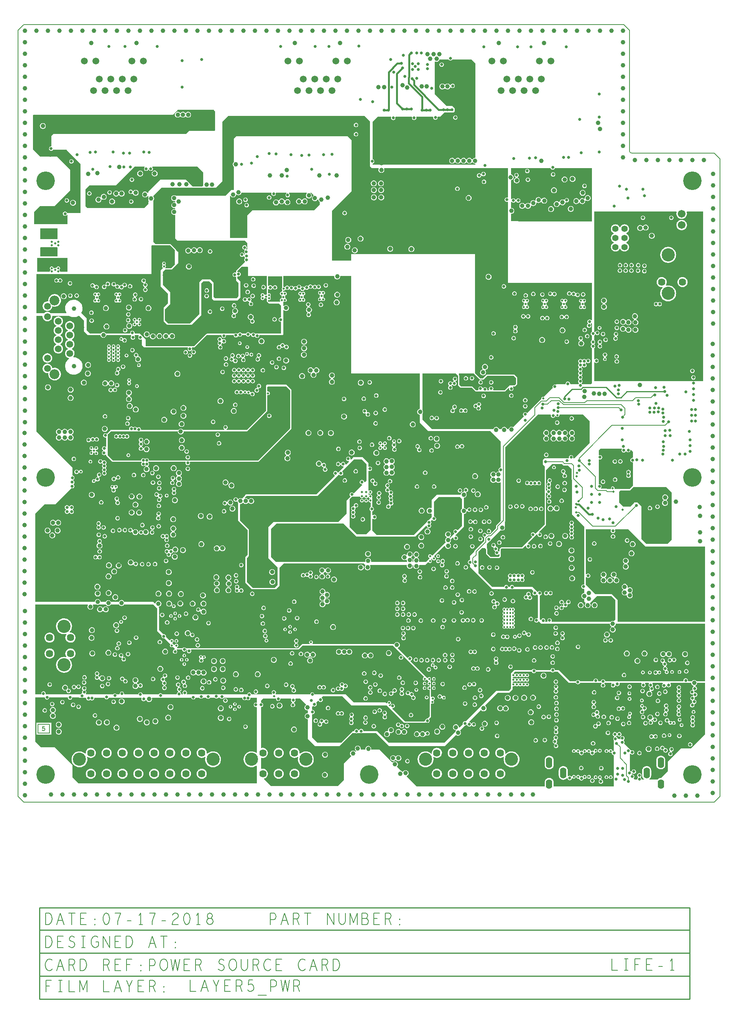
<source format=gbr>
G04 CAM350 V10.0.1 (Build 314) Date:  Tue Jul 17 14:42:56 2018 *
G04 Database: D:\LGR\2018\JULY\REL50470_POWER SOURCE BOARD\REL50470_FINAL.cam *
G04 Layer 7: L5P *
%FSLAX25Y25*%
%MOIN*%
%SFA1.000B1.000*%

%MIA0B0*%
%IPPOS*%
%ADD10C,0.00600*%
%ADD12C,0.01000*%
%ADD16C,0.00800*%
%ADD78C,0.05512*%
%ADD79C,0.06378*%
%ADD83C,0.02000*%
%ADD86C,0.11417*%
%ADD88C,0.05906*%
%ADD89C,0.05866*%
%ADD97C,0.06700*%
%ADD99C,0.01800*%
%ADD103O,0.05512X0.08268*%
%ADD104O,0.05512X0.09449*%
%ADD105C,0.08543*%
%ADD110C,0.01500*%
%ADD117C,0.03937*%
%ADD118C,0.03900*%
%ADD119C,0.02600*%
%ADD120C,0.16100*%
%LNL5P*%
%LPD*%
G36*
X19500Y474100D02*
G01Y481600D01*
X19527Y481700*
X19600Y481773*
X19700Y481800*
X34100*
X34200Y481773*
X34273Y481700*
X34300Y481600*
Y474100*
X34273Y474000*
X34200Y473927*
X34100Y473900*
X19700*
X19600Y473927*
X19527Y474000*
X19500Y474100*
G37*
G36*
Y489200D02*
G01Y498100D01*
X19527Y498200*
X19600Y498273*
X19700Y498300*
X34100*
X34200Y498273*
X34273Y498200*
X34300Y498100*
Y489200*
X34273Y489100*
X34200Y489027*
X34100Y489000*
X19700*
X19600Y489027*
X19527Y489100*
X19500Y489200*
G37*
G36*
X217500Y434997D02*
G01Y435616D01*
X217519Y435702*
X217574Y435771*
X217849Y435996*
X217936Y436017*
X217980Y436008*
X218318Y435976*
X218655Y436015*
X218975Y436125*
X219266Y436300*
X219513Y436532*
X219706Y436811*
X219836Y437124*
X219897Y437457*
X219886Y437796*
X219804Y438125*
X219654Y438430*
X219444Y438696*
X219416Y438724*
X219387Y438797*
Y439155*
X219416Y439228*
X219444Y439256*
X219654Y439522*
X219804Y439826*
X219886Y440155*
X219897Y440494*
X219836Y440828*
X219706Y441141*
X219513Y441420*
X219266Y441652*
X218975Y441827*
X218655Y441936*
X218318Y441976*
X217980Y441944*
X217936Y441934*
X217849Y441956*
X217574Y442181*
X217519Y442250*
X217500Y442335*
Y445298*
X217533Y445408*
X217622Y445482*
X218017Y445649*
X218135Y445627*
X218178Y445585*
X218482Y445345*
X218828Y445172*
X219202Y445073*
X219589Y445052*
X219972Y445109*
X220335Y445243*
X220663Y445447*
X220943Y445714*
X221164Y446032*
X221190Y446080*
X221283Y446135*
X221738Y446141*
X221832Y446088*
X221859Y446041*
X222085Y445731*
X222368Y445473*
X222697Y445278*
X223059Y445152*
X223439Y445101*
X223821Y445127*
X224190Y445229*
X224531Y445404*
X224830Y445643*
X225075Y445937*
X225256Y446275*
X225366Y446642*
X225400Y447024*
X225357Y447404*
X225238Y447768*
X225048Y448101*
X224796Y448389*
X224491Y448621*
X224146Y448787*
X223774Y448880*
X223392Y448897*
X223013Y448837*
X222655Y448702*
X222331Y448498*
X222054Y448233*
X221836Y447918*
X221810Y447870*
X221717Y447815*
X221262Y447809*
X221168Y447862*
X221141Y447909*
X220916Y448218*
X220634Y448475*
X220306Y448671*
X219946Y448797*
X219568Y448849*
X219187Y448824*
X218819Y448724*
X218478Y448552*
X218178Y448315*
X218135Y448273*
X218017Y448251*
X217622Y448418*
X217533Y448492*
X217500Y448603*
Y456500*
X217527Y456600*
X217600Y456673*
X217700Y456700*
X229400*
X229500Y456673*
X229573Y456600*
X229600Y456500*
Y446377*
X229588Y446344*
X229517Y446076*
X229493Y445800*
X229517Y445524*
X229588Y445256*
X229600Y445223*
Y443593*
X229586Y443521*
X229547Y443458*
X229338Y443231*
X229270Y443198*
X229233Y443195*
X228893Y443129*
X228576Y442992*
X228295Y442790*
X228065Y442533*
X227895Y442232*
X227793Y441901*
X227765Y441557*
X227812Y441214*
X227931Y440889*
X228117Y440598*
X228361Y440353*
X228653Y440167*
X228977Y440047*
X229319Y440000*
X229392Y439985*
X229454Y439943*
X229540Y439859*
X229584Y439794*
X229600Y439716*
Y439711*
X229560Y439658*
X229393Y439378*
X229285Y439071*
X229243Y438749*
X229266Y438424*
X229354Y438111*
X229371Y438069*
X229365Y437980*
X229175Y437632*
X229103Y437579*
X229059Y437571*
X228727Y437467*
X228425Y437295*
X228167Y437061*
X227966Y436777*
X227831Y436456*
X227769Y436114*
X227782Y435766*
X227870Y435430*
X228028Y435120*
X228059Y435074*
X228064Y434964*
X227870Y434605*
X227797Y434528*
X227694Y434500*
X217997*
X217921Y434515*
X217856Y434559*
X217559Y434856*
X217515Y434921*
X217500Y434997*
G37*
G36*
X16600Y460600D02*
G01Y472300D01*
X16627Y472400*
X16700Y472473*
X16800Y472500*
X42900*
X43000Y472473*
X43073Y472400*
X43100Y472300*
Y460600*
X43073Y460500*
X43000Y460427*
X42900Y460400*
X37000*
X36923Y460416*
X36857Y460460*
X36629Y460691*
X36599Y460766*
X36600Y460806*
X36574Y461121*
X36486Y461425*
X36341Y461705*
X36143Y461951*
X36115Y461980*
X36086Y462052*
Y462411*
X36115Y462483*
X36143Y462511*
X36355Y462781*
X36506Y463089*
X36587Y463423*
X36595Y463766*
X36529Y464103*
X36394Y464418*
X36194Y464697*
X35939Y464927*
X35642Y465097*
X35314Y465200*
X34973Y465231*
X34632Y465189*
X34309Y465075*
X34017Y464894*
X33770Y464656*
X33580Y464370*
X33456Y464050*
X33444Y464009*
X33389Y463942*
X33042Y463772*
X32956Y463769*
X32916Y463786*
X32575Y463885*
X32221Y463907*
X31870Y463850*
X31541Y463718*
X31500Y463695*
X31406Y463692*
X31031Y463863*
X30972Y463936*
X30961Y463982*
X30849Y464311*
X30668Y464607*
X30428Y464858*
X30139Y465051*
X29816Y465177*
X29473Y465230*
X29126Y465208*
X28793Y465112*
X28488Y464946*
X28225Y464718*
X28019Y464439*
X27877Y464122*
X27807Y463782*
X27812Y463435*
X27892Y463097*
X28042Y462784*
X28257Y462511*
X28285Y462483*
X28314Y462411*
Y462052*
X28285Y461980*
X28257Y461951*
X28059Y461705*
X27914Y461425*
X27826Y461121*
X27800Y460806*
X27801Y460766*
X27771Y460691*
X27543Y460460*
X27477Y460416*
X27400Y460400*
X16800*
X16700Y460427*
X16627Y460500*
X16600Y460600*
G37*
G36*
X383400Y370997D02*
G01Y372000D01*
X383427Y372100*
X383500Y372173*
X383600Y372200*
X396203*
X396279Y372185*
X396344Y372141*
X401427Y367058*
X401428*
X401455Y367030*
X401529Y367000*
X404871*
X404945Y367030*
X404972Y367058*
X404973*
X408056Y370141*
X408121Y370185*
X408197Y370200*
X431017*
X431094Y370185*
X431159Y370141*
X433141Y368159*
X433185Y368094*
X433200Y368017*
Y363483*
X433185Y363406*
X433141Y363341*
X431759Y361959*
X431694Y361915*
X431617Y361900*
X427529*
X427455Y361870*
X427428Y361842*
X427427*
X423344Y357759*
X423279Y357715*
X423203Y357700*
X413471*
X413375Y357725*
X413302Y357794*
X413095Y358125*
X413089Y358228*
X413111Y358274*
X413242Y358634*
X413298Y359013*
X413277Y359396*
X413179Y359767*
X413009Y360110*
X412774Y360413*
X412483Y360662*
X412147Y360847*
X411781Y360962*
X411400Y361000*
X411019Y360962*
X410653Y360847*
X410317Y360662*
X410026Y360413*
X409791Y360110*
X409621Y359767*
X409523Y359396*
X409502Y359013*
X409558Y358634*
X409689Y358274*
X409711Y358228*
X409705Y358125*
X409498Y357794*
X409425Y357725*
X409329Y357700*
X408372*
X408297Y357719*
X408234Y357764*
X408230Y357768*
X408032Y357994*
X407991Y358068*
X407984Y358152*
X407996Y358526*
X407935Y358895*
X407802Y359244*
X407604Y359561*
X407348Y359833*
X407043Y360050*
X406702Y360202*
X406337Y360285*
X405963Y360295*
X405595Y360232*
X405246Y360097*
X404930Y359897*
X404659Y359639*
X404575Y359581*
X404473Y359573*
X404134Y359634*
X404041Y359677*
X403981Y359761*
X403812Y360106*
X403578Y360409*
X403287Y360659*
X402951Y360845*
X402585Y360961*
X402204Y361000*
X401822Y360962*
X401456Y360848*
X401120Y360663*
X400828Y360414*
X400592Y360112*
X400421Y359768*
X400323Y359397*
X400302Y359014*
X400358Y358635*
X400489Y358274*
X400511Y358228*
X400505Y358125*
X400298Y357794*
X400225Y357725*
X400128Y357700*
X398297*
X398221Y357715*
X398156Y357759*
X394973Y360942*
X394972*
X394945Y360970*
X394871Y361000*
X385097*
X385021Y361015*
X384956Y361059*
X383659Y362356*
X383615Y362421*
X383600Y362497*
Y370671*
X383570Y370745*
X383542Y370772*
Y370773*
X383459Y370856*
X383415Y370921*
X383400Y370997*
G37*
G36*
X505000Y276391D02*
G01Y297309D01*
X505022Y297399*
X505082Y297470*
X505382Y297689*
X505476Y297704*
X505522Y297690*
X505889Y297612*
X506264Y297607*
X506633Y297676*
X506981Y297817*
X507295Y298023*
X507562Y298287*
X507772Y298598*
X507917Y298944*
X507991Y299312*
Y299688*
X507917Y300056*
X507772Y300402*
X507562Y300713*
X507295Y300977*
X506981Y301183*
X506633Y301324*
X506264Y301393*
X505889Y301388*
X505522Y301310*
X505476Y301296*
X505382Y301311*
X505082Y301530*
X505022Y301601*
X505000Y301691*
Y305417*
X505015Y305494*
X505059Y305559*
X506441Y306941*
X506506Y306985*
X506583Y307000*
X524780*
X524879Y306974*
X524952Y306902*
X525154Y306561*
X525156Y306455*
X525131Y306409*
X524988Y306071*
X524912Y305712*
X524906Y305345*
X524971Y304983*
X525105Y304641*
X525302Y304331*
X525554Y304065*
X525854Y303852*
X526188Y303701*
X526545Y303617*
X526912Y303603*
X527275Y303660*
X527620Y303786*
X527934Y303975*
X528206Y304222*
X528426Y304516*
X528451Y304559*
X528537Y304610*
X528966Y304632*
X529056Y304591*
X529086Y304551*
X529348Y304271*
X529660Y304049*
X530010Y303894*
X530384Y303812*
X530767Y303807*
X531143Y303879*
X531497Y304025*
X531815Y304239*
X532083Y304512*
X532291Y304834*
X532431Y305190*
X532496Y305568*
X532500Y305626*
X532570Y305720*
X532966Y305869*
X533078Y305877*
X533177Y305823*
X534541Y304459*
X534585Y304394*
X534600Y304317*
Y299183*
X534585Y299106*
X534541Y299042*
X534400Y298900*
X534029Y298864*
X533673Y298756*
X533344Y298580*
X533056Y298344*
X532820Y298056*
X532644Y297727*
X532536Y297371*
X532500Y297000*
X532536Y296629*
X532644Y296273*
X532820Y295944*
X533056Y295656*
X533344Y295420*
X533673Y295244*
X534029Y295136*
X534400Y295100*
X534541Y294958*
X534585Y294894*
X534600Y294817*
Y274683*
X534585Y274606*
X534541Y274541*
X531959Y271959*
X531894Y271915*
X531817Y271900*
X519178*
X519094Y271918*
X519026Y271970*
X518800Y272233*
X518776Y272317*
X518782Y272360*
X518797Y272703*
X518738Y273042*
X518608Y273360*
X518413Y273643*
X518163Y273878*
X517868Y274054*
X517542Y274163*
X517200Y274200*
X516858Y274163*
X516532Y274054*
X516237Y273878*
X515987Y273643*
X515792Y273360*
X515662Y273042*
X515603Y272703*
X515618Y272360*
X515624Y272317*
X515600Y272233*
X515374Y271970*
X515306Y271918*
X515222Y271900*
X512446*
X512369Y271915*
X512304Y271959*
X512221Y272042*
X512157Y272085*
X512080Y272100*
X507253*
X507142Y272133*
X507069Y272222*
X506901Y272617*
X506923Y272735*
X506965Y272778*
X507203Y273080*
X507375Y273422*
X507475Y273793*
X507499Y274176*
X507445Y274556*
X507316Y274917*
X507117Y275245*
X506856Y275526*
X506544Y275749*
X506193Y275905*
X505818Y275988*
X505435Y275993*
X505393Y275989*
X505313Y276016*
X505065Y276244*
X505017Y276311*
X505000Y276391*
G37*
G36*
X522900Y260083D02*
G01Y269417D01*
X522915Y269494*
X522959Y269559*
X523841Y270441*
X523906Y270485*
X523983Y270500*
X532217*
X532294Y270515*
X532359Y270559*
X535241Y273441*
X535306Y273485*
X535383Y273500*
X563617*
X563694Y273485*
X563759Y273441*
X568441Y268759*
X568485Y268694*
X568500Y268617*
Y228083*
X568485Y228006*
X568441Y227941*
X564659Y224159*
X564594Y224115*
X564517Y224100*
X546483*
X546406Y224115*
X546341Y224159*
X542009Y228491*
X541965Y228556*
X541950Y228633*
Y256967*
X541935Y257044*
X541891Y257109*
X538959Y260041*
X538894Y260085*
X538817Y260100*
X535983*
X535906Y260085*
X535841Y260041*
X532459Y256659*
X532394Y256615*
X532317Y256600*
X526383*
X526306Y256615*
X526241Y256659*
X522959Y259941*
X522915Y260006*
X522900Y260083*
G37*
G36*
X184400Y490100D02*
G01Y526417D01*
X184415Y526494*
X184459Y526559*
X184503Y526603*
X184593Y526655*
X184696*
X184786Y526603*
X184809Y526580*
X184823Y526552*
X185047Y526187*
X185329Y525865*
X185661Y525594*
X186034Y525383*
X186437Y525238*
X186858Y525161*
X187286Y525157*
X187709Y525224*
X188115Y525360*
X188492Y525563*
X188830Y525826*
X189119Y526142*
X189351Y526502*
X189520Y526895*
X189620Y527311*
X189629Y527364*
X189694Y527447*
X190111Y527615*
X190216Y527601*
X190258Y527569*
X190623Y527338*
X191022Y527171*
X191444Y527075*
X191876Y527051*
X192305Y527100*
X192720Y527222*
X193109Y527411*
X193460Y527664*
X193763Y527972*
X194010Y528328*
X194193Y528719*
X194308Y529136*
X194321Y529208*
X194432Y529300*
X220139*
X220228Y529279*
X220298Y529221*
X220519Y528931*
X220537Y528839*
X220524Y528794*
X220460Y528411*
X220474Y528023*
X220567Y527647*
X220734Y527297*
X220969Y526988*
X221262Y526734*
X221600Y526544*
X221970Y526427*
X222356Y526388*
X222742Y526427*
X223112Y526544*
X223450Y526734*
X223743Y526988*
X223978Y527297*
X224145Y527647*
X224238Y528023*
X224252Y528411*
X224188Y528794*
X224175Y528839*
X224193Y528931*
X224414Y529221*
X224484Y529279*
X224573Y529300*
X233101*
X233217Y529263*
X233290Y529167*
X233437Y528751*
X233402Y528629*
X233353Y528589*
X233077Y528315*
X232862Y527990*
X232719Y527628*
X232652Y527245*
X232664Y526856*
X232755Y526478*
X232922Y526126*
X233157Y525815*
X233450Y525559*
X233789Y525368*
X234160Y525251*
X234547Y525211*
X234934Y525251*
X235305Y525368*
X235644Y525559*
X235937Y525815*
X236172Y526126*
X236339Y526478*
X236430Y526856*
X236442Y527245*
X236375Y527628*
X236232Y527990*
X236017Y528315*
X235741Y528589*
X235692Y528629*
X235657Y528751*
X235804Y529167*
X235877Y529263*
X235993Y529300*
X250889*
X251000Y529266*
X251074Y529176*
X251238Y528777*
X251213Y528658*
X251170Y528615*
X250880Y528274*
X250654Y527887*
X250500Y527467*
X250421Y527026*
Y526578*
X250499Y526137*
X250653Y525716*
X250878Y525329*
X251167Y524987*
X251512Y524701*
X251902Y524480*
X252324Y524331*
X252766Y524257*
X253214Y524262*
X253654Y524346*
X254073Y524505*
X254457Y524735*
X254795Y525028*
X255077Y525376*
X255293Y525768*
X255438Y526192*
X255506Y526635*
X255496Y527083*
X255407Y527522*
X255243Y527939*
X255009Y528320*
X254711Y528655*
X254359Y528933*
X254317Y528961*
X254269Y529049*
Y529100*
X254296Y529200*
X254369Y529273*
X254469Y529300*
X254817*
X254894Y529285*
X254959Y529241*
X256979Y527221*
X257027Y527144*
X257036Y527055*
X256991Y526695*
X256940Y526618*
X256900Y526594*
X256541Y526337*
X256232Y526021*
X255981Y525657*
X255798Y525255*
X255686Y524828*
X255650Y524388*
X255690Y523948*
X255806Y523521*
X255994Y523121*
X256247Y522760*
X256560Y522447*
X256921Y522194*
X257321Y522006*
X257748Y521890*
X258188Y521850*
X258628Y521886*
X259055Y521998*
X259457Y522181*
X259821Y522432*
X260137Y522741*
X260394Y523100*
X260418Y523140*
X260495Y523191*
X260855Y523236*
X260944Y523227*
X261021Y523179*
X261354Y522846*
X261383Y522791*
X261388Y522761*
X261499Y522340*
X261681Y521943*
X261927Y521584*
X262231Y521272*
X262282Y521204*
X262300Y521121*
Y518783*
X262285Y518706*
X262241Y518641*
X257659Y514059*
X257594Y514015*
X257517Y514000*
X204183*
X204106Y513985*
X204041Y513941*
X199509Y509409*
X199465Y509344*
X199450Y509267*
Y490100*
X199423Y490000*
X199350Y489927*
X199250Y489900*
X184600*
X184500Y489927*
X184427Y490000*
X184400Y490100*
G37*
G36*
X428800Y504800D02*
G01Y510667D01*
X428815Y510744*
X428859Y510808*
X429000Y510950*
X429443Y510989*
X429872Y511104*
X430275Y511291*
X430639Y511546*
X430954Y511861*
X431209Y512225*
X431396Y512628*
X431511Y513057*
X431550Y513500*
X431511Y513943*
X431396Y514372*
X431209Y514775*
X430954Y515139*
X430639Y515454*
X430275Y515709*
X429872Y515896*
X429443Y516011*
X429000Y516050*
X428859Y516192*
X428815Y516256*
X428800Y516333*
Y520951*
X428835Y521064*
X428928Y521137*
X429333Y521294*
X429454Y521266*
X429496Y521220*
X429767Y520974*
X430081Y520785*
X430426Y520660*
X430788Y520603*
X431154Y520617*
X431511Y520701*
X431845Y520851*
X432144Y521064*
X432397Y521329*
X432594Y521638*
X432667Y521718*
X432772Y521747*
X433128*
X433233Y521718*
X433306Y521638*
X433509Y521322*
X433770Y521052*
X434078Y520838*
X434423Y520690*
X434790Y520611*
X435165Y520607*
X435534Y520676*
X435882Y520817*
X436196Y521023*
X436463Y521287*
X436672Y521598*
X436817Y521944*
X436891Y522312*
Y522688*
X436817Y523056*
X436672Y523402*
X436463Y523713*
X436196Y523977*
X435882Y524183*
X435534Y524324*
X435165Y524393*
X434790Y524389*
X434423Y524310*
X434078Y524162*
X433770Y523948*
X433509Y523678*
X433306Y523362*
X433233Y523282*
X433128Y523253*
X432772*
X432667Y523282*
X432594Y523362*
X432397Y523671*
X432144Y523936*
X431845Y524149*
X431511Y524299*
X431154Y524383*
X430788Y524397*
X430426Y524340*
X430081Y524215*
X429767Y524026*
X429496Y523780*
X429454Y523734*
X429333Y523706*
X428928Y523863*
X428835Y523936*
X428800Y524049*
Y539968*
X428892Y540079*
X428964Y540092*
X429390Y540210*
X429789Y540399*
X430149Y540655*
X430460Y540969*
X430712Y541332*
X430898Y541733*
X431012Y542160*
X431050Y542600*
X431012Y543040*
X430898Y543467*
X430712Y543868*
X430460Y544231*
X430149Y544545*
X429789Y544801*
X429390Y544990*
X428964Y545108*
X428892Y545121*
X428800Y545232*
Y550300*
X428827Y550400*
X428900Y550473*
X429000Y550500*
X463071*
X463172Y550432*
X463196Y550376*
X463371Y550047*
X463607Y549758*
X463895Y549521*
X464224Y549345*
X464581Y549236*
X464952Y549200*
X465324Y549236*
X465681Y549345*
X466010Y549521*
X466298Y549758*
X466534Y550047*
X466709Y550376*
X466733Y550432*
X466834Y550500*
X498800*
X498900Y550473*
X498973Y550400*
X499000Y550300*
Y504500*
X498973Y504400*
X498900Y504327*
X498800Y504300*
X435297*
X435221Y504315*
X435156Y504359*
X434973Y504542*
X434908Y504585*
X434831Y504600*
X429000*
X428900Y504627*
X428827Y504700*
X428800Y504800*
G37*
G36*
X58600Y517583D02*
G01Y531917D01*
X58615Y531994*
X58659Y532059*
X62041Y535441*
X62106Y535485*
X62183Y535500*
X84817*
X84894Y535515*
X84959Y535559*
X101341Y551941*
X101406Y551985*
X101483Y552000*
X109848*
X109958Y551967*
X110032Y551878*
X110199Y551483*
X110177Y551365*
X110135Y551322*
X109900Y551025*
X109728Y550687*
X109627Y550322*
X109601Y549944*
X109649Y549569*
X109772Y549210*
X109963Y548883*
X110215Y548600*
X110518Y548373*
X110860Y548211*
X111228Y548120*
X111606Y548103*
X111980Y548162*
X112335Y548293*
X112657Y548493*
X112933Y548752*
X113152Y549061*
X113226Y549135*
X113326Y549163*
X113674*
X113774Y549135*
X113848Y549061*
X114067Y548752*
X114343Y548493*
X114665Y548293*
X115020Y548162*
X115394Y548103*
X115772Y548120*
X116140Y548211*
X116482Y548373*
X116785Y548600*
X117037Y548883*
X117228Y549210*
X117351Y549569*
X117399Y549944*
X117373Y550322*
X117272Y550687*
X117100Y551025*
X116865Y551322*
X116823Y551365*
X116801Y551483*
X116968Y551878*
X117042Y551967*
X117153Y552000*
X155817*
X155894Y551985*
X155959Y551941*
X161141Y546759*
X161185Y546694*
X161200Y546617*
Y535783*
X161185Y535706*
X161141Y535641*
X159959Y534459*
X159894Y534415*
X159817Y534400*
X152383*
X152306Y534415*
X152241Y534459*
X146159Y540541*
X146094Y540585*
X146017Y540600*
X123783*
X123706Y540585*
X123641Y540541*
X113458Y530358*
X113415Y530294*
X113400Y530217*
Y529267*
X113382Y529183*
X113330Y529115*
X113255Y529074*
X112821Y528950*
X112696Y528998*
X112661Y529054*
X112397Y529404*
X112077Y529704*
X111711Y529945*
X111308Y530119*
X110882Y530221*
X110445Y530250*
X110009Y530202*
X109587Y530081*
X109193Y529890*
X108837Y529634*
X108531Y529320*
X108282Y528959*
X108099Y528561*
X107987Y528137*
X107950Y527700*
X107987Y527263*
X108099Y526839*
X108282Y526441*
X108531Y526080*
X108837Y525766*
X109193Y525510*
X109587Y525319*
X110009Y525198*
X110445Y525150*
X110882Y525179*
X111308Y525281*
X111711Y525455*
X112077Y525696*
X112397Y525996*
X112661Y526346*
X112696Y526402*
X112821Y526450*
X113255Y526326*
X113330Y526285*
X113382Y526217*
X113400Y526133*
Y524808*
X113393Y524781*
X113323Y524444*
X113300Y524100*
X113323Y523756*
X113393Y523419*
X113400Y523392*
Y519583*
X113385Y519506*
X113341Y519441*
X109759Y515859*
X109694Y515815*
X109617Y515800*
X60383*
X60306Y515815*
X60241Y515859*
X58659Y517441*
X58615Y517506*
X58600Y517583*
G37*
G36*
X308500Y553700D02*
G01Y554455D01*
X308530Y554560*
X308610Y554634*
X308633Y554645*
X308644Y554649*
X308994Y554818*
X309303Y555054*
X309556Y555347*
X309745Y555686*
X309862Y556057*
X309900Y556443*
X309859Y556829*
X309741Y557198*
X309550Y557536*
X309294Y557828*
X308984Y558062*
X308633Y558228*
X308506Y558369*
X308500Y558417*
Y590717*
X308515Y590794*
X308559Y590859*
X312841Y595141*
X312906Y595185*
X312983Y595200*
X324101*
X324190Y595179*
X324260Y595122*
X324482Y594834*
X324500Y594743*
X324488Y594698*
X324429Y594318*
X324447Y593933*
X324542Y593559*
X324711Y593213*
X324946Y592908*
X325238Y592656*
X325575Y592469*
X325943Y592354*
X326326Y592314*
X326709Y592354*
X327077Y592469*
X327414Y592656*
X327706Y592908*
X327941Y593213*
X328110Y593559*
X328205Y593933*
X328223Y594318*
X328164Y594698*
X328152Y594743*
X328170Y594834*
X328392Y595122*
X328462Y595179*
X328551Y595200*
X342272*
X342350Y595180*
X342414Y595132*
X342421Y595124*
X342643Y594841*
X342663Y594751*
X342652Y594707*
X342601Y594331*
X342625Y593952*
X342725Y593586*
X342895Y593246*
X343129Y592947*
X343418Y592701*
X343750Y592517*
X344111Y592403*
X344489Y592363*
X344867Y592399*
X345230Y592509*
X345564Y592689*
X345856Y592932*
X346093Y593228*
X346267Y593565*
X346371Y593930*
X346400Y594308*
X346353Y594685*
X346348Y594707*
Y594760*
X346359Y594826*
X346391Y594884*
X346579Y595124*
X346586Y595132*
X346650Y595180*
X346728Y595200*
X360719*
X360802Y595182*
X360870Y595132*
X361068Y594906*
X361109Y594832*
X361116Y594748*
X361104Y594368*
X361168Y593994*
X361306Y593640*
X361510Y593320*
X361775Y593047*
X362088Y592833*
X362438Y592685*
X362810Y592609*
X363190*
X363562Y592685*
X363912Y592833*
X364225Y593047*
X364490Y593320*
X364694Y593640*
X364832Y593994*
X364896Y594368*
X364884Y594748*
X364891Y594832*
X364932Y594906*
X365130Y595132*
X365198Y595182*
X365281Y595200*
X367117*
X367194Y595215*
X367259Y595259*
X370841Y598841*
X370906Y598885*
X370983Y598900*
X378617*
X378694Y598915*
X378759Y598959*
X379641Y599841*
X379685Y599906*
X379700Y599983*
Y602517*
X379685Y602594*
X379641Y602659*
X377659Y604641*
X377594Y604685*
X377517Y604700*
X372583*
X372506Y604715*
X372441Y604759*
X362459Y614741*
X362415Y614806*
X362400Y614883*
Y642805*
X362424Y642900*
X362491Y642973*
X362815Y643183*
X362916Y643191*
X362963Y643170*
X363380Y643026*
X363815Y642956*
X364257Y642963*
X364690Y643045*
X365103Y643201*
X365483Y643425*
X365818Y643712*
X366099Y644052*
X366317Y644435*
X366466Y644851*
X366506Y644928*
X366575Y644981*
X366660Y645000*
X374303*
X374399Y644975*
X374472Y644907*
X374708Y644606*
X374999Y644358*
X375333Y644173*
X375698Y644060*
X376079Y644021*
X376459Y644060*
X376824Y644173*
X377159Y644358*
X377450Y644606*
X377685Y644907*
X377758Y644975*
X377854Y645000*
X394217*
X394294Y644985*
X394359Y644941*
X397741Y641559*
X397785Y641494*
X397800Y641417*
Y559949*
X397785Y559874*
X397744Y559809*
X397551Y559610*
X397488Y559566*
X397452Y559550*
X397414Y559549*
X397001Y559501*
X396603Y559387*
X396227Y559210*
X395886Y558974*
X395587Y558686*
X395339Y558354*
X395266Y558285*
X395169Y558260*
X394831*
X394734Y558285*
X394661Y558354*
X394403Y558697*
X394092Y558992*
X393735Y559231*
X393343Y559407*
X392928Y559514*
X392500Y559550*
X392072Y559514*
X391657Y559407*
X391265Y559231*
X390908Y558992*
X390597Y558697*
X390339Y558354*
X390266Y558285*
X390169Y558260*
X389831*
X389734Y558285*
X389661Y558354*
X389403Y558697*
X389092Y558992*
X388735Y559231*
X388343Y559407*
X387928Y559514*
X387500Y559550*
X387072Y559514*
X386657Y559407*
X386265Y559231*
X385908Y558992*
X385597Y558697*
X385339Y558354*
X385266Y558285*
X385169Y558260*
X384831*
X384734Y558285*
X384661Y558354*
X384403Y558697*
X384092Y558992*
X383735Y559231*
X383343Y559407*
X382928Y559514*
X382500Y559550*
X382072Y559514*
X381657Y559407*
X381265Y559231*
X380908Y558992*
X380597Y558697*
X380339Y558354*
X380266Y558285*
X380169Y558260*
X379831*
X379734Y558285*
X379661Y558354*
X379397Y558704*
X379077Y559004*
X378711Y559244*
X378308Y559419*
X377882Y559521*
X377445Y559550*
X377009Y559502*
X376588Y559381*
X376193Y559190*
X375837Y558934*
X375531Y558620*
X375282Y558259*
X375099Y557861*
X374988Y557437*
X374950Y557000*
X374988Y556563*
X375099Y556139*
X375282Y555741*
X375531Y555380*
X375837Y555066*
X376193Y554810*
X376588Y554619*
X377009Y554498*
X377445Y554450*
X377882Y554479*
X378308Y554581*
X378711Y554756*
X379077Y554996*
X379397Y555296*
X379661Y555646*
X379734Y555715*
X379831Y555740*
X380169*
X380266Y555715*
X380339Y555646*
X380597Y555303*
X380908Y555008*
X381265Y554769*
X381657Y554593*
X382072Y554486*
X382500Y554450*
X382928Y554486*
X383343Y554593*
X383735Y554769*
X384092Y555008*
X384403Y555303*
X384661Y555646*
X384734Y555715*
X384831Y555740*
X385169*
X385266Y555715*
X385339Y555646*
X385597Y555303*
X385908Y555008*
X386265Y554769*
X386657Y554593*
X387072Y554486*
X387500Y554450*
X387928Y554486*
X388343Y554593*
X388735Y554769*
X389092Y555008*
X389403Y555303*
X389661Y555646*
X389734Y555715*
X389831Y555740*
X390169*
X390266Y555715*
X390339Y555646*
X390597Y555303*
X390908Y555008*
X391265Y554769*
X391657Y554593*
X392072Y554486*
X392500Y554450*
X392928Y554486*
X393343Y554593*
X393735Y554769*
X394092Y555008*
X394403Y555303*
X394661Y555646*
X394734Y555715*
X394831Y555740*
X395169*
X395266Y555715*
X395339Y555646*
X395587Y555314*
X395886Y555026*
X396227Y554790*
X396603Y554613*
X397001Y554499*
X397414Y554451*
X397452Y554450*
X397488Y554434*
X397551Y554390*
X397744Y554191*
X397785Y554126*
X397800Y554051*
Y553700*
X397773Y553600*
X397700Y553527*
X397600Y553500*
X308700*
X308600Y553527*
X308527Y553600*
X308500Y553700*
G37*
G36*
X493700Y188983D02*
G01Y195051D01*
X493735Y195164*
X493828Y195237*
X494233Y195394*
X494354Y195366*
X494396Y195320*
X494678Y195066*
X495006Y194874*
X495365Y194750*
X495741Y194701*
X496120Y194727*
X496486Y194828*
X496825Y195000*
X497123Y195236*
X497368Y195526*
X497550Y195859*
X497662Y196222*
X497700Y196600*
X497662Y196978*
X497550Y197341*
X497368Y197674*
X497123Y197964*
X496825Y198200*
X496486Y198372*
X496120Y198473*
X495741Y198499*
X495365Y198450*
X495006Y198326*
X494678Y198134*
X494396Y197880*
X494354Y197834*
X494233Y197806*
X493828Y197963*
X493735Y198036*
X493700Y198149*
Y236776*
X493727Y236876*
X493800Y236950*
X493900Y236976*
X515367*
X515466Y236951*
X515539Y236880*
X515742Y236541*
X515745Y236436*
X515721Y236389*
X515580Y236045*
X515508Y235680*
X515509Y235308*
X515583Y234944*
X515726Y234601*
X515933Y234292*
X516196Y234030*
X516506Y233823*
X516849Y233681*
X517214Y233609*
X517586*
X517951Y233681*
X518294Y233823*
X518604Y234030*
X518867Y234292*
X519074Y234601*
X519217Y234944*
X519291Y235308*
X519292Y235680*
X519220Y236045*
X519079Y236389*
X519055Y236436*
X519058Y236541*
X519261Y236880*
X519334Y236951*
X519433Y236976*
X530541*
X530617Y236961*
X530682Y236918*
X545641Y221959*
X545706Y221915*
X545783Y221900*
X597300*
X597400Y221873*
X597473Y221800*
X597500Y221700*
Y156700*
X597473Y156600*
X597400Y156527*
X597300Y156500*
X521700*
X521600Y156527*
X521527Y156600*
X521500Y156700*
Y175417*
X521485Y175494*
X521441Y175559*
X516559Y180441*
X516494Y180485*
X516417Y180500*
X502183*
X502106Y180515*
X502041Y180559*
X493759Y188841*
X493715Y188906*
X493700Y188983*
G37*
G36*
X407800Y220297D02*
G01Y224217D01*
X407815Y224294*
X407859Y224359*
X409935Y226435*
X409980Y226461*
X410005Y226468*
X410311Y226582*
X410594Y226746*
X410844Y226956*
X411054Y227206*
X411218Y227489*
X411332Y227795*
X411339Y227820*
X411365Y227865*
X419532Y236032*
X419604Y236078*
X419688Y236090*
X419770Y236066*
X420170Y235889*
X420595Y235782*
X421031Y235750*
X421467Y235793*
X421888Y235910*
X422284Y236097*
X422642Y236349*
X422951Y236658*
X423203Y237016*
X423390Y237412*
X423507Y237833*
X423550Y238269*
X423518Y238705*
X423411Y239130*
X423234Y239530*
X423210Y239612*
X423222Y239696*
X423268Y239768*
X423341Y239841*
X423385Y239906*
X423400Y239983*
Y243496*
X423415Y243572*
X423459Y243637*
X423642Y243820*
X423685Y243885*
X423700Y243961*
Y308017*
X423715Y308094*
X423759Y308159*
X451941Y336341*
X452006Y336385*
X452083Y336400*
X463035*
X463119Y336381*
X463188Y336329*
X463414Y336060*
X463436Y335974*
X463429Y335930*
X463400Y335553*
X463447Y335178*
X463568Y334819*
X463757Y334491*
X464007Y334207*
X464309Y333979*
X464650Y333815*
X465017Y333721*
X465395Y333702*
X465769Y333759*
X466124Y333888*
X466447Y334085*
X466725Y334343*
X466946Y334650*
X467101Y334995*
X467119Y335048*
X467205Y335120*
X467666Y335192*
X467770Y335149*
X467803Y335104*
X468025Y334859*
X468293Y334665*
X468594Y334530*
X468918Y334460*
X469248Y334457*
X469572Y334523*
X469876Y334654*
X470146Y334845*
X470371Y335087*
X470542Y335370*
X470651Y335682*
X470693Y336010*
X470694Y336049*
X470726Y336121*
X470953Y336343*
X471018Y336385*
X471093Y336400*
X491517*
X491594Y336385*
X491659Y336341*
X497041Y330959*
X497085Y330894*
X497100Y330817*
Y311883*
X497085Y311806*
X497041Y311741*
X483859Y298559*
X483794Y298515*
X483717Y298500*
X483205*
X483119Y298520*
X483049Y298575*
X482826Y298854*
X482805Y298942*
X482815Y298987*
X482860Y299361*
X482830Y299738*
X482727Y300100*
X482553Y300436*
X482317Y300730*
X482028Y300972*
X481696Y301152*
X481336Y301263*
X480960Y301300*
X480585Y301263*
X480224Y301152*
X479893Y300972*
X479603Y300730*
X479367Y300436*
X479194Y300100*
X479090Y299738*
X479060Y299362*
X479105Y298987*
X479115Y298942*
X479095Y298854*
X478871Y298575*
X478802Y298520*
X478715Y298500*
X457883*
X457806Y298485*
X457741Y298441*
X456459Y297159*
X456415Y297094*
X456400Y297017*
Y293383*
X456415Y293306*
X456459Y293241*
X458041Y291659*
X458085Y291594*
X458100Y291517*
Y241383*
X458085Y241306*
X458041Y241241*
X450137Y233337*
X450062Y233290*
X449974Y233280*
X449618Y233319*
X449541Y233367*
X449516Y233406*
X449284Y233703*
X448997Y233948*
X448667Y234132*
X448307Y234247*
X447932Y234288*
X447556Y234255*
X447194Y234148*
X446860Y233971*
X446568Y233732*
X446329Y233440*
X446152Y233106*
X446045Y232744*
X446012Y232368*
X446053Y231993*
X446168Y231633*
X446352Y231303*
X446597Y231016*
X446894Y230784*
X446933Y230759*
X446981Y230682*
X447020Y230326*
X447010Y230238*
X446963Y230163*
X438159Y221359*
X438094Y221315*
X438017Y221300*
X420169*
X420092Y221285*
X420027Y221242*
X418758Y219973*
X418715Y219908*
X418700Y219831*
Y217932*
X418663Y217817*
X418566Y217744*
X418149Y217598*
X418026Y217633*
X417987Y217683*
X417761Y217922*
X417497Y218117*
X417204Y218265*
X417161Y218282*
X417099Y218351*
X416986Y218745*
X417003Y218836*
X417030Y218874*
X417219Y219190*
X417343Y219538*
X417398Y219902*
X417381Y220271*
X417293Y220629*
X417138Y220963*
X416921Y221262*
X416651Y221512*
X416337Y221706*
X415992Y221836*
X415628Y221896*
X415581Y221899*
X415499Y221947*
X415274Y222296*
X415263Y222391*
X415280Y222435*
X415377Y222802*
X415398Y223181*
X415344Y223557*
X415217Y223914*
X415021Y224239*
X414764Y224519*
X414457Y224742*
X414111Y224899*
X413741Y224985*
X413362Y224995*
X412988Y224930*
X412634Y224792*
X412315Y224586*
X412044Y224321*
X411830Y224007*
X411683Y223657*
X411609Y223285*
X411610Y222905*
X411686Y222533*
X411835Y222184*
X412050Y221871*
X412324Y221608*
X412644Y221404*
X412998Y221267*
X413372Y221204*
X413419Y221201*
X413501Y221153*
X413726Y220804*
X413737Y220709*
X413720Y220665*
X413625Y220310*
X413601Y219944*
X413647Y219579*
X413763Y219231*
X413943Y218911*
X414182Y218632*
X414469Y218404*
X414796Y218235*
X414839Y218218*
X414901Y218149*
X415014Y217755*
X414997Y217664*
X414970Y217626*
X414781Y217310*
X414657Y216964*
X414602Y216600*
X414619Y216232*
X414706Y215875*
X414860Y215540*
X415076Y215242*
X415345Y214991*
X415657Y214797*
X416002Y214666*
X416364Y214605*
X416732Y214614*
X417092Y214694*
X417429Y214842*
X417731Y215052*
X417987Y215317*
X418026Y215367*
X418149Y215402*
X418566Y215256*
X418663Y215183*
X418700Y215068*
Y213797*
X418685Y213721*
X418641Y213656*
X417844Y212859*
X417779Y212815*
X417703Y212800*
X411297*
X411221Y212815*
X411156Y212859*
X408059Y215956*
X408015Y216021*
X408000Y216097*
Y219931*
X407985Y220008*
X407942Y220073*
X407859Y220156*
X407815Y220221*
X407800Y220297*
G37*
G36*
X501000Y365800D02*
G01Y381587D01*
X501033Y381697*
X501122Y381771*
X501517Y381938*
X501635Y381916*
X501678Y381874*
X501981Y381635*
X502327Y381463*
X502700Y381363*
X503085Y381341*
X503467Y381397*
X503829Y381530*
X504158Y381733*
X504438Y381998*
X504660Y382314*
X504812Y382668*
X504890Y383046*
Y383432*
X504812Y383810*
X504660Y384165*
X504438Y384481*
X504158Y384746*
X503829Y384949*
X503467Y385081*
X503085Y385138*
X502700Y385116*
X502327Y385016*
X501981Y384844*
X501678Y384605*
X501635Y384563*
X501517Y384541*
X501122Y384708*
X501033Y384781*
X501000Y384892*
Y394176*
X501023Y394269*
X501086Y394341*
X501364Y394577*
X501592Y394862*
X501761Y395186*
X501865Y395536*
X501900Y395900*
X501865Y396264*
X501761Y396614*
X501592Y396938*
X501364Y397223*
X501086Y397459*
X501023Y397531*
X501000Y397624*
Y397876*
X501023Y397969*
X501086Y398041*
X501364Y398277*
X501592Y398562*
X501761Y398886*
X501865Y399236*
X501900Y399600*
X501865Y399964*
X501761Y400314*
X501592Y400638*
X501364Y400923*
X501086Y401159*
X501023Y401231*
X501000Y401324*
Y405067*
X501022Y405158*
X501083Y405229*
X501326Y405439*
X501530Y405686*
X501690Y405964*
X501711Y406009*
X501789Y406069*
X502211Y406140*
X502305Y406109*
X502339Y406074*
X502634Y405827*
X502973Y405644*
X503342Y405534*
X503725Y405500*
X504108Y405544*
X504474Y405664*
X504808Y405856*
X505096Y406111*
X505327Y406419*
X505492Y406767*
X505582Y407141*
X505596Y407526*
X505532Y407905*
X505392Y408264*
X505183Y408588*
X504914Y408862*
X504594Y409077*
X504238Y409223*
X503859Y409294*
X503474Y409287*
X503099Y409203*
X502748Y409044*
X502436Y408819*
X502176Y408535*
X501978Y408204*
X501958Y408160*
X501879Y408100*
X501458Y408029*
X501364Y408059*
X501329Y408094*
X501083Y408308*
X501022Y408379*
X501000Y408470*
Y512800*
X501027Y512900*
X501100Y512973*
X501200Y513000*
X572416*
X572507Y512978*
X572578Y512916*
X572796Y512612*
X572810Y512517*
X572794Y512471*
X572639Y511895*
X572560Y511305*
X572559Y510709*
X572636Y510118*
X572789Y509543*
X573017Y508992*
X573314Y508476*
X573676Y508003*
X574097Y507581*
X574570Y507218*
X575086Y506920*
X575636Y506692*
X576211Y506537*
X576802Y506460*
X577398*
X577989Y506537*
X578564Y506692*
X579114Y506920*
X579630Y507218*
X580103Y507581*
X580524Y508003*
X580886Y508476*
X581183Y508992*
X581411Y509543*
X581564Y510118*
X581641Y510709*
X581640Y511305*
X581561Y511895*
X581406Y512471*
X581390Y512517*
X581404Y512612*
X581622Y512916*
X581693Y512978*
X581784Y513000*
X595700*
X595800Y512973*
X595873Y512900*
X595900Y512800*
Y365800*
X595873Y365700*
X595800Y365627*
X595700Y365600*
X587910*
X587880Y365609*
X587593Y365677*
X587300Y365700*
X587007Y365677*
X586720Y365609*
X586690Y365600*
X501200*
X501100Y365627*
X501027Y365700*
X501000Y365800*
G37*
G36*
X15000Y52583D02*
G01Y90800D01*
X15027Y90900*
X15100Y90973*
X15200Y91000*
X23282*
X23398Y90889*
X23402Y90809*
X23459Y90429*
X23592Y90067*
X23795Y89740*
X24060Y89460*
X24376Y89240*
X24730Y89087*
X25107Y89010*
X25493*
X25870Y89087*
X26224Y89240*
X26540Y89460*
X26805Y89740*
X27008Y90067*
X27141Y90429*
X27198Y90809*
X27202Y90889*
X27318Y91000*
X43200*
X43300Y90973*
X43373Y90900*
X43400Y90800*
Y90799*
X43435Y90427*
X43542Y90069*
X43717Y89739*
X43953Y89450*
X44242Y89212*
X44571Y89036*
X44928Y88927*
X45300Y88890*
X45672Y88927*
X46029Y89036*
X46358Y89212*
X46647Y89450*
X46883Y89739*
X47058Y90069*
X47165Y90427*
X47200Y90799*
Y90800*
X47227Y90900*
X47300Y90973*
X47400Y91000*
X52717*
X52794Y90985*
X52859Y90941*
X53041Y90759*
X53106Y90715*
X53183Y90700*
X54718*
X54821Y90671*
X55129Y90522*
X55459Y90431*
X55800Y90400*
X56141Y90431*
X56471Y90522*
X56779Y90671*
X56882Y90700*
X59009*
X59089Y90683*
X59156Y90635*
X59384Y90387*
X59411Y90307*
X59407Y90265*
X59412Y89886*
X59492Y89516*
X59644Y89169*
X59861Y88858*
X60136Y88598*
X60458Y88397*
X60813Y88263*
X61187Y88203*
X61565Y88218*
X61933Y88308*
X62276Y88470*
X62581Y88696*
X62608Y88721*
X62678Y88748*
X63022*
X63092Y88721*
X63119Y88696*
X63424Y88470*
X63767Y88308*
X64135Y88218*
X64513Y88203*
X64887Y88263*
X65242Y88397*
X65564Y88598*
X65838Y88858*
X66056Y89169*
X66208Y89516*
X66288Y89886*
X66293Y90265*
X66289Y90307*
X66316Y90387*
X66544Y90635*
X66611Y90683*
X66691Y90700*
X75154*
X75260Y90621*
X75279Y90557*
X75421Y90211*
X75627Y89899*
X75891Y89634*
X76201Y89426*
X76546Y89282*
X76913Y89209*
X77287*
X77654Y89282*
X77999Y89426*
X78309Y89634*
X78573Y89899*
X78779Y90211*
X78921Y90557*
X78940Y90621*
X79046Y90700*
X83405*
X83490Y90681*
X83804Y90566*
X84133Y90507*
X84467*
X84796Y90566*
X85110Y90681*
X85195Y90700*
X107143*
X107236Y90677*
X107308Y90614*
X107523Y90304*
X107536Y90207*
X107518Y90161*
X107423Y89797*
X107401Y89421*
X107454Y89049*
X107579Y88694*
X107772Y88370*
X108024Y88091*
X108327Y87868*
X108668Y87708*
X109033Y87619*
X109409Y87603*
X109781Y87662*
X110134Y87792*
X110454Y87990*
X110729Y88247*
X110948Y88553*
X110976Y88604*
X111078Y88658*
X111553Y88622*
X111646Y88554*
X111667Y88500*
X111859Y88111*
X112115Y87760*
X112426Y87458*
X112784Y87212*
X113178Y87031*
X113598Y86920*
X114030Y86881*
X114462Y86916*
X114883Y87024*
X115279Y87201*
X115639Y87443*
X115953Y87743*
X116211Y88092*
X116407Y88479*
X116534Y88894*
X116589Y89325*
X116570Y89758*
X116478Y90182*
X116464Y90228*
X116480Y90321*
X116699Y90619*
X116770Y90679*
X116860Y90700*
X150539*
X150646Y90617*
X150664Y90551*
X150799Y90194*
X151003Y89870*
X151268Y89594*
X151582Y89377*
X151934Y89227*
X152309Y89150*
X152691*
X153066Y89227*
X153418Y89377*
X153732Y89594*
X153997Y89870*
X154201Y90194*
X154336Y90551*
X154354Y90617*
X154461Y90700*
X157551*
X157647Y90675*
X157720Y90607*
X157955Y90307*
X158246Y90060*
X158581Y89876*
X158945Y89763*
X159325Y89724*
X159704Y89763*
X160069Y89876*
X160403Y90060*
X160694Y90307*
X160929Y90607*
X161002Y90675*
X161098Y90700*
X163511*
X163608Y90675*
X163681Y90605*
X163916Y90298*
X164209Y90044*
X164546Y89856*
X164915Y89739*
X165300Y89700*
X165685Y89739*
X166054Y89856*
X166391Y90044*
X166684Y90298*
X166919Y90605*
X166992Y90675*
X167089Y90700*
X170838*
X170926Y90680*
X170996Y90623*
X171260Y90347*
X171575Y90129*
X171927Y89979*
X172302Y89902*
X172684*
X173059Y89979*
X173411Y90129*
X173726Y90347*
X173990Y90623*
X174060Y90680*
X174148Y90700*
X175511*
X175608Y90675*
X175681Y90605*
X175916Y90298*
X176209Y90044*
X176546Y89856*
X176915Y89739*
X177300Y89700*
X177685Y89739*
X178054Y89856*
X178391Y90044*
X178684Y90298*
X178919Y90605*
X178992Y90675*
X179089Y90700*
X194800*
X194876Y90685*
X194941Y90641*
X195169Y90413*
X195200Y90340*
Y90300*
X195235Y89936*
X195339Y89586*
X195508Y89263*
X195736Y88977*
X196014Y88741*
X196333Y88562*
X196679Y88447*
X197042Y88401*
X197406Y88425*
X197759Y88518*
X198088Y88677*
X198381Y88896*
X198408Y88921*
X198478Y88948*
X198822*
X198892Y88921*
X198919Y88896*
X199212Y88677*
X199541Y88518*
X199894Y88425*
X200258Y88401*
X200621Y88447*
X200967Y88562*
X201286Y88741*
X201564Y88977*
X201792Y89263*
X201961Y89586*
X202065Y89936*
X202100Y90300*
Y90340*
X202131Y90413*
X202359Y90641*
X202424Y90685*
X202500Y90700*
X207500*
X207600Y90673*
X207673Y90600*
X207700Y90500*
Y86765*
X207681Y86681*
X207629Y86612*
X207360Y86386*
X207274Y86364*
X207230Y86371*
X206864Y86400*
X206498Y86357*
X206148Y86245*
X205825Y86067*
X205544Y85831*
X205313Y85544*
X205141Y85219*
X205035Y84866*
X205000Y84500*
X205035Y84134*
X205141Y83781*
X205313Y83456*
X205544Y83169*
X205825Y82933*
X206148Y82755*
X206498Y82643*
X206864Y82600*
X207230Y82629*
X207274Y82636*
X207360Y82614*
X207629Y82388*
X207681Y82319*
X207700Y82235*
Y43082*
X207671Y42978*
X207592Y42904*
X207228Y42715*
X207116Y42722*
X207070Y42754*
X206447Y43144*
X205785Y43466*
X205093Y43716*
X204379Y43890*
X203650Y43988*
X202915Y44008*
X202182Y43949*
X201459Y43813*
X200755Y43600*
X200077Y43315*
X199434Y42958*
X198832Y42535*
X198279Y42051*
X197780Y41511*
X197341Y40921*
X196968Y40287*
X196664Y39617*
X196433Y38919*
X196277Y38200*
X196199Y37469*
Y36733*
X196277Y36002*
X196433Y35283*
X196664Y34585*
X196968Y33915*
X197341Y33282*
X197780Y32691*
X198279Y32151*
X198832Y31667*
X199434Y31244*
X200077Y30888*
X200755Y30602*
X201459Y30389*
X202182Y30253*
X202915Y30195*
X203650Y30214*
X204379Y30312*
X205093Y30487*
X205785Y30736*
X206447Y31058*
X207070Y31448*
X207116Y31480*
X207228Y31488*
X207592Y31298*
X207671Y31224*
X207700Y31121*
Y16300*
X207673Y16200*
X207600Y16127*
X207500Y16100*
X52983*
X52906Y16115*
X52841Y16159*
X47559Y21441*
X47515Y21506*
X47500Y21583*
Y32017*
X47485Y32094*
X47441Y32159*
X32159Y47441*
X32094Y47485*
X32017Y47500*
X20083*
X20006Y47515*
X19941Y47559*
X15059Y52441*
X15015Y52506*
X15000Y52583*
G37*
G36*
X13100Y566983D02*
G01Y596317D01*
X13115Y596394*
X13159Y596459*
X13541Y596841*
X13606Y596885*
X13683Y596900*
X134617*
X134694Y596915*
X134759Y596959*
X138841Y601041*
X138906Y601085*
X138983Y601100*
X170217*
X170294Y601085*
X170359Y601041*
X171441Y599959*
X171485Y599894*
X171500Y599817*
Y583583*
X171485Y583506*
X171441Y583441*
X170959Y582959*
X170894Y582915*
X170817Y582900*
X148883*
X148806Y582885*
X148741Y582841*
X146059Y580159*
X145994Y580115*
X145917Y580100*
X30883*
X30806Y580085*
X30741Y580041*
X29159Y578459*
X29115Y578394*
X29100Y578317*
Y569683*
X29085Y569606*
X29041Y569542*
X28900Y569400*
X28521Y569362*
X28157Y569249*
X27823Y569065*
X27532Y568819*
X27297Y568520*
X27125Y568179*
X27025Y567811*
X27001Y567431*
X27053Y567054*
X27179Y566694*
X27374Y566367*
X27631Y566085*
X27939Y565861*
X28285Y565702*
X28657Y565615*
X29037Y565605*
X29413Y565670*
X29768Y565809*
X30087Y566016*
X30360Y566283*
X30573Y566599*
X30596Y566641*
X30673Y566695*
X31038Y566749*
X31129Y566740*
X31208Y566692*
X31441Y566459*
X31506Y566415*
X31583Y566400*
X42317*
X42394Y566385*
X42459Y566341*
X54441Y554359*
X54485Y554294*
X54500Y554217*
Y511600*
X54473Y511500*
X54400Y511427*
X54300Y511400*
X42946*
X42840Y511479*
X42821Y511543*
X42673Y511902*
X42454Y512223*
X42176Y512493*
X41848Y512701*
X41484Y512838*
X41101Y512898*
X40713Y512878*
X40337Y512781*
X39989Y512609*
X39683Y512370*
X39432Y512074*
X39247Y511733*
X39134Y511361*
X39100Y510975*
X39145Y510589*
X39267Y510220*
X39462Y509885*
X39720Y509595*
X40033Y509364*
X40385Y509202*
X40764Y509115*
X41152Y509106*
X41534Y509176*
X41893Y509323*
X42215Y509539*
X42487Y509817*
X42526Y509867*
X42649Y509902*
X43066Y509756*
X43163Y509683*
X43200Y509568*
Y502000*
X43173Y501900*
X43100Y501827*
X43000Y501800*
X14400*
X14300Y501827*
X14227Y501900*
X14200Y502000*
Y512417*
X14215Y512494*
X14259Y512559*
X19241Y517541*
X19306Y517585*
X19383Y517600*
X31817*
X31894Y517615*
X31959Y517659*
X45441Y531141*
X45485Y531206*
X45500Y531283*
Y548817*
X45485Y548894*
X45441Y548959*
X33959Y560441*
X33894Y560485*
X33817Y560500*
X19583*
X19506Y560515*
X19441Y560559*
X13159Y566841*
X13115Y566906*
X13100Y566983*
G37*
G36*
X400500Y198983D02*
G01Y217396D01*
X400515Y217472*
X400559Y217537*
X403563Y220541*
X403628Y220585*
X403704Y220600*
X405917*
X405994Y220585*
X406059Y220541*
X406941Y219659*
X406985Y219594*
X407000Y219517*
Y215683*
X407015Y215606*
X407059Y215541*
X410741Y211859*
X410806Y211815*
X410883Y211800*
X418117*
X418194Y211815*
X418259Y211859*
X419641Y213241*
X419685Y213306*
X419700Y213383*
Y219417*
X419715Y219494*
X419759Y219559*
X420441Y220241*
X420506Y220285*
X420583Y220300*
X438817*
X438894Y220315*
X438959Y220359*
X441117Y222517*
X441220Y222572*
X441337Y222560*
X441734Y222392*
X441801Y222289*
X441800Y222228*
X441831Y221855*
X441936Y221495*
X442108Y221162*
X442343Y220870*
X442631Y220629*
X442960Y220450*
X443318Y220339*
X443691Y220300*
X444064Y220335*
X444423Y220443*
X444754Y220619*
X445044Y220856*
X445281Y221146*
X445457Y221477*
X445565Y221836*
X445600Y222209*
X445561Y222582*
X445450Y222940*
X445271Y223269*
X445030Y223557*
X444738Y223792*
X444405Y223964*
X444045Y224069*
X443672Y224100*
X443611Y224099*
X443508Y224166*
X443340Y224563*
X443328Y224680*
X443383Y224783*
X451121Y232521*
X451226Y232576*
X451345Y232562*
X451743Y232383*
X451807Y232276*
X451803Y232214*
X451819Y231833*
X451910Y231462*
X452074Y231117*
X452304Y230811*
X452590Y230558*
X452920Y230367*
X453283Y230246*
X453662Y230200*
X454043Y230231*
X454410Y230337*
X454748Y230515*
X455044Y230756*
X455285Y231052*
X455463Y231390*
X455569Y231757*
X455600Y232138*
X455554Y232517*
X455433Y232880*
X455242Y233210*
X454989Y233496*
X454683Y233726*
X454338Y233890*
X453967Y233981*
X453586Y233997*
X453524Y233993*
X453417Y234057*
X453238Y234455*
X453224Y234574*
X453279Y234679*
X459141Y240541*
X459185Y240606*
X459200Y240683*
Y268204*
X459218Y268286*
X459268Y268353*
X459341Y268395*
X459769Y268527*
X459893Y268483*
X459930Y268429*
X460115Y268199*
X460333Y268000*
X460579Y267838*
X460625Y267813*
X460680Y267725*
X460702Y267282*
X460657Y267189*
X460614Y267159*
X460328Y266914*
X460095Y266617*
X459926Y266280*
X459826Y265917*
X459801Y265540*
X459850Y265166*
X459972Y264809*
X460162Y264484*
X460413Y264202*
X460714Y263975*
X461055Y263813*
X461420Y263721*
X461797Y263702*
X462170Y263759*
X462524Y263888*
X462846Y264085*
X463123Y264341*
X463344Y264647*
X463500Y264990*
X463585Y265358*
X463595Y265735*
X463531Y266106*
X463395Y266458*
X463192Y266776*
X462931Y267048*
X462621Y267262*
X462575Y267288*
X462520Y267375*
X462498Y267818*
X462543Y267911*
X462586Y267941*
X462864Y268177*
X463092Y268463*
X463261Y268786*
X463365Y269136*
X463400Y269500*
X463365Y269864*
X463261Y270214*
X463092Y270538*
X462864Y270823*
X462836Y270852*
X462806Y270928*
X462818Y271296*
X462851Y271369*
X462881Y271397*
X463135Y271680*
X463327Y272007*
X463450Y272366*
X463499Y272743*
X463473Y273122*
X463371Y273488*
X463199Y273826*
X462963Y274124*
X462937Y274151*
X462907Y274223*
X462904Y274576*
X462932Y274648*
X462959Y274676*
X463185Y274970*
X463350Y275303*
X463447Y275661*
X463472Y276031*
X463425Y276399*
X463307Y276751*
X463124Y277074*
X463099Y277108*
X463082Y277191*
X463164Y277562*
X463213Y277630*
X463250Y277651*
X463558Y277873*
X463816Y278152*
X464014Y278476*
X464143Y278834*
X464198Y279209*
X464178Y279589*
X464082Y279956*
X463916Y280298*
X463684Y280599*
X463398Y280848*
X463068Y281036*
X462706Y281153*
X462329Y281197*
X461951Y281165*
X461586Y281058*
X461250Y280881*
X460956Y280641*
X460716Y280347*
X460539Y280011*
X460432Y279646*
X460400Y279268*
X460444Y278890*
X460562Y278529*
X460749Y278199*
X460774Y278165*
X460790Y278082*
X460709Y277711*
X460659Y277643*
X460623Y277621*
X460312Y277397*
X460052Y277116*
X459855Y276787*
X459727Y276426*
X459674Y276047*
X459698Y275664*
X459799Y275295*
X459972Y274953*
X460209Y274652*
X460236Y274625*
X460266Y274553*
X460269Y274200*
X460241Y274128*
X460214Y274100*
X459993Y273814*
X459830Y273492*
X459731Y273144*
X459700Y272784*
X459737Y272425*
X459842Y272079*
X460010Y271759*
X460236Y271477*
X460264Y271448*
X460294Y271372*
X460282Y271004*
X460249Y270931*
X460219Y270903*
X460065Y270745*
X459930Y270571*
X459893Y270517*
X459769Y270473*
X459341Y270605*
X459268Y270647*
X459218Y270714*
X459200Y270796*
Y288217*
X459215Y288294*
X459259Y288359*
X464241Y293341*
X464306Y293385*
X464383Y293400*
X473217*
X473294Y293385*
X473359Y293341*
X474341Y292359*
X474406Y292315*
X474483Y292300*
X478217*
X478294Y292285*
X478359Y292241*
X481341Y289259*
X481385Y289194*
X481400Y289117*
Y280320*
X481415Y280243*
X481458Y280179*
X481741Y279896*
X481785Y279831*
X481800Y279754*
Y249783*
X481815Y249706*
X481859Y249641*
X492441Y239059*
X492485Y238994*
X492500Y238917*
Y189365*
X492481Y189281*
X492429Y189212*
X492160Y188986*
X492074Y188964*
X492030Y188971*
X491664Y189000*
X491298Y188957*
X490948Y188845*
X490625Y188667*
X490344Y188431*
X490113Y188144*
X489941Y187819*
X489835Y187466*
X489800Y187100*
X489835Y186734*
X489941Y186381*
X490113Y186056*
X490344Y185769*
X490625Y185533*
X490948Y185355*
X491298Y185243*
X491664Y185200*
X492030Y185229*
X492074Y185236*
X492160Y185214*
X492429Y184988*
X492481Y184919*
X492500Y184835*
Y181829*
X492485Y181754*
X492444Y181690*
X492362Y181605*
X492302Y181563*
X492231Y181545*
X491786Y181475*
X491360Y181328*
X490966Y181109*
X490617Y180823*
X490324Y180481*
X490095Y180092*
X489939Y179669*
X489860Y179225*
Y178775*
X489939Y178331*
X490095Y177908*
X490324Y177519*
X490617Y177177*
X490966Y176891*
X491360Y176672*
X491786Y176525*
X492231Y176455*
X492302Y176437*
X492362Y176395*
X492444Y176310*
X492485Y176246*
X492500Y176171*
Y174183*
X492515Y174106*
X492559Y174041*
X493614Y172986*
X493615Y172823*
X493559Y172764*
X493277Y172413*
X493062Y172018*
X492919Y171592*
X492854Y171147*
X492868Y170697*
X492961Y170257*
X493129Y169840*
X493368Y169459*
X493671Y169126*
X494027Y168851*
X494426Y168643*
X494855Y168509*
X495301Y168452*
X495751Y168474*
X496189Y168575*
X496603Y168751*
X496979Y168998*
X497307Y169306*
X497575Y169668*
X497775Y170071*
X497901Y170502*
X497950Y170950*
X497919Y171398*
X497810Y171835*
X497625Y172245*
X497372Y172617*
X497323Y172677*
X497331Y172831*
X503441Y178941*
X503506Y178985*
X503583Y179000*
X515917*
X515994Y178985*
X516059Y178941*
X519441Y175559*
X519485Y175494*
X519500Y175417*
Y158583*
X519485Y158506*
X519441Y158441*
X518212Y157212*
X518100Y157187*
X518046Y157206*
X517642Y157312*
X517227Y157350*
X516811Y157320*
X516405Y157223*
X516021Y157061*
X515668Y156839*
X515356Y156562*
X515290Y156516*
X515212Y156500*
X464317*
X464222Y156524*
X464150Y156590*
X463938Y156910*
X463929Y157010*
X463949Y157056*
X464061Y157414*
X464100Y157786*
X464066Y158159*
X463960Y158517*
X463785Y158848*
X463549Y159139*
X463260Y159377*
X462930Y159554*
X462572Y159663*
X462200Y159700*
X461828Y159663*
X461470Y159554*
X461140Y159377*
X460851Y159139*
X460615Y158848*
X460440Y158517*
X460334Y158159*
X460300Y157786*
X460339Y157414*
X460451Y157056*
X460471Y157010*
X460462Y156910*
X460250Y156590*
X460178Y156524*
X460083Y156500*
X458857*
X458764Y156523*
X458692Y156586*
X458477Y156896*
X458464Y156993*
X458482Y157039*
X458576Y157398*
X458599Y157769*
X458549Y158138*
X458429Y158489*
X458242Y158811*
X457996Y159089*
X457701Y159315*
X457368Y159479*
X457009Y159575*
X456638Y159599*
X456269Y159551*
X455917Y159432*
X455595Y159246*
X455316Y159002*
X455089Y158707*
X454924Y158374*
X454905Y158327*
X454828Y158260*
X454450Y158179*
X454351Y158183*
X454267Y158233*
X453659Y158841*
X453615Y158906*
X453600Y158983*
Y179309*
X453624Y179404*
X453689Y179476*
X453781Y179508*
X454144Y179579*
X454487Y179720*
X454796Y179924*
X455060Y180184*
X455268Y180490*
X455413Y180831*
X455489Y181193*
X455493Y181563*
X455426Y181927*
X455289Y182271*
X455088Y182582*
X454830Y182848*
X454526Y183059*
X454186Y183207*
X453825Y183287*
X453454Y183295*
X453090Y183230*
X452744Y183097*
X452432Y182898*
X452163Y182643*
X452136Y182612*
X452061Y182576*
X451726Y182564*
X451646Y182578*
X451578Y182622*
X447459Y186741*
X447394Y186785*
X447317Y186800*
X431604*
X431491Y186898*
X431481Y186971*
X431387Y187347*
X431219Y187695*
X430984Y188002*
X430691Y188256*
X430354Y188444*
X429985Y188561*
X429600Y188600*
X429215Y188561*
X428846Y188444*
X428509Y188256*
X428216Y188002*
X427981Y187695*
X427813Y187347*
X427719Y186971*
X427709Y186898*
X427596Y186800*
X426604*
X426491Y186898*
X426481Y186971*
X426387Y187347*
X426219Y187695*
X425984Y188002*
X425691Y188256*
X425354Y188444*
X424985Y188561*
X424600Y188600*
X424215Y188561*
X423846Y188444*
X423509Y188256*
X423216Y188002*
X422981Y187695*
X422813Y187347*
X422719Y186971*
X422709Y186898*
X422596Y186800*
X412683*
X412606Y186815*
X412541Y186859*
X400559Y198841*
X400515Y198906*
X400500Y198983*
G37*
G36*
X16000Y424700D02*
G01Y458500D01*
X16027Y458600*
X16100Y458673*
X16200Y458700*
X43000*
X43097Y458675*
X43170Y458606*
X43200Y458510*
Y458400*
X116200*
Y483210*
X116230Y483306*
X116303Y483375*
X116400Y483400*
X132317*
X132394Y483385*
X132459Y483341*
X136341Y479459*
X136385Y479394*
X136400Y479317*
Y466883*
X136385Y466806*
X136341Y466741*
X133059Y463459*
X132994Y463415*
X132917Y463400*
X128323*
X128209Y463435*
X128136Y463529*
X127982Y463938*
X128012Y464059*
X128059Y464100*
X128272Y464329*
X128437Y464596*
X128547Y464890*
X128597Y465199*
X128586Y465512*
X128514Y465817*
X128384Y466103*
X128201Y466357*
X128164Y466418*
X128151Y466489*
Y466611*
X128164Y466681*
X128201Y466743*
X128402Y467028*
X128536Y467350*
X128597Y467694*
X128582Y468042*
X128492Y468379*
X128331Y468688*
X128107Y468955*
X127831Y469168*
X127515Y469315*
X127174Y469391*
X126826*
X126485Y469315*
X126169Y469168*
X125893Y468955*
X125669Y468688*
X125508Y468379*
X125418Y468042*
X125403Y467694*
X125464Y467350*
X125598Y467028*
X125799Y466743*
X125836Y466682*
X125849Y466611*
Y466489*
X125836Y466419*
X125799Y466357*
X125616Y466103*
X125486Y465817*
X125414Y465512*
X125403Y465199*
X125453Y464890*
X125563Y464596*
X125728Y464329*
X125941Y464100*
X125988Y464059*
X126018Y463938*
X125842Y463471*
X125739Y463400*
X125700*
X124059Y461759*
X124015Y461694*
X124000Y461617*
Y447883*
X124015Y447806*
X124059Y447741*
X130441Y441359*
X130485Y441294*
X130500Y441217*
Y433483*
X130485Y433406*
X130441Y433341*
X126659Y429559*
X126615Y429494*
X126600Y429417*
Y417583*
X126615Y417506*
X126659Y417441*
X129341Y414759*
X129406Y414715*
X129483Y414700*
X151417*
X151494Y414715*
X151559Y414759*
X159241Y422441*
X159285Y422506*
X159300Y422583*
Y450117*
X159315Y450194*
X159359Y450259*
X161241Y452141*
X161306Y452185*
X161383Y452200*
X166317*
X166394Y452185*
X166459Y452141*
X168541Y450059*
X168585Y449994*
X168600Y449917*
Y437483*
X168615Y437406*
X168659Y437341*
X170241Y435759*
X170306Y435715*
X170383Y435700*
X190817*
X190894Y435715*
X190959Y435759*
X193441Y438241*
X193485Y438306*
X193500Y438383*
Y452017*
X193485Y452094*
X193441Y452159*
X190959Y454641*
X190915Y454706*
X190900Y454783*
Y456278*
X190921Y456367*
X190978Y456437*
X191267Y456659*
X191359Y456677*
X191404Y456665*
X191785Y456603*
X192171Y456620*
X192546Y456714*
X192893Y456883*
X193200Y457118*
X193453Y457410*
X193641Y457747*
X193757Y458116*
X193796Y458500*
X193757Y458884*
X193641Y459253*
X193453Y459590*
X193200Y459882*
X192893Y460117*
X192546Y460286*
X192171Y460380*
X191785Y460397*
X191404Y460335*
X191359Y460323*
X191267Y460341*
X190978Y460563*
X190921Y460633*
X190900Y460722*
Y461217*
X190915Y461294*
X190959Y461359*
X194341Y464741*
X194406Y464785*
X194483Y464800*
X199800*
X199897Y464775*
X199970Y464706*
X200000Y464610*
Y456900*
X216110*
X216206Y456870*
X216275Y456797*
X216300Y456700*
Y441031*
X216282Y440947*
X216230Y440879*
X215967Y440653*
X215884Y440629*
X215840Y440635*
X215498Y440650*
X215160Y440591*
X214842Y440462*
X214801Y440440*
X214707Y440436*
X214332Y440608*
X214273Y440681*
X214262Y440726*
X214150Y441055*
X213969Y441351*
X213729Y441602*
X213440Y441795*
X213117Y441921*
X212774Y441974*
X212427Y441952*
X212093Y441856*
X211788Y441690*
X211526Y441463*
X211320Y441184*
X211178Y440867*
X211108Y440527*
X211113Y440179*
X211193Y439841*
X211343Y439529*
X211558Y439256*
X211586Y439228*
X211615Y439155*
Y438797*
X211586Y438724*
X211558Y438696*
X211340Y438417*
X211188Y438097*
X211110Y437752*
X211111Y437398*
X211189Y437053*
X211340Y436733*
X211559Y436455*
X211833Y436231*
X212150Y436073*
X212494Y435989*
X212847Y435982*
X213194Y436053*
X213517Y436199*
X213799Y436412*
X214028Y436682*
X214192Y436996*
X214283Y437338*
X214291Y437386*
X214347Y437464*
X214723Y437656*
X214820Y437655*
X214863Y437633*
X215175Y437511*
X215506Y437456*
X215840Y437471*
X215884Y437477*
X215967Y437453*
X216230Y437227*
X216282Y437159*
X216300Y437075*
Y434783*
X216315Y434706*
X216359Y434641*
X217941Y433059*
X218006Y433015*
X218083Y433000*
X226917*
X226994Y432985*
X227059Y432941*
X228841Y431159*
X228885Y431094*
X228900Y431017*
Y421300*
X228885Y421224*
X228841Y421159*
X228641Y420959*
X228500Y420900*
X228129Y420864*
X227773Y420756*
X227444Y420580*
X227156Y420344*
X226920Y420056*
X226744Y419727*
X226636Y419371*
X226600Y419000*
X226636Y418629*
X226744Y418273*
X226920Y417944*
X227156Y417656*
X227444Y417420*
X227773Y417244*
X228129Y417136*
X228500Y417100*
X228641Y417041*
X228841Y416841*
X228885Y416776*
X228900Y416700*
Y407200*
X228873Y407100*
X228800Y407027*
X228700Y407000*
X206174*
X206092Y407017*
X206024Y407067*
X205764Y407308*
X205464Y407496*
X205134Y407626*
X204785Y407692*
X204431*
X204082Y407626*
X203752Y407496*
X203452Y407308*
X203192Y407067*
X203124Y407017*
X203043Y407000*
X201947*
X201771Y407105*
X201564Y407412*
X201300Y407673*
X200992Y407878*
X200649Y408019*
X200285Y408091*
X199915*
X199551Y408019*
X199208Y407878*
X198900Y407673*
X198636Y407412*
X198429Y407105*
X198253Y407000*
X194755*
X194591Y407086*
X194354Y407364*
X194069Y407592*
X193745Y407761*
X193395Y407865*
X193032Y407900*
X192668Y407865*
X192318Y407761*
X191994Y407592*
X191709Y407364*
X191472Y407086*
X191308Y407000*
X190555*
X190502Y407014*
X190479Y407029*
X190171Y407178*
X189841Y407269*
X189500Y407300*
X189159Y407269*
X188829Y407178*
X188521Y407029*
X188418Y407000*
X164783*
X164706Y406985*
X164641Y406941*
X164459Y406759*
X164394Y406715*
X164317Y406700*
X163769*
X163692Y406685*
X163627Y406642*
X152944Y395959*
X152879Y395915*
X152803Y395900*
X111200*
X111100Y395927*
X111027Y396000*
X111000Y396100*
Y401817*
X110985Y401894*
X110941Y401959*
X106159Y406741*
X106115Y406806*
X106100Y406883*
X105983Y407000*
X101798*
X101719Y407016*
X101654Y407062*
X101425Y407300*
X101397Y407376*
X101398Y407417*
X101376Y407800*
X101278Y408170*
X101108Y408512*
X100873Y408814*
X100581Y409063*
X100246Y409248*
X99881Y409362*
X99500Y409400*
X99119Y409362*
X98754Y409248*
X98419Y409063*
X98127Y408814*
X97892Y408512*
X97722Y408170*
X97624Y407800*
X97602Y407417*
X97603Y407376*
X97575Y407300*
X97346Y407062*
X97281Y407016*
X97202Y407000*
X76605*
X76510Y407024*
X76438Y407091*
X76179Y407424*
X75869Y407711*
X75516Y407942*
X75130Y408112*
X74721Y408215*
X74300Y408250*
X73879Y408215*
X73470Y408112*
X73084Y407942*
X72731Y407711*
X72421Y407424*
X72163Y407091*
X72090Y407024*
X71995Y407000*
X62483*
X62406Y407015*
X62341Y407059*
X59659Y409741*
X59615Y409806*
X59600Y409883*
Y420317*
X59585Y420394*
X59541Y420459*
X55559Y424441*
X55494Y424485*
X55417Y424500*
X55290*
X55190Y424527*
X55117Y424600*
X55090Y424700*
Y424755*
X55118Y424802*
X55478Y425484*
X55766Y426198*
X55981Y426939*
X56119Y427697*
X56180Y428465*
X56162Y429236*
X56066Y430000*
X55893Y430751*
X55645Y431481*
X55324Y432182*
X54933Y432846*
X54477Y433467*
X53960Y434039*
X53387Y434555*
X52766Y435010*
X52101Y435400*
X51400Y435721*
X50670Y435968*
X49919Y436140*
X49154Y436235*
X48383Y436252*
X47615Y436191*
X46857Y436051*
X46117Y435836*
X45403Y435546*
X44722Y435186*
X44081Y434758*
X43486Y434267*
X42945Y433718*
X42462Y433117*
X42043Y432471*
X41692Y431785*
X41412Y431067*
X41206Y430324*
X41077Y429564*
X41026Y428795*
X41053Y428025*
X41158Y427261*
X41340Y426512*
X41598Y425786*
X41928Y425089*
X41953Y425043*
X41950Y424937*
X41747Y424597*
X41674Y424526*
X41575Y424500*
X28669*
X28528Y424558*
X28122Y424913*
X27673Y425212*
X27189Y425450*
X26679Y425622*
X26150Y425727*
X25612Y425763*
X25074Y425727*
X24545Y425622*
X24034Y425450*
X23550Y425212*
X23102Y424913*
X22696Y424558*
X22554Y424500*
X16200*
X16100Y424527*
X16027Y424600*
X16000Y424700*
G37*
G36*
X15000Y93700D02*
G01Y171400D01*
X15027Y171500*
X15100Y171573*
X15200Y171600*
X60460*
X60560Y171573*
X60633Y171499*
X60832Y171151*
X60831Y171043*
X60804Y170997*
X60611Y170594*
X60492Y170163*
X60450Y169719*
X60486Y169274*
X60599Y168841*
X60785Y168436*
X61040Y168069*
X61354Y167752*
X61720Y167495*
X62124Y167305*
X62555Y167189*
X63000Y167150*
X63445Y167189*
X63876Y167305*
X64280Y167495*
X64646Y167752*
X64960Y168069*
X65215Y168436*
X65401Y168841*
X65514Y169274*
X65550Y169719*
X65508Y170163*
X65389Y170594*
X65196Y170997*
X65169Y171043*
X65168Y171151*
X65367Y171499*
X65440Y171573*
X65540Y171600*
X68057*
X68155Y171574*
X68549Y171396*
X68968Y171287*
X69400Y171250*
X69832Y171287*
X70251Y171396*
X70645Y171574*
X70743Y171600*
X76233*
X76332Y171574*
X76405Y171502*
X76661Y171144*
X76975Y170835*
X77337Y170585*
X77736Y170401*
X78162Y170288*
X78600Y170250*
X79038Y170288*
X79464Y170401*
X79863Y170585*
X80225Y170835*
X80539Y171144*
X80795Y171502*
X80868Y171574*
X80967Y171600*
X87795*
X87890Y171576*
X87963Y171509*
X88221Y171176*
X88531Y170889*
X88884Y170658*
X89270Y170488*
X89679Y170385*
X90100Y170350*
X90521Y170385*
X90930Y170488*
X91316Y170658*
X91669Y170889*
X91979Y171176*
X92238Y171509*
X92310Y171576*
X92405Y171600*
X110957*
X111030Y171570*
X111050Y171550*
X117367*
X117444Y171535*
X117509Y171491*
X120941Y168059*
X120985Y167994*
X121000Y167917*
Y148683*
X121015Y148606*
X121059Y148541*
X124951Y144649*
X124979Y144545*
X124965Y144493*
X124905Y144137*
X124913Y143775*
X124990Y143422*
X125132Y143090*
X125335Y142790*
X125590Y142535*
X125890Y142332*
X126222Y142190*
X126575Y142113*
X126937Y142105*
X127293Y142165*
X127345Y142179*
X127449Y142151*
X132450Y137150*
X132498Y137072*
X132507Y136982*
X132474Y136896*
X132315Y136597*
X132223Y136271*
X132201Y135932*
X132251Y135597*
X132371Y135280*
X132555Y134995*
X132795Y134755*
X133080Y134571*
X133397Y134451*
X133732Y134401*
X134071Y134423*
X134397Y134515*
X134696Y134674*
X134782Y134707*
X134872Y134698*
X134950Y134650*
X136374Y133226*
X136426Y133134*
X136425Y133029*
X136312Y132640*
X136233Y132565*
X136180Y132553*
X135824Y132434*
X135498Y132248*
X135215Y132001*
X134986Y131704*
X134821Y131367*
X134724Y131004*
X134701Y130630*
X134752Y130258*
X134875Y129903*
X135065Y129580*
X135315Y129300*
X135616Y129075*
X135954Y128913*
X136318Y128821*
X136693Y128802*
X137064Y128857*
X137417Y128985*
X137739Y129179*
X138015Y129432*
X138237Y129735*
X138395Y130076*
X138482Y130440*
X138497Y130816*
X138437Y131186*
X138306Y131538*
X138108Y131856*
X138073Y131902*
X138062Y132016*
X138246Y132389*
X138319Y132470*
X138425Y132500*
X142589*
X142703Y132398*
X142711Y132322*
X142788Y131961*
X142932Y131621*
X143140Y131315*
X143403Y131056*
X143711Y130852*
X144053Y130712*
X144415Y130640*
X144785*
X145147Y130712*
X145489Y130852*
X145797Y131056*
X146060Y131315*
X146268Y131621*
X146412Y131961*
X146489Y132322*
X146497Y132398*
X146611Y132500*
X146729*
X146825Y132475*
X146898Y132406*
X147106Y132076*
X147111Y131973*
X147089Y131926*
X146958Y131566*
X146902Y131187*
X146923Y130804*
X147021Y130433*
X147191Y130090*
X147426Y129787*
X147717Y129538*
X148053Y129353*
X148419Y129238*
X148800Y129200*
X149181Y129238*
X149547Y129353*
X149883Y129538*
X150174Y129787*
X150409Y130090*
X150579Y130433*
X150677Y130804*
X150698Y131187*
X150642Y131566*
X150511Y131926*
X150489Y131973*
X150494Y132076*
X150702Y132406*
X150775Y132475*
X150871Y132500*
X243717*
X243794Y132515*
X243859Y132559*
X243941Y132641*
X244006Y132685*
X244083Y132700*
X244114*
X247356Y135941*
X247421Y135985*
X247497Y136000*
X325917*
X325994Y135985*
X326059Y135941*
X352949Y109051*
X352997Y108972*
X353005Y108880*
X352950Y108515*
X352895Y108437*
X352853Y108415*
X352562Y108218*
X352321Y107962*
X352142Y107659*
X352033Y107325*
X352000Y106976*
X352044Y106627*
X352163Y106296*
X352351Y106000*
X352600Y105751*
X352896Y105563*
X353227Y105444*
X353576Y105400*
X353925Y105433*
X354259Y105542*
X354562Y105721*
X354818Y105962*
X355015Y106253*
X355037Y106295*
X355115Y106350*
X355480Y106405*
X355572Y106397*
X355651Y106349*
X356949Y105051*
X356997Y104972*
X357005Y104880*
X356950Y104515*
X356895Y104437*
X356853Y104415*
X356576Y104230*
X356344Y103992*
X356166Y103711*
X356050Y103399*
X356001Y103071*
X356021Y102739*
X356109Y102418*
X356262Y102123*
X356472Y101865*
X356731Y101657*
X357027Y101506*
X357348Y101420*
X357680Y101402*
X357721Y101404*
X357798Y101375*
X358038Y101147*
X358084Y101081*
X358100Y101002*
Y100998*
X358084Y100919*
X358038Y100853*
X357798Y100625*
X357721Y100596*
X357680Y100598*
X357335Y100578*
X357003Y100485*
X356699Y100322*
X356436Y100098*
X356228Y99823*
X356083Y99510*
X356009Y99173*
Y98827*
X356083Y98490*
X356228Y98177*
X356436Y97902*
X356699Y97678*
X357003Y97515*
X357335Y97422*
X357680Y97402*
X357721Y97404*
X357798Y97375*
X358038Y97147*
X358084Y97081*
X358100Y97002*
Y74683*
X358085Y74606*
X358041Y74541*
X356094Y72594*
X356024Y72563*
X355987Y72562*
X355636Y72515*
X355301Y72404*
X354992Y72232*
X354719Y72007*
X354494Y71735*
X354322Y71425*
X354211Y71090*
X354164Y70739*
X354163Y70702*
X354133Y70633*
X353559Y70059*
X353494Y70015*
X353417Y70000*
X336583*
X336506Y70015*
X336441Y70059*
X325582Y80918*
X325528Y81019*
X325538Y81133*
X325696Y81530*
X325794Y81599*
X325854Y81601*
X326234Y81650*
X326598Y81775*
X326928Y81971*
X327212Y82229*
X327439Y82539*
X327599Y82888*
X327685Y83262*
X327695Y83646*
X327627Y84024*
X327484Y84380*
X327272Y84701*
X327001Y84972*
X326680Y85184*
X326324Y85327*
X325946Y85395*
X325562Y85385*
X325188Y85299*
X324839Y85139*
X324529Y84912*
X324271Y84628*
X324075Y84298*
X323950Y83934*
X323901Y83554*
X323899Y83494*
X323830Y83396*
X323433Y83238*
X323319Y83228*
X323218Y83282*
X322600Y83900*
X322545Y84001*
X322555Y84115*
X322712Y84512*
X322810Y84581*
X322870Y84583*
X323220Y84633*
X323550Y84759*
X323844Y84955*
X324089Y85210*
X324271Y85512*
X324383Y85848*
X324418Y86200*
X324375Y86550*
X324256Y86883*
X324067Y87182*
X323817Y87432*
X323519Y87621*
X323186Y87740*
X322835Y87782*
X322483Y87747*
X322148Y87636*
X321845Y87453*
X321590Y87209*
X321395Y86914*
X321269Y86584*
X321218Y86234*
X321216Y86174*
X321148Y86076*
X320751Y85920*
X320637Y85910*
X320536Y85964*
X319859Y86641*
X319794Y86685*
X319717Y86700*
X291983*
X291906Y86715*
X291841Y86759*
X285159Y93441*
X285094Y93485*
X285017Y93500*
X257937*
X257824Y93599*
X257814Y93674*
X257733Y94030*
X257585Y94363*
X257376Y94662*
X257114Y94916*
X256808Y95115*
X256470Y95252*
X256112Y95321*
X255748*
X255390Y95252*
X255052Y95115*
X254746Y94916*
X254484Y94662*
X254275Y94363*
X254127Y94030*
X254046Y93674*
X254036Y93599*
X253923Y93500*
X224325*
X224219Y93530*
X224146Y93611*
X223962Y93984*
X223973Y94098*
X224008Y94144*
X224209Y94470*
X224341Y94830*
X224398Y95210*
X224377Y95593*
X224280Y95964*
X224111Y96308*
X223875Y96611*
X223584Y96861*
X223248Y97047*
X222882Y97161*
X222500Y97200*
X222118Y97161*
X221752Y97047*
X221416Y96861*
X221125Y96611*
X220889Y96308*
X220720Y95964*
X220623Y95593*
X220602Y95210*
X220659Y94830*
X220791Y94470*
X220992Y94144*
X221027Y94098*
X221038Y93984*
X220854Y93611*
X220781Y93530*
X220675Y93500*
X203190*
X203079Y93591*
X203065Y93662*
X202958Y94020*
X202783Y94350*
X202547Y94640*
X202259Y94878*
X201930Y95055*
X201572Y95163*
X201200Y95200*
X200828Y95163*
X200470Y95055*
X200141Y94878*
X199853Y94640*
X199617Y94350*
X199442Y94020*
X199335Y93662*
X199321Y93591*
X199210Y93500*
X173329*
X173289Y93518*
X172980Y93630*
X172657Y93686*
X172329*
X172006Y93630*
X171697Y93518*
X171657Y93500*
X159631*
X159616Y93502*
X159325Y93525*
X159033Y93502*
X159018Y93500*
X147132*
X147034Y93526*
X146961Y93597*
X146757Y93936*
X146754Y94041*
X146779Y94087*
X146920Y94431*
X146991Y94796*
Y95168*
X146917Y95533*
X146774Y95876*
X146567Y96185*
X146304Y96448*
X145994Y96654*
X145651Y96797*
X145286Y96869*
X144914*
X144549Y96797*
X144206Y96654*
X143896Y96448*
X143633Y96185*
X143426Y95876*
X143283Y95533*
X143209Y95168*
Y94796*
X143280Y94431*
X143421Y94087*
X143446Y94041*
X143443Y93936*
X143239Y93597*
X143166Y93526*
X143068Y93500*
X142399*
X142322Y93516*
X142256Y93560*
X142028Y93794*
X141999Y93870*
X142000Y93910*
X141980Y94236*
X141904Y94553*
X141776Y94853*
X141598Y95127*
X141376Y95366*
X141116Y95564*
X141070Y95593*
X141020Y95689*
X141043Y96145*
X141102Y96235*
X141151Y96259*
X141456Y96451*
X141720Y96696*
X141933Y96987*
X142087Y97313*
X142177Y97662*
X142199Y98021*
X142153Y98379*
X142041Y98721*
X141865Y99036*
X141634Y99312*
X141354Y99539*
X141037Y99710*
X140693Y99818*
X140637Y99830*
X140554Y99909*
X140439Y100370*
X140475Y100479*
X140519Y100516*
X140783Y100786*
X140989Y101103*
X141128Y101454*
X141195Y101826*
X141186Y102204*
X141103Y102573*
X140949Y102918*
X140729Y103225*
X140453Y103484*
X140132Y103682*
X139777Y103813*
X139404Y103871*
X139026Y103854*
X138660Y103763*
X138318Y103600*
X138016Y103374*
X137764Y103092*
X137573Y102766*
X137450Y102409*
X137401Y102034*
X137426Y101657*
X137526Y101293*
X137696Y100955*
X137929Y100658*
X138217Y100412*
X138547Y100229*
X138907Y100114*
X138963Y100103*
X139046Y100023*
X139161Y99562*
X139125Y99453*
X139081Y99416*
X138830Y99163*
X138631Y98866*
X138490Y98538*
X138414Y98190*
X138404Y97833*
X138461Y97481*
X138583Y97145*
X138765Y96838*
X139002Y96571*
X139284Y96353*
X139330Y96324*
X139380Y96228*
X139357Y95772*
X139298Y95681*
X139249Y95657*
X138946Y95467*
X138683Y95224*
X138471Y94936*
X138316Y94613*
X138225Y94267*
X138200Y93910*
X138201Y93870*
X138172Y93794*
X137944Y93560*
X137878Y93516*
X137801Y93500*
X125847*
X125744Y93528*
X125671Y93605*
X125464Y93912*
X125200Y94173*
X124892Y94378*
X124549Y94519*
X124185Y94591*
X123815*
X123451Y94519*
X123108Y94378*
X122800Y94173*
X122536Y93912*
X122329Y93605*
X122256Y93528*
X122153Y93500*
X108504*
X108391Y93598*
X108381Y93671*
X108287Y94047*
X108119Y94395*
X107884Y94702*
X107591Y94956*
X107254Y95144*
X106885Y95261*
X106500Y95300*
X106115Y95261*
X105746Y95144*
X105409Y94956*
X105116Y94702*
X104881Y94395*
X104713Y94047*
X104619Y93671*
X104609Y93598*
X104496Y93500*
X92705*
X92624Y93517*
X92556Y93566*
X92329Y93819*
X92303Y93900*
X92307Y93943*
X92310Y94317*
X92240Y94685*
X92099Y95031*
X91892Y95344*
X91628Y95609*
X91318Y95818*
X90972Y95962*
X90605Y96036*
X90231*
X89864Y95962*
X89518Y95818*
X89207Y95609*
X88944Y95344*
X88737Y95031*
X88596Y94685*
X88526Y94317*
X88529Y93943*
X88533Y93900*
X88507Y93819*
X88279Y93566*
X88212Y93517*
X88131Y93500*
X85949*
X85862Y93520*
X85792Y93576*
X85528Y93850*
X85214Y94066*
X84864Y94215*
X84490Y94291*
X84110*
X83736Y94215*
X83386Y94066*
X83072Y93850*
X82808Y93576*
X82738Y93520*
X82651Y93500*
X59344*
X59236Y93532*
X59162Y93617*
X58986Y94000*
X59002Y94116*
X59041Y94161*
X59250Y94457*
X59399Y94787*
X59482Y95139*
X59498Y95501*
X59444Y95860*
X59323Y96201*
X59140Y96514*
X58900Y96786*
X58869Y96815*
X58836Y96892*
X58842Y97273*
X58877Y97349*
X58909Y97377*
X59167Y97656*
X59364Y97980*
X59493Y98338*
X59548Y98714*
X59528Y99093*
X59432Y99460*
X59265Y99802*
X59034Y100103*
X58747Y100352*
X58417Y100539*
X58056Y100657*
X57678Y100701*
X57300Y100668*
X56936Y100561*
X56600Y100384*
X56306Y100143*
X56066Y99849*
X55889Y99513*
X55782Y99148*
X55750Y98770*
X55794Y98392*
X55913Y98032*
X56100Y97701*
X56350Y97415*
X56381Y97386*
X56414Y97308*
X56408Y96928*
X56373Y96852*
X56341Y96824*
X56081Y96542*
X55883Y96213*
X55754Y95851*
X55701Y95471*
X55726Y95088*
X55827Y94718*
X55843Y94675*
X55836Y94585*
X55634Y94236*
X55559Y94185*
X55514Y94179*
X55195Y94101*
X54895Y93971*
X54622Y93791*
X54384Y93567*
X54316Y93517*
X54234Y93500*
X24467*
X24382Y93519*
X24314Y93571*
X24088Y93839*
X24065Y93924*
X24073Y93968*
X24099Y94356*
X24046Y94741*
X23916Y95107*
X23714Y95439*
X23449Y95723*
X23131Y95947*
X22775Y96102*
X22394Y96181*
X22006*
X21625Y96102*
X21269Y95947*
X20951Y95723*
X20686Y95439*
X20484Y95107*
X20354Y94741*
X20301Y94356*
X20327Y93968*
X20335Y93924*
X20312Y93839*
X20086Y93571*
X20018Y93519*
X19933Y93500*
X15200*
X15100Y93527*
X15027Y93600*
X15000Y93700*
G37*
G36*
X211500Y29256D02*
G01Y38017D01*
X211520Y38103*
X211575Y38173*
X211854Y38397*
X211942Y38417*
X211987Y38407*
X212562Y38319*
X213143Y38307*
X213721Y38372*
X214285Y38513*
X214826Y38728*
X215333Y39012*
X215799Y39360*
X216214Y39767*
X216572Y40225*
X216866Y40727*
X217091Y41263*
X217244Y41824*
X217320Y42401*
Y42982*
X217244Y43559*
X217091Y44120*
X216866Y44656*
X216572Y45158*
X216214Y45616*
X215799Y46023*
X215333Y46372*
X214826Y46656*
X214285Y46870*
X213721Y47011*
X213143Y47076*
X212562Y47064*
X211987Y46976*
X211942Y46966*
X211854Y46986*
X211575Y47210*
X211520Y47280*
X211500Y47366*
Y82400*
X211596Y82512*
X211668Y82524*
X212038Y82622*
X212381Y82792*
X212683Y83028*
X212931Y83319*
X213116Y83654*
X213230Y84019*
X213269Y84400*
X213230Y84781*
X213116Y85146*
X212931Y85481*
X212683Y85772*
X212381Y86008*
X212038Y86178*
X211668Y86276*
X211596Y86288*
X211500Y86400*
Y88217*
X211515Y88294*
X211559Y88359*
X212941Y89741*
X213006Y89785*
X213083Y89800*
X224282*
X224398Y89689*
X224402Y89609*
X224459Y89229*
X224592Y88867*
X224795Y88540*
X225060Y88260*
X225376Y88040*
X225730Y87887*
X226107Y87810*
X226493*
X226870Y87887*
X227224Y88040*
X227540Y88260*
X227805Y88540*
X228008Y88867*
X228141Y89229*
X228198Y89609*
X228202Y89689*
X228318Y89800*
X237329*
X237425Y89775*
X237498Y89706*
X237706Y89376*
X237711Y89273*
X237689Y89226*
X237566Y88897*
X237506Y88550*
X237510Y88199*
X237580Y87854*
X237712Y87528*
X237901Y87232*
X238142Y86976*
X238426Y86769*
X238474Y86740*
X238526Y86639*
X238492Y86169*
X238426Y86078*
X238373Y86056*
X238042Y85878*
X237752Y85639*
X237514Y85347*
X237339Y85014*
X237233Y84654*
X237200Y84279*
X237241Y83905*
X237355Y83547*
X237538Y83218*
X237781Y82932*
X238077Y82699*
X238412Y82529*
X238774Y82428*
X239149Y82400*
X239523Y82447*
X239879Y82567*
X240205Y82754*
X240488Y83002*
X240716Y83301*
X240881Y83639*
X240977Y84003*
X240999Y84378*
X240946Y84751*
X240821Y85105*
X240629Y85428*
X240377Y85707*
X240074Y85931*
X240026Y85960*
X239974Y86061*
X240008Y86531*
X240074Y86623*
X240127Y86644*
X240467Y86827*
X240762Y87075*
X241002Y87378*
X241175Y87723*
X241276Y88096*
X241298Y88481*
X241243Y88863*
X241111Y89226*
X241089Y89273*
X241094Y89376*
X241302Y89706*
X241375Y89775*
X241471Y89800*
X245417*
X245494Y89785*
X245559Y89741*
X250356Y84944*
X250403Y84870*
X250414Y84782*
X250378Y84429*
X250331Y84352*
X250294Y84327*
X249949Y84054*
X249656Y83725*
X249425Y83351*
X249261Y82943*
X249169Y82513*
X249153Y82073*
X249213Y81637*
X249347Y81218*
X249551Y80828*
X249818Y80479*
X250142Y80181*
X250512Y79943*
X250918Y79773*
X251347Y79674*
X251786Y79651*
X251827Y79653*
X251903Y79624*
X252139Y79395*
X252184Y79330*
X252200Y79251*
Y77549*
X252185Y77474*
X252144Y77409*
X251924Y77182*
X251853Y77150*
X251814Y77149*
X251382Y77097*
X250965Y76973*
X250575Y76779*
X250224Y76522*
X249922Y76210*
X249677Y75850*
X249497Y75454*
X249387Y75033*
X249350Y74600*
X249387Y74167*
X249497Y73746*
X249677Y73350*
X249922Y72990*
X250224Y72678*
X250575Y72421*
X250965Y72227*
X251382Y72103*
X251814Y72051*
X251853Y72050*
X251924Y72018*
X252144Y71791*
X252185Y71726*
X252200Y71651*
Y54683*
X252215Y54606*
X252259Y54541*
X258141Y48659*
X258206Y48615*
X258283Y48600*
X279417*
X279494Y48615*
X279559Y48659*
X281300Y50400*
X281314*
X290856Y59941*
X290921Y59985*
X290997Y60000*
X293269*
X293372Y59971*
X293680Y59822*
X294010Y59731*
X294351Y59700*
X294692Y59731*
X295022Y59822*
X295330Y59971*
X295433Y60000*
X297574*
X297659Y59981*
X297972Y59866*
X298301Y59807*
X298636*
X298965Y59866*
X299278Y59981*
X299363Y60000*
X311417*
X311494Y59985*
X311559Y59941*
X322841Y48659*
X322906Y48615*
X322983Y48600*
X370917*
X370994Y48615*
X371059Y48659*
X380764Y58364*
X380924Y58368*
X380984Y58314*
X381326Y58052*
X381707Y57851*
X382117Y57717*
X382544Y57655*
X382975Y57665*
X383399Y57747*
X383802Y57900*
X384174Y58119*
X384503Y58397*
X384781Y58726*
X385000Y59098*
X385153Y59501*
X385235Y59925*
X385245Y60356*
X385183Y60783*
X385049Y61193*
X384848Y61574*
X384586Y61916*
X384532Y61976*
X384536Y62136*
X388790Y66390*
X388847Y66419*
X388879Y66424*
X389211Y66505*
X389522Y66643*
X389804Y66835*
X390047Y67075*
X390083Y67117*
X390188Y67153*
X390642Y67053*
X390723Y66977*
X390738Y66923*
X390879Y66562*
X391090Y66238*
X391363Y65963*
X391686Y65749*
X392045Y65605*
X392426Y65537*
X392814Y65547*
X393191Y65636*
X393542Y65799*
X393852Y66031*
X394110Y66320*
X394219Y66423*
X394359Y66479*
X394509*
X394649Y66423*
X394759Y66320*
X395012Y66034*
X395318Y65805*
X395663Y65641*
X396034Y65550*
X396415Y65535*
X396792Y65596*
X397149Y65732*
X397472Y65936*
X397748Y66201*
X397965Y66515*
X398114Y66866*
X398191Y67241*
Y67622*
X398114Y67997*
X397965Y68348*
X397748Y68663*
X397472Y68927*
X397149Y69131*
X396792Y69267*
X396415Y69328*
X396034Y69313*
X395663Y69222*
X395318Y69058*
X395012Y68829*
X394759Y68543*
X394649Y68440*
X394509Y68384*
X394359*
X394219Y68440*
X394110Y68543*
X393888Y68799*
X393625Y69011*
X393328Y69173*
X393007Y69280*
X392672Y69329*
X392613Y69332*
X392517Y69402*
X392366Y69798*
X392357Y69911*
X392411Y70011*
X402281Y79881*
X402352Y79927*
X402435Y79939*
X402778Y79917*
X402854Y79877*
X402881Y79843*
X403173Y79523*
X403515Y79258*
X403897Y79055*
X404308Y78919*
X404736Y78855*
X405169Y78864*
X405594Y78946*
X405999Y79099*
X406372Y79318*
X406703Y79597*
X406982Y79928*
X407201Y80301*
X407354Y80706*
X407436Y81131*
X407445Y81564*
X407381Y81992*
X407245Y82403*
X407042Y82785*
X406777Y83127*
X406457Y83419*
X406423Y83446*
X406383Y83522*
X406361Y83865*
X406373Y83948*
X406419Y84019*
X417141Y94741*
X417206Y94785*
X417283Y94800*
X427017*
X427094Y94815*
X427159Y94859*
X429941Y97641*
X429985Y97706*
X430000Y97783*
Y100169*
X430019Y100253*
X430071Y100322*
X430339Y100548*
X430424Y100571*
X430468Y100563*
X430792Y100541*
X431114Y100585*
X431421Y100693*
X431699Y100861*
X431938Y101082*
X432006Y101132*
X432088Y101150*
X432388*
X432470Y101132*
X432538Y101082*
X432787Y100853*
X433080Y100682*
X433401Y100576*
X433738Y100540*
X434075Y100576*
X434396Y100682*
X434688Y100853*
X434938Y101082*
X435006Y101132*
X435088Y101150*
X435388*
X435470Y101132*
X435538Y101082*
X435787Y100853*
X436080Y100682*
X436401Y100576*
X436738Y100540*
X437075Y100576*
X437396Y100682*
X437688Y100853*
X437938Y101082*
X438006Y101132*
X438088Y101150*
X438388*
X438470Y101132*
X438538Y101082*
X438787Y100853*
X439080Y100682*
X439401Y100576*
X439738Y100540*
X440075Y100576*
X440396Y100682*
X440688Y100853*
X440938Y101082*
X441006Y101132*
X441088Y101150*
X441388*
X441470Y101132*
X441538Y101082*
X441798Y100846*
X442103Y100672*
X442438Y100569*
X442788Y100541*
X443136Y100591*
X443465Y100715*
X443758Y100908*
X444002Y101160*
X444186Y101459*
X444300Y101791*
X444338Y102141*
X444300Y102490*
X444186Y102822*
X444002Y103121*
X443758Y103373*
X443465Y103566*
X443136Y103690*
X442788Y103740*
X442438Y103712*
X442103Y103609*
X441798Y103435*
X441538Y103199*
X441470Y103149*
X441388Y103131*
X441088*
X441006Y103149*
X440938Y103199*
X440688Y103428*
X440396Y103599*
X440075Y103705*
X439738Y103741*
X439401Y103705*
X439080Y103599*
X438787Y103428*
X438538Y103199*
X438470Y103149*
X438388Y103131*
X438088*
X438006Y103149*
X437938Y103199*
X437688Y103428*
X437396Y103599*
X437075Y103705*
X436738Y103741*
X436401Y103705*
X436080Y103599*
X435787Y103428*
X435538Y103199*
X435470Y103149*
X435388Y103131*
X435088*
X435006Y103149*
X434938Y103199*
X434688Y103428*
X434396Y103599*
X434075Y103705*
X433738Y103741*
X433401Y103705*
X433080Y103599*
X432787Y103428*
X432538Y103199*
X432470Y103149*
X432388Y103131*
X432088*
X432006Y103149*
X431938Y103199*
X431699Y103420*
X431421Y103588*
X431114Y103696*
X430792Y103740*
X430468Y103718*
X430424Y103710*
X430339Y103733*
X430071Y103959*
X430019Y104028*
X430000Y104112*
Y104169*
X430019Y104253*
X430071Y104322*
X430339Y104548*
X430424Y104571*
X430468Y104563*
X430792Y104541*
X431114Y104585*
X431421Y104693*
X431699Y104861*
X431938Y105082*
X432006Y105132*
X432088Y105150*
X432388*
X432470Y105132*
X432538Y105082*
X432787Y104853*
X433080Y104682*
X433401Y104576*
X433738Y104540*
X434075Y104576*
X434396Y104682*
X434688Y104853*
X434938Y105082*
X435006Y105132*
X435088Y105150*
X435388*
X435470Y105132*
X435538Y105082*
X435787Y104853*
X436080Y104682*
X436401Y104576*
X436738Y104540*
X437075Y104576*
X437396Y104682*
X437688Y104853*
X437938Y105082*
X438006Y105132*
X438088Y105150*
X438388*
X438470Y105132*
X438538Y105082*
X438787Y104853*
X439080Y104682*
X439401Y104576*
X439738Y104540*
X440075Y104576*
X440396Y104682*
X440688Y104853*
X440938Y105082*
X441006Y105132*
X441088Y105150*
X441388*
X441470Y105132*
X441538Y105082*
X441798Y104846*
X442103Y104672*
X442438Y104569*
X442788Y104541*
X443136Y104591*
X443465Y104715*
X443758Y104908*
X444002Y105160*
X444186Y105459*
X444300Y105791*
X444338Y106141*
X444300Y106490*
X444186Y106822*
X444002Y107121*
X443758Y107373*
X443465Y107566*
X443136Y107690*
X442788Y107740*
X442438Y107712*
X442103Y107609*
X441798Y107435*
X441538Y107199*
X441470Y107149*
X441388Y107131*
X441088*
X441006Y107149*
X440938Y107199*
X440688Y107428*
X440396Y107599*
X440075Y107705*
X439738Y107741*
X439401Y107705*
X439080Y107599*
X438787Y107428*
X438538Y107199*
X438470Y107149*
X438388Y107131*
X438088*
X438006Y107149*
X437938Y107199*
X437688Y107428*
X437396Y107599*
X437075Y107705*
X436738Y107741*
X436401Y107705*
X436080Y107599*
X435787Y107428*
X435538Y107199*
X435470Y107149*
X435388Y107131*
X435088*
X435006Y107149*
X434938Y107199*
X434688Y107428*
X434396Y107599*
X434075Y107705*
X433738Y107741*
X433401Y107705*
X433080Y107599*
X432787Y107428*
X432538Y107199*
X432470Y107149*
X432388Y107131*
X432088*
X432006Y107149*
X431938Y107199*
X431699Y107420*
X431421Y107588*
X431114Y107696*
X430792Y107740*
X430468Y107718*
X430424Y107710*
X430339Y107733*
X430071Y107959*
X430019Y108028*
X430000Y108112*
Y108169*
X430019Y108253*
X430071Y108322*
X430339Y108548*
X430424Y108571*
X430468Y108563*
X430792Y108541*
X431114Y108585*
X431421Y108693*
X431699Y108861*
X431938Y109082*
X432006Y109132*
X432088Y109150*
X432388*
X432470Y109132*
X432538Y109082*
X432787Y108853*
X433080Y108682*
X433401Y108576*
X433738Y108540*
X434075Y108576*
X434396Y108682*
X434688Y108853*
X434938Y109082*
X435006Y109132*
X435088Y109150*
X435388*
X435470Y109132*
X435538Y109082*
X435787Y108853*
X436080Y108682*
X436401Y108576*
X436738Y108540*
X437075Y108576*
X437396Y108682*
X437688Y108853*
X437938Y109082*
X438006Y109132*
X438088Y109150*
X438388*
X438470Y109132*
X438538Y109082*
X438787Y108853*
X439080Y108682*
X439401Y108576*
X439738Y108540*
X440075Y108576*
X440396Y108682*
X440688Y108853*
X440938Y109082*
X441006Y109132*
X441088Y109150*
X441388*
X441470Y109132*
X441538Y109082*
X441798Y108846*
X442103Y108672*
X442438Y108569*
X442788Y108541*
X443136Y108591*
X443465Y108715*
X443758Y108908*
X444002Y109160*
X444186Y109459*
X444300Y109791*
X444338Y110141*
X444300Y110490*
X444186Y110822*
X444002Y111121*
X443758Y111373*
X443465Y111566*
X443136Y111690*
X442788Y111740*
X442438Y111712*
X442103Y111609*
X441798Y111435*
X441538Y111199*
X441470Y111149*
X441388Y111131*
X441088*
X441006Y111149*
X440938Y111199*
X440688Y111428*
X440396Y111599*
X440075Y111705*
X439738Y111741*
X439401Y111705*
X439080Y111599*
X438787Y111428*
X438538Y111199*
X438470Y111149*
X438388Y111131*
X438088*
X438006Y111149*
X437938Y111199*
X437688Y111428*
X437396Y111599*
X437075Y111705*
X436738Y111741*
X436401Y111705*
X436080Y111599*
X435787Y111428*
X435538Y111199*
X435470Y111149*
X435388Y111131*
X435088*
X435006Y111149*
X434938Y111199*
X434688Y111428*
X434396Y111599*
X434075Y111705*
X433738Y111741*
X433401Y111705*
X433080Y111599*
X432787Y111428*
X432538Y111199*
X432470Y111149*
X432388Y111131*
X432088*
X432006Y111149*
X431938Y111199*
X431756Y111375*
X431549Y111520*
X431322Y111630*
X431275Y111649*
X431210Y111726*
X431131Y112103*
X431135Y112201*
X431185Y112285*
X432141Y113241*
X432206Y113285*
X432283Y113300*
X446711*
X446813Y113231*
X446836Y113174*
X447009Y112840*
X447245Y112547*
X447535Y112307*
X447866Y112127*
X448226Y112017*
X448600Y111980*
X448974Y112017*
X449334Y112127*
X449665Y112307*
X449955Y112547*
X450191Y112840*
X450364Y113174*
X450387Y113231*
X450489Y113300*
X463434*
X463516Y113283*
X463584Y113233*
X463844Y112992*
X464144Y112804*
X464474Y112674*
X464823Y112608*
X465177*
X465526Y112674*
X465856Y112804*
X466156Y112992*
X466416Y113233*
X466484Y113283*
X466566Y113300*
X469417*
X469494Y113285*
X469559Y113241*
X479241Y103559*
X479306Y103515*
X479383Y103500*
X485002*
X485109Y103469*
X485183Y103386*
X485385Y103053*
X485650Y102769*
X485968Y102544*
X486325Y102389*
X486705Y102310*
X487095*
X487475Y102389*
X487832Y102544*
X488150Y102769*
X488415Y103053*
X488617Y103386*
X488691Y103469*
X488798Y103500*
X507251*
X507326Y103485*
X507391Y103443*
X507478Y103363*
X507511Y103334*
X507547Y103255*
Y102866*
X507511Y102786*
X507478Y102758*
X507214Y102479*
X507012Y102152*
X506880Y101792*
X506823Y101412*
X506843Y101029*
X506940Y100657*
X507110Y100313*
X507345Y100010*
X507637Y99760*
X507973Y99574*
X508339Y99459*
X508721Y99421*
X509103Y99459*
X509469Y99574*
X509805Y99760*
X510096Y100010*
X510332Y100313*
X510501Y100657*
X510598Y101029*
X510619Y101412*
X510562Y101792*
X510429Y102152*
X510227Y102479*
X509964Y102758*
X509931Y102786*
X509895Y102866*
Y103255*
X509931Y103334*
X509964Y103363*
X510051Y103443*
X510115Y103485*
X510191Y103500*
X515835*
X515945Y103467*
X516019Y103379*
X516188Y102986*
X516166Y102867*
X516125Y102824*
X515891Y102524*
X515722Y102183*
X515624Y101815*
X515601Y101435*
X515655Y101058*
X515783Y100699*
X515979Y100373*
X516237Y100093*
X516546Y99869*
X516892Y99712*
X517263Y99627*
X517644Y99618*
X518019Y99685*
X518373Y99825*
X518692Y100033*
X518963Y100300*
X519175Y100616*
X519320Y100968*
X519335Y101016*
X519407Y101088*
X519826Y101211*
X519925Y101190*
X519964Y101157*
X520262Y100947*
X520595Y100799*
X520950Y100716*
X521315Y100703*
X521675Y100760*
X522018Y100885*
X522330Y101072*
X522601Y101316*
X522820Y101608*
X522980Y101935*
X523074Y102288*
X523100Y102651*
X523055Y103013*
X523045Y103058*
X523065Y103146*
X523289Y103425*
X523359Y103480*
X523445Y103500*
X542056*
X542164Y103468*
X542238Y103383*
X542414Y103000*
X542398Y102884*
X542359Y102839*
X542143Y102531*
X541992Y102186*
X541912Y101819*
X541906Y101442*
X541975Y101072*
X542114Y100723*
X542320Y100408*
X542584Y100140*
X542896Y99929*
X543243Y99783*
X543612Y99709*
X543988*
X544357Y99783*
X544704Y99929*
X545016Y100140*
X545280Y100408*
X545486Y100723*
X545625Y101072*
X545694Y101442*
X545688Y101819*
X545608Y102186*
X545457Y102531*
X545241Y102839*
X545202Y102884*
X545186Y103000*
X545362Y103383*
X545436Y103468*
X545544Y103500*
X548355*
X548461Y103470*
X548534Y103389*
X548719Y103017*
X548709Y102904*
X548674Y102859*
X548484Y102549*
X548355Y102209*
X548294Y101851*
X548302Y101488*
X548379Y101133*
X548522Y100799*
X548726Y100499*
X548983Y100243*
X549285Y100040*
X549322Y100020*
X549374Y99953*
X549464Y99583*
X549449Y99499*
X549426Y99464*
X549258Y99160*
X549149Y98830*
X549102Y98486*
X549118Y98139*
X549197Y97801*
X549336Y97483*
X549530Y97196*
X549569Y97149*
X549581Y97030*
X549356Y96597*
X549251Y96539*
X549191Y96543*
X548747Y96538*
X548311Y96455*
X547895Y96298*
X547513Y96072*
X547176Y95782*
X546895Y95439*
X546677Y95052*
X546530Y94633*
X546457Y94195*
X546462Y93750*
X546544Y93314*
X546700Y92898*
X546926Y92516*
X547215Y92179*
X547558Y91897*
X547945Y91678*
X548364Y91531*
X548802Y91458*
X549246Y91462*
X549683Y91543*
X550099Y91699*
X550481Y91924*
X550819Y92212*
X551101Y92555*
X551320Y92941*
X551469Y93360*
X551542Y93798*
X551539Y94242*
X551458Y94679*
X551303Y95095*
X551078Y95478*
X550790Y95816*
X550748Y95858*
X550723Y95976*
X550901Y96430*
X550999Y96499*
X551059Y96501*
X551437Y96551*
X551798Y96675*
X552126Y96869*
X552409Y97125*
X552635Y97432*
X552796Y97779*
X552884Y98150*
X552896Y98531*
X552831Y98907*
X552693Y99263*
X552486Y99584*
X552220Y99857*
X551904Y100071*
X551867Y100091*
X551815Y100158*
X551725Y100529*
X551739Y100612*
X551763Y100647*
X551926Y100942*
X552035Y101261*
X552085Y101594*
X552076Y101931*
X552008Y102260*
X551882Y102573*
X551704Y102859*
X551669Y102904*
X551659Y103017*
X551843Y103389*
X551917Y103470*
X552022Y103500*
X560438*
X560555Y103463*
X560628Y103365*
X560771Y102946*
X560734Y102823*
X560683Y102784*
X560405Y102519*
X560186Y102204*
X560034Y101851*
X559957Y101475*
Y101091*
X560034Y100714*
X560185Y100361*
X560404Y100046*
X560682Y99781*
X561007Y99577*
X561367Y99443*
X561747Y99384*
X562131Y99403*
X562503Y99498*
X562848Y99666*
X563152Y99901*
X563403Y100191*
X563591Y100526*
X563613Y100578*
X563703Y100642*
X564166Y100678*
X564266Y100629*
X564296Y100582*
X564521Y100293*
X564798Y100052*
X565116Y99869*
X565463Y99751*
X565826Y99701*
X566193Y99723*
X566548Y99814*
X566879Y99972*
X567174Y100190*
X567421Y100461*
X567611Y100774*
X567738Y101118*
X567796Y101481*
X567784Y101847*
X567701Y102205*
X567552Y102539*
X567341Y102839*
X567302Y102884*
X567286Y103000*
X567462Y103383*
X567536Y103468*
X567644Y103500*
X585286*
X585401Y103393*
X585407Y103314*
X585479Y102871*
X585627Y102447*
X585848Y102056*
X586134Y101709*
X586477Y101419*
X586865Y101192*
X587286Y101038*
X587344Y101022*
X587423Y100933*
X587495Y100452*
X587445Y100344*
X587394Y100312*
X587120Y100105*
X586888Y99851*
X586706Y99560*
X586578Y99241*
X586511Y98904*
X586505Y98561*
X586561Y98222*
X586677Y97898*
X586699Y97851*
X586692Y97747*
X586447Y97376*
X586354Y97328*
X586302Y97330*
X585934Y97305*
X585577Y97210*
X585245Y97047*
X584951Y96824*
X584706Y96547*
X584519Y96229*
X584397Y95880*
X584345Y95514*
X584365Y95146*
X584455Y94788*
X584613Y94454*
X584833Y94157*
X585106Y93908*
X585422Y93717*
X585769Y93590*
X586134Y93533*
X586503Y93548*
X586668Y93536*
X586814Y93459*
X586916Y93329*
X586957Y93169*
X586994Y92873*
X587076Y92587*
X587094Y92538*
X587079Y92436*
X586809Y92084*
X586714Y92043*
X586662Y92048*
X586285*
X585916Y91974*
X585569Y91829*
X585257Y91617*
X584993Y91349*
X584787Y91033*
X584647Y90683*
X584579Y90313*
X584586Y89936*
X584667Y89568*
X584819Y89223*
X585035Y88915*
X585309Y88656*
X585628Y88456*
X585980Y88323*
X586021Y88312*
X586086Y88259*
X586261Y87921*
X586266Y87837*
X586251Y87797*
X586163Y87477*
X586133Y87146*
X586160Y86815*
X586244Y86494*
X586259Y86453*
X586252Y86366*
X586057Y86026*
X585986Y85975*
X585943Y85966*
X585574Y85856*
X585236Y85674*
X584940Y85427*
X584701Y85126*
X584527Y84783*
X584426Y84412*
X584401Y84028*
X584455Y83647*
X584584Y83284*
X584783Y82955*
X585045Y82673*
X585358Y82450*
X585710Y82294*
X586086Y82212*
X586471Y82207*
X586848Y82281*
X587204Y82428*
X587522Y82645*
X587790Y82921*
X587997Y83245*
X588134Y83604*
X588197Y83984*
X588181Y84368*
X588089Y84742*
X588074Y84783*
X588081Y84871*
X588276Y85211*
X588347Y85262*
X588390Y85270*
X588740Y85372*
X589064Y85540*
X589349Y85766*
X589587Y86043*
X589767Y86360*
X589884Y86705*
X589932Y87066*
X589910Y87430*
X589820Y87783*
X589663Y88113*
X589447Y88406*
X589178Y88653*
X588867Y88843*
X588526Y88971*
X588485Y88982*
X588420Y89035*
X588245Y89373*
X588240Y89457*
X588255Y89497*
X588344Y89823*
X588374Y90161*
X588343Y90498*
X588253Y90824*
X588234Y90873*
X588250Y90976*
X588520Y91327*
X588615Y91368*
X588667Y91363*
X589044*
X589413Y91437*
X589761Y91583*
X590073Y91795*
X590337Y92064*
X590543Y92379*
X590682Y92730*
X590750Y93101*
X590743Y93477*
X590661Y93846*
X590509Y94190*
X590291Y94498*
X590017Y94757*
X589698Y94957*
X589345Y95090*
X588973Y95150*
X588596Y95136*
X588431Y95148*
X588285Y95225*
X588183Y95355*
X588142Y95514*
X588089Y95882*
X587966Y96232*
X587944Y96279*
X587952Y96383*
X588197Y96754*
X588289Y96802*
X588341Y96801*
X588720Y96827*
X589086Y96928*
X589425Y97100*
X589722Y97335*
X589967Y97625*
X590149Y97958*
X590262Y98321*
X590300Y98698*
X590263Y99076*
X590151Y99439*
X589969Y99772*
X589724Y100063*
X589427Y100299*
X589089Y100471*
X589033Y100493*
X588964Y100590*
X588944Y101076*
X589006Y101178*
X589060Y101204*
X589442Y101432*
X589778Y101722*
X590059Y102067*
X590276Y102455*
X590422Y102875*
X590493Y103314*
X590499Y103393*
X590614Y103500*
X597300*
X597400Y103473*
X597473Y103400*
X597500Y103300*
Y59083*
X597485Y59006*
X597441Y58941*
X585059Y46559*
X584994Y46515*
X584917Y46500*
X576583*
X576506Y46485*
X576441Y46441*
X565059Y35059*
X565015Y34994*
X565000Y34917*
Y27083*
X564985Y27006*
X564941Y26941*
X558999Y20999*
X558927Y20968*
X558888*
X558328Y20919*
X557780Y20793*
X557256Y20589*
X556767Y20314*
X556321Y19972*
X555928Y19571*
X555859Y19519*
X555775Y19500*
X549351*
X549235Y19537*
X549162Y19634*
X549017Y20051*
X549052Y20174*
X549102Y20213*
X549479Y20554*
X549809Y20940*
X550087Y21366*
X550307Y21823*
X550468Y22305*
X550565Y22804*
X550598Y23311*
Y27248*
X550561Y27787*
X550451Y28315*
X550270Y28824*
X550022Y29304*
X549710Y29745*
X549342Y30139*
X548923Y30480*
X548462Y30761*
X547967Y30976*
X547447Y31121*
X546912Y31195*
X546372*
X545837Y31121*
X545317Y30976*
X544822Y30761*
X544360Y30480*
X543941Y30139*
X543573Y29745*
X543262Y29304*
X543013Y28824*
X542832Y28315*
X542722Y27787*
X542686Y27248*
Y23311*
X542718Y22804*
X542816Y22305*
X542976Y21823*
X543197Y21366*
X543475Y20940*
X543804Y20554*
X544181Y20213*
X544231Y20174*
X544267Y20051*
X544121Y19634*
X544048Y19537*
X543932Y19500*
X542641*
X542566Y19514*
X542502Y19556*
X542274Y19774*
X542243Y19844*
X542241Y19883*
X542188Y20253*
X542064Y20605*
X541873Y20927*
X541623Y21204*
X541591Y21233*
X541557Y21310*
Y21690*
X541591Y21767*
X541623Y21796*
X541876Y22078*
X542069Y22406*
X542192Y22765*
X542242Y23141*
X542216Y23520*
X542114Y23886*
X541943Y24225*
X541707Y24523*
X541416Y24768*
X541083Y24950*
X540720Y25062*
X540343Y25100*
X539965Y25062*
X539602Y24950*
X539269Y24768*
X538978Y24523*
X538742Y24225*
X538571Y23886*
X538469Y23520*
X538443Y23141*
X538493Y22765*
X538616Y22406*
X538809Y22078*
X539063Y21796*
X539094Y21767*
X539128Y21690*
Y21310*
X539094Y21233*
X539063Y21204*
X538812Y20927*
X538621Y20605*
X538497Y20253*
X538444Y19883*
X538442Y19844*
X538411Y19774*
X538183Y19556*
X538119Y19514*
X538044Y19500*
X536583*
X536506Y19515*
X536441Y19559*
X535419Y20581*
X535415Y20739*
X535467Y20798*
X535679Y21090*
X535832Y21416*
X535921Y21766*
X535942Y22125*
X535895Y22483*
X535781Y22825*
X535605Y23139*
X535372Y23415*
X535092Y23641*
X534774Y23811*
X534429Y23917*
X534071Y23957*
X534023*
X533938Y24002*
X533696Y24345*
X533683Y24441*
X533698Y24486*
X533745Y24646*
X533757Y24694*
X533824Y24769*
X534231Y24916*
X534331Y24901*
X534371Y24871*
X534705Y24674*
X535071Y24549*
X535456Y24500*
X535842Y24531*
X536214Y24639*
X536556Y24821*
X536855Y25068*
X537097Y25370*
X537273Y25716*
X537375Y26089*
X537399Y26476*
X537344Y26860*
X537212Y27224*
X537009Y27554*
X536744Y27837*
X536426Y28059*
X536071Y28212*
X535691Y28290*
X535304*
X534924Y28211*
X534569Y28056*
X534252Y27833*
X533987Y27550*
X533786Y27219*
X533655Y26854*
X533643Y26806*
X533576Y26731*
X533169Y26584*
X533069Y26599*
X533029Y26629*
X532764Y26793*
X532475Y26911*
X532171Y26981*
X532098Y26991*
X532000Y27104*
Y41547*
X532034Y41659*
X532124Y41732*
X532524Y41895*
X532643Y41871*
X532686Y41827*
X532975Y41585*
X533307Y41405*
X533667Y41294*
X534042Y41257*
X534418Y41294*
X534778Y41404*
X535110Y41584*
X535399Y41826*
X535636Y42120*
X535809Y42455*
X535913Y42817*
X535943Y43193*
X535899Y43567*
X535781Y43926*
X535595Y44254*
X535347Y44539*
X535049Y44769*
X534711Y44936*
X534346Y45033*
X533970Y45055*
X533596Y45003*
X533240Y44879*
X533201Y44861*
X533116Y44859*
X532764Y45010*
X532706Y45072*
X532693Y45112*
X532560Y45413*
X532379Y45686*
X532153Y45923*
X531889Y46119*
X531869Y46131*
X527135Y50865*
X527117Y50999*
X527150Y51058*
X527303Y51400*
X527386Y51766*
X527395Y52141*
X527330Y52510*
X527195Y52859*
X526993Y53175*
X526733Y53446*
X526681Y53514*
X526663Y53598*
Y53902*
X526681Y53986*
X526733Y54054*
X526995Y54326*
X527197Y54645*
X527332Y54997*
X527396Y55369*
X527384Y55746*
X527298Y56114*
X527142Y56457*
X526920Y56762*
X526643Y57018*
X526320Y57214*
X525965Y57342*
X525592Y57398*
X525215Y57379*
X524850Y57285*
X524510Y57122*
X524209Y56894*
X523959Y56612*
X523770Y56285*
X523649Y55928*
X523601Y55553*
X523627Y55177*
X523728Y54813*
X523750Y54758*
X523725Y54642*
X523683Y54600*
X523593Y54548*
X523490*
X523400Y54600*
X523059Y54941*
X522994Y54985*
X522917Y55000*
X521511*
X521397Y55102*
X521389Y55178*
X521307Y55558*
X521149Y55913*
X520922Y56229*
X520636Y56492*
X520303Y56691*
X520255Y56713*
X520194Y56799*
X520148Y57246*
X520191Y57343*
X520233Y57375*
X520445Y57558*
X520628Y57771*
X520737Y57872*
X520876Y57926*
X521024*
X521163Y57872*
X521272Y57771*
X521527Y57489*
X521833Y57264*
X522179Y57104*
X522548Y57017*
X522928Y57004*
X523303Y57068*
X523658Y57205*
X523978Y57409*
X524252Y57674*
X524467Y57987*
X524615Y58337*
X524691Y58710*
Y59090*
X524615Y59463*
X524467Y59813*
X524252Y60126*
X523978Y60391*
X523658Y60595*
X523303Y60732*
X522928Y60796*
X522548Y60783*
X522179Y60696*
X521833Y60536*
X521527Y60311*
X521272Y60029*
X521163Y59928*
X521024Y59874*
X520876*
X520737Y59928*
X520628Y60029*
X520370Y60313*
X520061Y60539*
X519712Y60699*
X519338Y60785*
X518954Y60795*
X518577Y60727*
X518221Y60585*
X517900Y60374*
X517629Y60103*
X517417Y59783*
X517274Y59427*
X517206Y59049*
X517214Y58666*
X517300Y58292*
X517459Y57943*
X517684Y57632*
X517968Y57374*
X518297Y57178*
X518345Y57155*
X518406Y57069*
X518452Y56622*
X518409Y56526*
X518367Y56494*
X518093Y56246*
X517872Y55949*
X517713Y55615*
X517622Y55257*
X517602Y54887*
X517653Y54521*
X517775Y54172*
X517962Y53853*
X518000Y53735*
Y44569*
X517914Y44460*
X517847Y44444*
X517498Y44322*
X517456Y44302*
X517361Y44305*
X516997Y44501*
X516942Y44578*
X516935Y44625*
X516850Y44949*
X516699Y45248*
X516489Y45510*
X516230Y45722*
X515931Y45875*
X515608Y45962*
X515273Y45981*
X514942Y45929*
X514628Y45809*
X514347Y45627*
X514110Y45390*
X513927Y45108*
X513902Y45058*
X513806Y44999*
X513336*
X513240Y45058*
X513214Y45108*
X513019Y45405*
X512763Y45652*
X512459Y45836*
X512121Y45948*
X511768Y45983*
X511415Y45939*
X511081Y45818*
X510781Y45626*
X510532Y45373*
X510344Y45072*
X510228Y44736*
X510188Y44383*
X510228Y44029*
X510344Y43694*
X510532Y43392*
X510781Y43139*
X511081Y42947*
X511415Y42827*
X511768Y42783*
X512121Y42818*
X512459Y42930*
X512763Y43113*
X513019Y43360*
X513214Y43657*
X513240Y43707*
X513336Y43766*
X513806*
X513902Y43707*
X513927Y43657*
X514104Y43383*
X514332Y43151*
X514603Y42969*
X514905Y42847*
X515225Y42788*
X515551Y42795*
X515869Y42868*
X515914Y42883*
X516007Y42870*
X516349Y42637*
X516395Y42555*
X516397Y42508*
X516445Y42163*
X516556Y41832*
X516725Y41527*
X516947Y41258*
X517214Y41034*
X517517Y40863*
X517847Y40750*
X517914Y40734*
X518000Y40625*
Y13700*
X517973Y13600*
X517900Y13527*
X517800Y13500*
X466239*
X466159Y13517*
X466092Y13564*
X465864Y13812*
X465837Y13891*
X465841Y13933*
X465854Y14256*
Y17012*
X465817Y17551*
X465707Y18079*
X465526Y18588*
X465278Y19067*
X464966Y19509*
X464598Y19903*
X464179Y20244*
X463718Y20524*
X463222Y20740*
X462703Y20885*
X462168Y20959*
X461628*
X461093Y20885*
X460573Y20740*
X460078Y20524*
X459616Y20244*
X459197Y19903*
X458829Y19509*
X458517Y19067*
X458269Y18588*
X458088Y18079*
X457978Y17551*
X457941Y17012*
Y14256*
X457955Y13933*
X457958Y13891*
X457931Y13812*
X457703Y13564*
X457636Y13517*
X457556Y13500*
X346583*
X346506Y13515*
X346441Y13559*
X337919Y22081*
X337869Y22164*
X337865Y22262*
X337942Y22638*
X338006Y22716*
X338053Y22734*
X338442Y22932*
X338792Y23192*
X339093Y23509*
X339335Y23872*
X339512Y24271*
X339618Y24694*
X339650Y25130*
X339608Y25564*
X339492Y25985*
X339306Y26380*
X339055Y26737*
X338747Y27047*
X338391Y27299*
X337997Y27487*
X337577Y27605*
X337143Y27650*
X336708Y27620*
X336284Y27516*
X335884Y27341*
X335519Y27101*
X335201Y26802*
X334939Y26454*
X334914Y26414*
X334833Y26364*
X334421Y26329*
X334333Y26364*
X334301Y26399*
X333992Y26692*
X333639Y26929*
X333251Y27104*
X332839Y27212*
X332809Y27217*
X332754Y27246*
X329586Y30414*
X329543Y30479*
X329528Y30556*
X329529Y30880*
X329560Y30954*
X329588Y30982*
X329878Y31322*
X330104Y31708*
X330260Y32126*
X330339Y32566*
X330341Y33013*
X330265Y33453*
X330113Y33874*
X329890Y34261*
X329603Y34603*
X329261Y34890*
X328874Y35113*
X328453Y35265*
X328013Y35341*
X327566Y35339*
X327126Y35260*
X326708Y35104*
X326322Y34878*
X325982Y34588*
X325954Y34560*
X325880Y34529*
X325556Y34528*
X325479Y34543*
X325414Y34586*
X314559Y45441*
X314494Y45485*
X314417Y45500*
X307533*
X307451Y45517*
X307384Y45566*
X307157Y45818*
X307130Y45898*
X307135Y45941*
X307141Y46389*
X307068Y46832*
X306920Y47255*
X306699Y47645*
X306413Y47991*
X306072Y48281*
X305684Y48507*
X305263Y48662*
X304822Y48740*
X304373*
X303932Y48662*
X303511Y48507*
X303124Y48281*
X302782Y47991*
X302496Y47645*
X302276Y47255*
X302127Y46832*
X302054Y46389*
X302061Y45941*
X302065Y45898*
X302039Y45818*
X301811Y45566*
X301744Y45517*
X301663Y45500*
X298389*
X298303Y45519*
X298233Y45574*
X298009Y45849*
X297988Y45937*
X297997Y45981*
X298049Y46428*
X298022Y46877*
X297917Y47314*
X297737Y47725*
X297487Y48099*
X297175Y48423*
X296811Y48687*
X296407Y48884*
X295974Y49006*
X295527Y49050*
X295079Y49015*
X294644Y48902*
X294235Y48714*
X293866Y48458*
X293548Y48141*
X293290Y47772*
X293101Y47365*
X292986Y46930*
X292950Y46482*
X292993Y46034*
X293113Y45601*
X293308Y45196*
X293571Y44832*
X293894Y44519*
X293927Y44492*
X293966Y44416*
X293984Y44077*
X293970Y43995*
X293925Y43925*
X293829Y43829*
X293761Y43785*
X293680Y43771*
X293344Y43784*
X293269Y43821*
X293242Y43853*
X292927Y44164*
X292563Y44416*
X292161Y44601*
X291733Y44713*
X291291Y44750*
X290851Y44710*
X290423Y44595*
X290022Y44407*
X289660Y44153*
X289347Y43840*
X289093Y43478*
X288905Y43077*
X288790Y42649*
X288750Y42209*
X288787Y41767*
X288899Y41339*
X289084Y40937*
X289336Y40573*
X289647Y40258*
X289679Y40231*
X289716Y40156*
X289729Y39820*
X289715Y39739*
X289671Y39671*
X283559Y33559*
X283515Y33494*
X283500Y33417*
Y19083*
X283485Y19006*
X283441Y18941*
X278559Y14059*
X278494Y14015*
X278417Y14000*
X219883*
X219806Y14015*
X219741Y14059*
X214076Y19724*
X214025Y19812*
X214023Y19914*
X214118Y20297*
X214190Y20373*
X214240Y20389*
X214785Y20598*
X215297Y20878*
X215768Y21224*
X216188Y21628*
X216551Y22085*
X216850Y22586*
X217080Y23122*
X217237Y23684*
X217318Y24262*
X217322Y24846*
X217248Y25425*
X217098Y25989*
X216875Y26528*
X216582Y27032*
X216225Y27494*
X215809Y27904*
X215343Y28255*
X214835Y28541*
X214293Y28757*
X213727Y28900*
X213147Y28966*
X212564Y28954*
X211987Y28866*
X211942Y28856*
X211854Y28876*
X211575Y29100*
X211520Y29170*
X211500Y29256*
G37*
G36*
X117900Y486283D02*
G01Y522488D01*
X117909Y522548*
X117936Y522633*
X117953Y522657*
X118170Y523042*
X118318Y523458*
X118392Y523894*
X118389Y524335*
X118311Y524770*
X118158Y525184*
X117936Y525566*
X117919Y525592*
X117900Y525651*
Y526417*
X117915Y526494*
X117959Y526559*
X124909Y533509*
X124998Y533560*
X125102*
X125191Y533509*
X125241Y533459*
X125306Y533415*
X125383Y533400*
X172017*
X172094Y533415*
X172159Y533459*
X177741Y539041*
X177785Y539106*
X177800Y539183*
Y590817*
X177815Y590894*
X177859Y590959*
X182741Y595841*
X182806Y595885*
X182883Y595900*
X301117*
X301194Y595885*
X301259Y595841*
X306041Y591059*
X306085Y590994*
X306100Y590917*
Y552383*
X306115Y552306*
X306159Y552241*
X307741Y550659*
X307806Y550615*
X307883Y550600*
X313305*
X313400Y550576*
X313473Y550509*
X313683Y550185*
X313691Y550084*
X313670Y550037*
X313527Y549621*
X313457Y549186*
X313463Y548745*
X313544Y548312*
X313699Y547900*
X313923Y547520*
X314209Y547184*
X314548Y546903*
X314931Y546685*
X315346Y546535*
X315780Y546459*
X316220*
X316654Y546535*
X317069Y546685*
X317452Y546903*
X317791Y547184*
X318077Y547520*
X318301Y547900*
X318456Y548312*
X318537Y548745*
X318543Y549186*
X318473Y549621*
X318330Y550037*
X318309Y550084*
X318317Y550185*
X318527Y550509*
X318600Y550576*
X318695Y550600*
X425800*
X425900Y550573*
X425973Y550500*
X426000Y550400*
Y543123*
X425996Y543085*
X425955Y542762*
Y542437*
X425996Y542115*
X426000Y542096*
Y525445*
X425980Y525359*
X425925Y525289*
X425682Y525094*
X425602Y525055*
X425513*
X425138Y525100*
X424762Y525070*
X424400Y524966*
X424064Y524793*
X423770Y524557*
X423528Y524268*
X423348Y523936*
X423237Y523575*
X423200Y523200*
X423237Y522825*
X423348Y522464*
X423528Y522132*
X423770Y521843*
X424064Y521607*
X424400Y521434*
X424762Y521330*
X425138Y521300*
X425513Y521345*
X425602*
X425682Y521306*
X425925Y521111*
X425980Y521041*
X426000Y520955*
Y451000*
X498811*
X498906Y450969*
X498975Y450897*
X499000Y450800*
Y418831*
X498966Y418720*
X498877Y418646*
X498536Y418504*
X498420Y418493*
X498318Y418547*
X498016Y418792*
X497671Y418969*
X497297Y419073*
X496909Y419099*
X496524Y419045*
X496159Y418914*
X495827Y418712*
X495544Y418447*
X495320Y418129*
X495166Y417772*
X495088Y417392*
Y417004*
X495167Y416624*
X495322Y416268*
X495546Y415950*
X495627Y415806*
X495643Y415642*
X495590Y415485*
X495479Y415363*
X495195Y415111*
X494966Y414808*
X494803Y414465*
X494711Y414097*
X494694Y413717*
X494752Y413342*
X494885Y412986*
X495085Y412663*
X495346Y412387*
X495656Y412168*
X496004Y412015*
X496375Y411934*
X496754Y411929*
X497128Y411999*
X497479Y412142*
X497796Y412353*
X498064Y412622*
X498273Y412938*
X498415Y413291*
X498485Y413664*
X498478Y414044*
X498396Y414415*
X498242Y414762*
X498023Y415072*
X497942Y415216*
X497926Y415380*
X497979Y415537*
X498090Y415659*
X498318Y415853*
X498420Y415907*
X498536Y415896*
X498877Y415754*
X498966Y415680*
X499000Y415569*
Y408511*
X498976Y408418*
X498911Y408347*
X498624Y408111*
X498388Y407823*
X498213Y407495*
X498105Y407139*
X498068Y406769*
X498105Y406398*
X498213Y406042*
X498388Y405714*
X498624Y405426*
X498911Y405190*
X498976Y405119*
X499000Y405026*
Y401373*
X498977Y401280*
X498926Y401181*
X498896Y401147*
X498877Y401133*
X498611Y400897*
X498393Y400615*
X498232Y400297*
X498133Y399955*
X498100Y399600*
X498133Y399245*
X498232Y398903*
X498393Y398585*
X498611Y398303*
X498877Y398067*
X498896Y398053*
X498926Y398019*
X498977Y397920*
X499000Y397827*
Y397673*
X498977Y397580*
X498926Y397481*
X498896Y397447*
X498877Y397433*
X498611Y397197*
X498393Y396915*
X498232Y396597*
X498133Y396255*
X498100Y395900*
X498133Y395545*
X498232Y395203*
X498393Y394885*
X498611Y394603*
X498877Y394367*
X498896Y394353*
X498926Y394319*
X498977Y394220*
X499000Y394127*
Y363583*
X498985Y363506*
X498941Y363441*
X498559Y363059*
X498494Y363015*
X498417Y363000*
X490649*
X490562Y363020*
X490492Y363076*
X490264Y363319*
X490233Y363347*
X490181Y363458*
X490163Y363542*
Y363758*
X490181Y363842*
X490233Y363953*
X490264Y363981*
X490506Y364241*
X490696Y364542*
X490826Y364873*
X490892Y365222*
Y365578*
X490826Y365927*
X490696Y366258*
X490506Y366559*
X490264Y366819*
X490233Y366847*
X490181Y366958*
X490163Y367042*
Y367258*
X490181Y367342*
X490233Y367453*
X490264Y367481*
X490506Y367741*
X490696Y368042*
X490826Y368373*
X490892Y368722*
Y369078*
X490826Y369427*
X490696Y369758*
X490506Y370059*
X490264Y370319*
X490233Y370347*
X490181Y370458*
X490163Y370542*
Y370758*
X490181Y370842*
X490233Y370953*
X490264Y370981*
X490506Y371241*
X490696Y371542*
X490826Y371873*
X490892Y372222*
Y372578*
X490826Y372927*
X490696Y373258*
X490506Y373559*
X490264Y373819*
X490233Y373847*
X490181Y373958*
X490163Y374042*
Y374258*
X490181Y374342*
X490233Y374453*
X490264Y374481*
X490506Y374741*
X490696Y375042*
X490826Y375373*
X490892Y375722*
Y376078*
X490826Y376427*
X490696Y376758*
X490506Y377059*
X490264Y377319*
X490233Y377347*
X490181Y377458*
X490163Y377542*
Y377758*
X490181Y377842*
X490233Y377953*
X490264Y377981*
X490419Y378136*
X490447Y378167*
X490558Y378219*
X490642Y378237*
X490858*
X490942Y378219*
X491053Y378167*
X491081Y378136*
X491366Y377875*
X491697Y377678*
X492062Y377551*
X492445Y377501*
X492830Y377529*
X493202Y377634*
X493544Y377812*
X493844Y378056*
X494088Y378356*
X494266Y378698*
X494371Y379070*
X494399Y379455*
X494349Y379838*
X494222Y380203*
X494025Y380534*
X493764Y380819*
X493733Y380847*
X493681Y380958*
X493663Y381042*
Y381258*
X493681Y381342*
X493733Y381453*
X493764Y381481*
X493991Y381722*
X494055Y381775*
X494134Y381798*
X494472Y381821*
X494552Y381792*
X494582Y381762*
X494881Y381527*
X495221Y381357*
X495588Y381257*
X495967Y381232*
X496344Y381284*
X496703Y381409*
X497030Y381604*
X497311Y381859*
X497536Y382166*
X497696Y382511*
X497784Y382881*
X497796Y383261*
X497732Y383635*
X497595Y383990*
X497390Y384310*
X497126Y384583*
X496812Y384798*
X496462Y384947*
X496089Y385022*
X495709*
X495337Y384946*
X494987Y384798*
X494673Y384583*
X494409Y384309*
X494345Y384256*
X494266Y384234*
X493928Y384211*
X493848Y384240*
X493818Y384269*
X493518Y384505*
X493176Y384676*
X492808Y384775*
X492427Y384799*
X492049Y384746*
X491689Y384619*
X491362Y384422*
X491081Y384164*
X491053Y384133*
X490942Y384081*
X490858Y384063*
X490642*
X490558Y384081*
X490447Y384133*
X490419Y384164*
X490134Y384425*
X489803Y384622*
X489438Y384749*
X489055Y384799*
X488670Y384771*
X488298Y384666*
X487956Y384488*
X487656Y384244*
X487412Y383944*
X487234Y383602*
X487129Y383230*
X487101Y382845*
X487151Y382462*
X487278Y382097*
X487475Y381766*
X487736Y381481*
X487767Y381453*
X487819Y381342*
X487837Y381258*
Y381042*
X487819Y380958*
X487767Y380847*
X487736Y380819*
X487494Y380559*
X487304Y380258*
X487174Y379927*
X487108Y379578*
Y379222*
X487174Y378873*
X487304Y378542*
X487494Y378241*
X487736Y377981*
X487767Y377953*
X487819Y377842*
X487837Y377758*
Y377542*
X487819Y377458*
X487767Y377347*
X487736Y377319*
X487494Y377059*
X487304Y376758*
X487174Y376427*
X487108Y376078*
Y375722*
X487174Y375373*
X487304Y375042*
X487494Y374741*
X487736Y374481*
X487767Y374453*
X487819Y374342*
X487837Y374258*
Y374042*
X487819Y373958*
X487767Y373847*
X487736Y373819*
X487494Y373559*
X487304Y373258*
X487174Y372927*
X487108Y372578*
Y372222*
X487174Y371873*
X487304Y371542*
X487494Y371241*
X487736Y370981*
X487767Y370953*
X487819Y370842*
X487837Y370758*
Y370542*
X487819Y370458*
X487767Y370347*
X487736Y370319*
X487494Y370059*
X487304Y369758*
X487174Y369427*
X487108Y369078*
Y368722*
X487174Y368373*
X487304Y368042*
X487494Y367741*
X487736Y367481*
X487767Y367453*
X487819Y367342*
X487837Y367258*
Y367042*
X487819Y366958*
X487767Y366847*
X487736Y366819*
X487494Y366559*
X487304Y366258*
X487174Y365927*
X487108Y365578*
Y365222*
X487174Y364873*
X487304Y364542*
X487494Y364241*
X487736Y363981*
X487767Y363953*
X487819Y363842*
X487837Y363758*
Y363542*
X487819Y363458*
X487767Y363347*
X487736Y363319*
X487508Y363076*
X487438Y363020*
X487351Y363000*
X480395*
X480326Y363014*
X480265Y363050*
X480260Y363056*
X480060Y363247*
X480016Y363309*
X479998Y363383*
X479942Y363765*
X479810Y364128*
X479608Y364457*
X479343Y364738*
X479026Y364959*
X478671Y365112*
X478293Y365190*
X477907*
X477529Y365112*
X477174Y364959*
X476857Y364738*
X476592Y364457*
X476390Y364128*
X476258Y363765*
X476202Y363383*
X476184Y363309*
X476140Y363247*
X475940Y363056*
X475935Y363050*
X475874Y363014*
X475805Y363000*
X468083*
X468006Y362985*
X467941Y362941*
X467639Y362639*
X467542Y362586*
X467431Y362592*
X467055Y362683*
X466667Y362696*
X466285Y362629*
X465925Y362487*
X465600Y362274*
X465326Y362000*
X465113Y361675*
X464971Y361315*
X464904Y360933*
X464917Y360545*
X465008Y360169*
X465014Y360058*
X464961Y359961*
X457001Y352001*
X456909Y351971*
X456861Y351979*
X456524Y351998*
X456191Y351947*
X455877Y351827*
X455594Y351644*
X455356Y351406*
X455173Y351123*
X455053Y350809*
X455002Y350476*
X455021Y350139*
X455029Y350091*
X454999Y349999*
X454759Y349759*
X454694Y349715*
X454617Y349700*
X454579*
X447958Y343080*
X447920Y343026*
X447901Y342962*
X447897Y342928*
X447868Y342868*
X443073Y338073*
X443006Y338029*
X442927Y338014*
X442598Y338021*
X442524Y338054*
X442496Y338084*
X442210Y338337*
X441879Y338528*
X441517Y338649*
X441138Y338695*
X440757Y338664*
X440390Y338558*
X440052Y338380*
X439756Y338139*
X439515Y337843*
X439337Y337505*
X439231Y337138*
X439200Y336757*
X439246Y336378*
X439367Y336016*
X439558Y335685*
X439811Y335399*
X439841Y335371*
X439874Y335297*
X439881Y334968*
X439866Y334889*
X439822Y334822*
X430694Y325694*
X430619Y325647*
X430531Y325637*
X430447Y325666*
X430061Y325862*
X429648Y325991*
X429218Y326047*
X428786Y326031*
X428362Y325941*
X427960Y325781*
X427590Y325555*
X427264Y325270*
X426991Y324934*
X426779Y324557*
X426634Y324149*
X426607Y324089*
X426563Y324042*
X426505Y324011*
X426441Y324000*
X425435*
X425331Y324074*
X425310Y324134*
X425125Y324545*
X424872Y324917*
X424557Y325239*
X424190Y325500*
X423783Y325692*
X423348Y325810*
X422900Y325850*
X422452Y325810*
X422017Y325692*
X421610Y325500*
X421243Y325239*
X420928Y324917*
X420675Y324545*
X420490Y324134*
X420469Y324074*
X420365Y324000*
X418435*
X418331Y324074*
X418310Y324134*
X418125Y324545*
X417872Y324917*
X417557Y325239*
X417190Y325500*
X416783Y325692*
X416348Y325810*
X415900Y325850*
X415452Y325810*
X415017Y325692*
X414610Y325500*
X414243Y325239*
X413928Y324917*
X413675Y324545*
X413490Y324134*
X413469Y324074*
X413365Y324000*
X359783*
X359706Y324015*
X359641Y324059*
X351859Y331841*
X351815Y331906*
X351800Y331983*
Y337390*
X351833Y337499*
X352034Y337871*
X352172Y338270*
X352241Y338686*
Y339109*
X352172Y339525*
X352034Y339925*
X351833Y340296*
X351800Y340405*
Y372000*
X351826Y372098*
X351897Y372171*
X351996Y372200*
X380628*
X380699Y372182*
X380759Y372141*
X382541Y370359*
X382585Y370294*
X382600Y370217*
Y362083*
X382615Y362006*
X382659Y361941*
X384541Y360059*
X384606Y360015*
X384683Y360000*
X394417*
X394494Y359985*
X394559Y359941*
X397741Y356759*
X397806Y356715*
X397883Y356700*
X405183*
X405227Y356695*
X405290Y356681*
X405309Y356672*
X405616Y356562*
X405937Y356507*
X406263*
X406584Y356562*
X406891Y356672*
X406910Y356681*
X406973Y356695*
X407017Y356700*
X423617*
X423694Y356715*
X423759Y356759*
X426421Y359421*
X426526Y359476*
X426645Y359462*
X427043Y359283*
X427107Y359176*
X427103Y359114*
X427117Y358743*
X427203Y358382*
X427357Y358045*
X427574Y357744*
X427846Y357491*
X428161Y357295*
X428508Y357164*
X428874Y357104*
X429245Y357116*
X429607Y357199*
X429945Y357352*
X430248Y357567*
X430503Y357837*
X430700Y358151*
X430833Y358497*
X430895Y358863*
X430886Y359234*
X430804Y359596*
X430654Y359936*
X430441Y360239*
X430402Y360284*
X430386Y360400*
X430562Y360783*
X430635Y360868*
X430742Y360900*
X432117*
X432194Y360915*
X432259Y360959*
X434141Y362841*
X434185Y362906*
X434200Y362983*
Y368617*
X434185Y368694*
X434141Y368759*
X431759Y371141*
X431694Y371185*
X431617Y371200*
X407783*
X407706Y371185*
X407641Y371141*
X404559Y368059*
X404494Y368015*
X404417Y368000*
X401983*
X401906Y368015*
X401841Y368059*
X397359Y372541*
X397316Y372604*
X397300Y372678*
Y475900*
X289900*
X289859Y475859*
X289815Y475794*
X289800Y475717*
Y470400*
X289773Y470300*
X289700Y470227*
X289600Y470200*
X273300*
X273200Y470227*
X273127Y470300*
X273100Y470400*
Y513317*
X273115Y513394*
X273159Y513459*
X290141Y530441*
X290185Y530506*
X290200Y530583*
Y574617*
X290185Y574694*
X290141Y574759*
X286659Y578241*
X286594Y578285*
X286517Y578300*
X190183*
X190106Y578285*
X190041Y578241*
X187859Y576059*
X187815Y575994*
X187800Y575917*
Y555979*
X187782Y555896*
X187731Y555828*
X187426Y555515*
X187180Y555155*
X186998Y554757*
X186887Y554335*
X186850Y553900*
X186887Y553465*
X186998Y553043*
X187180Y552645*
X187426Y552285*
X187731Y551972*
X187782Y551904*
X187800Y551821*
Y531900*
X187773Y531800*
X187700Y531727*
X187600Y531700*
X185683*
X185606Y531685*
X185541Y531641*
X180659Y526759*
X180594Y526715*
X180517Y526700*
X137983*
X137906Y526685*
X137841Y526641*
X137685Y526485*
X137602Y526435*
X137505Y526430*
X137417Y526472*
X137048Y526724*
X136641Y526907*
X136208Y527017*
X135763Y527050*
X135318Y527004*
X134889Y526882*
X134487Y526686*
X134126Y526424*
X133816Y526102*
X133567Y525732*
X133386Y525323*
X133280Y524889*
X133250Y524444*
X133299Y524000*
X133425Y523571*
X133623Y523171*
X133889Y522812*
X134212Y522504*
X134585Y522258*
X134995Y522080*
X135429Y521977*
X135875Y521951*
X136319Y522003*
X136363Y522012*
X136451Y521991*
X136726Y521767*
X136781Y521697*
X136800Y521611*
Y521308*
X136781Y521223*
X136729Y521155*
X136495Y520958*
X136435Y520923*
X136366Y520910*
X136332Y520913*
X135890Y520950*
X135449Y520910*
X135021Y520794*
X134619Y520605*
X134257Y520350*
X133944Y520036*
X133690Y519672*
X133503Y519270*
X133388Y518842*
X133350Y518400*
X133388Y517958*
X133503Y517530*
X133690Y517128*
X133944Y516764*
X134257Y516450*
X134619Y516195*
X135021Y516006*
X135449Y515890*
X135890Y515850*
X136332Y515887*
X136419Y515883*
X136495Y515843*
X136729Y515645*
X136781Y515577*
X136800Y515493*
Y515389*
X136781Y515303*
X136726Y515233*
X136451Y515009*
X136363Y514988*
X136319Y514997*
X135891Y515049*
X135461Y515028*
X135040Y514934*
X134641Y514772*
X134276Y514544*
X133953Y514259*
X133684Y513923*
X133474Y513546*
X133331Y513140*
X133259Y512715*
Y512285*
X133331Y511860*
X133474Y511454*
X133684Y511077*
X133953Y510741*
X134276Y510456*
X134641Y510228*
X135040Y510066*
X135461Y509972*
X135891Y509951*
X136319Y510003*
X136363Y510012*
X136451Y509991*
X136726Y509767*
X136781Y509697*
X136800Y509611*
Y489583*
X136815Y489506*
X136859Y489441*
X138541Y487759*
X138606Y487715*
X138683Y487700*
X197317*
X197394Y487685*
X197459Y487641*
X199441Y485659*
X199485Y485594*
X199500Y485517*
Y480121*
X199479Y480032*
X199422Y479962*
X199132Y479740*
X199041Y479722*
X198996Y479734*
X198768Y479781*
X198713Y479789*
X198627Y479858*
X198486Y480241*
X198478Y480347*
X198524Y480442*
X198749Y480756*
X198906Y481109*
X198988Y481487*
X198992Y481873*
X198918Y482252*
X198769Y482608*
X198551Y482927*
X198273Y483195*
X197946Y483401*
X197584Y483537*
X197203Y483597*
X196817Y483579*
X196443Y483483*
X196096Y483313*
X195790Y483077*
X195539Y482784*
X195352Y482446*
X195237Y482077*
X195200Y481692*
X195241Y481308*
X195358Y480940*
X195548Y480604*
X195802Y480312*
X196109Y480079*
X196457Y479912*
X196832Y479819*
X196887Y479811*
X196973Y479742*
X197114Y479359*
X197123Y479253*
X197076Y479158*
X196866Y478870*
X196714Y478548*
X196624Y478203*
X196601Y477847*
X196644Y477493*
X196752Y477154*
X196923Y476841*
X197148Y476565*
X197421Y476336*
X197507Y476182*
X197527Y475820*
X197491Y475734*
X197456Y475704*
X197406Y475659*
X197315Y475611*
X197212Y475614*
X196882Y475712*
X196794Y475766*
X196745Y475856*
X196617Y476214*
X196420Y476540*
X196162Y476821*
X195853Y477044*
X195506Y477201*
X195135Y477286*
X194754Y477295*
X194379Y477227*
X194025Y477087*
X193707Y476879*
X193436Y476611*
X193224Y476295*
X193079Y475942*
X193007Y475568*
X193012Y475188*
X193092Y474815*
X193245Y474467*
X193464Y474155*
X193741Y473894*
X194065Y473693*
X194422Y473561*
X194798Y473502*
X195179Y473520*
X195548Y473614*
X195891Y473779*
X196194Y474009*
X196285Y474057*
X196388Y474054*
X196718Y473956*
X196806Y473902*
X196855Y473812*
X196969Y473485*
X197140Y473183*
X197363Y472918*
X197391Y472890*
X197422Y472816*
Y472452*
X197391Y472378*
X197363Y472350*
X197131Y472072*
X196956Y471756*
X196845Y471412*
X196801Y471053*
X196825Y470692*
X196917Y470343*
X197074Y470017*
X197290Y469727*
X197341Y469593*
Y469588*
X197334Y469312*
X197318Y469238*
X197276Y469176*
X189759Y461659*
X189715Y461594*
X189700Y461517*
Y460157*
X189677Y460064*
X189614Y459992*
X189304Y459777*
X189207Y459764*
X189161Y459782*
X188789Y459878*
X188405Y459898*
X188024Y459840*
X187664Y459706*
X187337Y459503*
X187058Y459238*
X186839Y458922*
X186687Y458569*
X186610Y458192*
Y457808*
X186687Y457431*
X186839Y457078*
X187058Y456762*
X187337Y456497*
X187664Y456294*
X188024Y456160*
X188405Y456102*
X188789Y456122*
X189161Y456218*
X189207Y456236*
X189304Y456223*
X189614Y456008*
X189677Y455936*
X189700Y455843*
Y453083*
X189715Y453006*
X189759Y452941*
X191541Y451159*
X191585Y451094*
X191600Y451017*
Y439183*
X191585Y439106*
X191541Y439041*
X190059Y437559*
X189994Y437515*
X189917Y437500*
X171683*
X171606Y437515*
X171541Y437559*
X170159Y438941*
X170115Y439006*
X170100Y439083*
Y451117*
X170085Y451194*
X170041Y451259*
X167341Y453959*
X167277Y454002*
X167200Y454017*
X167117*
X167100Y454000*
X160383*
X160306Y453985*
X160241Y453941*
X157859Y451559*
X157815Y451494*
X157800Y451417*
Y423783*
X157785Y423706*
X157741Y423641*
X149859Y415759*
X149794Y415715*
X149717Y415700*
X130583*
X130506Y415715*
X130441Y415759*
X127659Y418541*
X127615Y418606*
X127600Y418683*
Y427717*
X127615Y427794*
X127659Y427859*
X132441Y432641*
X132485Y432706*
X132500Y432783*
Y442717*
X132485Y442794*
X132441Y442859*
X126159Y449141*
X126115Y449206*
X126100Y449283*
Y460417*
X126115Y460494*
X126159Y460559*
X127941Y462341*
X128006Y462385*
X128083Y462400*
X133331*
X133402Y462413*
X133464Y462450*
X133491Y462474*
X133560Y462500*
X133617*
X133694Y462515*
X133759Y462559*
X139241Y468041*
X139285Y468106*
X139300Y468183*
Y477717*
X139285Y477794*
X139241Y477859*
X137459Y479641*
X137415Y479706*
X137400Y479783*
Y479814*
X132873Y484342*
X132808Y484385*
X132731Y484400*
X119783*
X119706Y484415*
X119641Y484459*
X117959Y486141*
X117915Y486206*
X117900Y486283*
G37*
G36*
X15000Y174000D02*
G01Y250417D01*
X15015Y250494*
X15059Y250559*
X22941Y258441*
X23006Y258485*
X23083Y258500*
X32517*
X32594Y258515*
X32659Y258559*
X46513Y272413*
X46603Y272465*
X46707*
X47064Y272405*
X47427Y272413*
X47781Y272491*
X48114Y272634*
X48414Y272838*
X48670Y273096*
X48872Y273397*
X49013Y273731*
X49088Y274086*
X49094Y274449*
X49032Y274806*
X48902Y275145*
X48710Y275453*
X48464Y275719*
X48433Y275747*
X48381Y275858*
X48363Y275942*
Y276158*
X48381Y276242*
X48433Y276353*
X48464Y276381*
X48724Y276665*
X48922Y276997*
X49049Y277361*
X49099Y277743*
X49072Y278128*
X48967Y278499*
X48789Y278841*
X48546Y279141*
X48248Y279385*
X48205Y279414*
X48157Y279505*
X48168Y279948*
X48221Y280037*
X48265Y280063*
X48573Y280290*
X48830Y280573*
X49024Y280902*
X49149Y281263*
X49199Y281642*
X49173Y282023*
X49070Y282391*
X48896Y282731*
X48658Y283029*
X48364Y283274*
X48028Y283455*
X47662Y283565*
X47591Y283579*
X47500Y283690*
Y290417*
X47485Y290494*
X47441Y290559*
X16059Y321941*
X16015Y322006*
X16000Y322083*
Y422100*
X16027Y422200*
X16100Y422273*
X16200Y422300*
X21087*
X21166Y422284*
X21232Y422237*
X21460Y421995*
X21488Y421917*
X21486Y421876*
X21490Y421315*
X21571Y420760*
X21726Y420220*
X21953Y419707*
X22247Y419229*
X22603Y418795*
X23015Y418414*
X23474Y418092*
X23973Y417835*
X24502Y417648*
X25052Y417534*
X25612Y417496*
X26172Y417534*
X26721Y417648*
X27250Y417835*
X27749Y418092*
X28209Y418414*
X28620Y418795*
X28977Y419229*
X29271Y419707*
X29497Y420220*
X29653Y420760*
X29733Y421315*
X29738Y421876*
X29735Y421917*
X29763Y421995*
X29991Y422237*
X30058Y422284*
X30137Y422300*
X44449*
X44556Y422269*
X45232Y421889*
X45944Y421580*
X46684Y421345*
X47444Y421187*
X48216Y421107*
X48992*
X49764Y421187*
X50524Y421345*
X51263Y421579*
X51975Y421889*
X52652Y422269*
X52676Y422284*
X52703Y422292*
X52759Y422300*
X53117*
X53194Y422285*
X53259Y422241*
X55841Y419659*
X55947Y419603*
X55977Y419598*
X56030Y419570*
X57241Y418359*
X57285Y418294*
X57300Y418217*
Y409083*
X57315Y409006*
X57359Y408941*
X60840Y405460*
X60905Y405417*
X60981Y405402*
X71668*
X71779Y405309*
X71792Y405238*
X71910Y404812*
X72099Y404412*
X72354Y404051*
X72668Y403740*
X73031Y403488*
X73432Y403302*
X73860Y403188*
X74300Y403150*
X74740Y403188*
X75168Y403302*
X75569Y403488*
X75932Y403740*
X76246Y404051*
X76501Y404412*
X76690Y404812*
X76808Y405238*
X76821Y405309*
X76932Y405402*
X98258*
X98366Y405370*
X98439Y405285*
X98615Y404901*
X98599Y404785*
X98561Y404740*
X98344Y404432*
X98193Y404088*
X98113Y403720*
X98106Y403343*
X98174Y402973*
X98314Y402624*
X98520Y402308*
X98784Y402040*
X99096Y401829*
X99443Y401683*
X99812Y401609*
X100188*
X100557Y401683*
X100904Y401829*
X101216Y402040*
X101480Y402308*
X101686Y402624*
X101826Y402973*
X101894Y403343*
X101887Y403720*
X101807Y404088*
X101656Y404432*
X101439Y404740*
X101401Y404785*
X101385Y404901*
X101561Y405285*
X101634Y405370*
X101742Y405402*
X104758*
X104866Y405370*
X104939Y405285*
X105115Y404901*
X105099Y404785*
X105061Y404740*
X104851Y404443*
X104701Y404112*
X104617Y403758*
X104603Y403394*
X104658Y403035*
X104780Y402692*
X104966Y402379*
X105207Y402108*
X105496Y401887*
X105822Y401725*
X106173Y401628*
X106535Y401600*
X106897Y401642*
X107244Y401751*
X107340Y401766*
X107432Y401734*
X107710Y401550*
X107776Y401478*
X107800Y401383*
Y396983*
X107815Y396906*
X107859Y396841*
X109741Y394959*
X109806Y394915*
X109883Y394900*
X147429*
X147525Y394875*
X147598Y394806*
X147778Y394519*
X147808Y394424*
X147789Y394326*
X147658Y393966*
X147602Y393587*
X147623Y393204*
X147721Y392833*
X147891Y392490*
X148126Y392187*
X148417Y391938*
X148753Y391753*
X149119Y391638*
X149500Y391600*
X149881Y391638*
X150247Y391753*
X150583Y391938*
X150874Y392187*
X151109Y392490*
X151279Y392833*
X151377Y393204*
X151398Y393587*
X151342Y393966*
X151211Y394326*
X151192Y394424*
X151222Y394519*
X151402Y394806*
X151475Y394875*
X151571Y394900*
X153217*
X153294Y394915*
X153359Y394959*
X164041Y405641*
X164106Y405685*
X164183Y405700*
X176719*
X176802Y405682*
X176870Y405632*
X177097Y405373*
X177122Y405291*
X177116Y405248*
X177104Y404868*
X177168Y404494*
X177306Y404140*
X177510Y403820*
X177775Y403547*
X178088Y403333*
X178438Y403185*
X178810Y403109*
X179190*
X179562Y403185*
X179912Y403333*
X180225Y403547*
X180490Y403820*
X180694Y404140*
X180832Y404494*
X180896Y404868*
X180884Y405248*
X180878Y405291*
X180903Y405373*
X181130Y405632*
X181198Y405682*
X181281Y405700*
X187205*
X187274Y405686*
X187335Y405650*
X187340Y405644*
X187540Y405453*
X187584Y405391*
X187602Y405317*
X187655Y404944*
X187782Y404588*
X187977Y404264*
X188231Y403985*
X188536Y403762*
X188879Y403604*
X189247Y403517*
X189624Y403504*
X189997Y403566*
X190350Y403700*
X190669Y403902*
X190942Y404163*
X191158Y404472*
X191218Y404538*
X191299Y404572*
X191651Y404632*
X191739Y404607*
X191773Y404577*
X192059Y404368*
X192379Y404215*
X192722Y404125*
X193075Y404100*
X193427Y404141*
X193765Y404247*
X194078Y404414*
X194354Y404636*
X194585Y404905*
X194761Y405213*
X194877Y405548*
X194894Y405615*
X195002Y405700*
X198120*
X198235Y405663*
X198308Y405567*
X198309Y405566*
X198475Y405215*
X198710Y404905*
X199003Y404649*
X199342Y404458*
X199713Y404340*
X200100Y404300*
X200487Y404340*
X200858Y404458*
X201197Y404649*
X201490Y404905*
X201725Y405215*
X201891Y405566*
X201892Y405567*
X201964Y405663*
X202080Y405700*
X202529*
X202621Y405678*
X202692Y405616*
X202727Y405529*
X202810Y405184*
X202956Y404861*
X203159Y404570*
X203413Y404323*
X203708Y404126*
X204035Y403988*
X204381Y403913*
X204736Y403904*
X205086Y403961*
X205419Y404082*
X205724Y404262*
Y404263*
X205802Y404296*
X205845Y404305*
X206183Y404226*
X206260Y404189*
X206294Y404162*
X206314Y404123*
X206521Y403806*
X206787Y403537*
X207101Y403326*
X207451Y403181*
X207822Y403108*
X208201Y403110*
X208571Y403188*
X208919Y403337*
X209230Y403552*
X209493Y403824*
X209696Y404143*
X209832Y404497*
X209896Y404870*
X209884Y405248*
X209878Y405291*
X209903Y405373*
X210130Y405632*
X210198Y405682*
X210281Y405700*
X230490*
X230585Y405763*
X230600Y405840*
Y427028*
X230634Y427139*
X230724Y427213*
X231123Y427376*
X231242Y427352*
X231285Y427309*
X231624Y427020*
X232009Y426795*
X232427Y426640*
X232866Y426561*
X233312Y426559*
X233751Y426634*
X234170Y426785*
X234557Y427007*
X234899Y427293*
X235186Y427634*
X235410Y428019*
X235563Y428438*
X235640Y428877*
Y429323*
X235563Y429762*
X235410Y430181*
X235186Y430566*
X234899Y430907*
X234557Y431193*
X234170Y431415*
X233751Y431566*
X233312Y431641*
X232866Y431639*
X232427Y431560*
X232009Y431405*
X231624Y431180*
X231285Y430891*
X231242Y430848*
X231123Y430824*
X230724Y430987*
X230634Y431061*
X230600Y431172*
Y434374*
X230629Y434478*
X230708Y434551*
X230709Y434552*
X231075Y434740*
X231187Y434732*
X231233Y434699*
X231537Y434528*
X231871Y434427*
X232220Y434401*
X232565Y434451*
X232892Y434574*
X233184Y434766*
X233427Y435016*
X233610Y435314*
X233725Y435644*
X233765Y435990*
X233729Y436338*
X233618Y436669*
X233439Y436968*
X233198Y437222*
X232909Y437417*
X232584Y437544*
X232583*
X232508Y437583*
X232456Y437649*
X232324Y437919*
X232304Y438001*
X232319Y438084*
X232418Y438425*
X232440Y438779*
X232383Y439130*
X232251Y439459*
X232227Y439547*
X232245Y439637*
X232377Y439926*
X232433Y439999*
X232470Y440028*
X232515Y440039*
X232850Y440154*
X233151Y440340*
X233403Y440587*
X233596Y440883*
X233718Y441215*
X233765Y441566*
X233733Y441918*
X233625Y442254*
X233446Y442559*
X233204Y442817*
X232911Y443015*
X232582Y443145*
X232233Y443199*
X231880Y443175*
X231541Y443074*
X231233Y442901*
X231187Y442868*
X231075Y442860*
X230709Y443048*
X230708Y443049*
X230629Y443122*
X230600Y443226*
Y443802*
X230616Y443881*
X230662Y443947*
X230901Y444175*
X230978Y444203*
X231019Y444201*
X231360Y444222*
X231689Y444315*
X231991Y444476*
X232252Y444697*
X232460Y444969*
X232588Y445060*
X232871Y445122*
X232952Y445123*
X233026Y445092*
X233344Y444918*
X233690Y444807*
X234050Y444765*
X234412Y444791*
X234762Y444886*
X235087Y445045*
X235377Y445264*
X235619Y445533*
X235649Y445573*
X235739Y445616*
X236120Y445599*
X236212Y445572*
X236281Y445505*
Y445504*
X236282*
X236508Y445207*
X236788Y444959*
X237111Y444772*
X237464Y444651*
X237834Y444601*
X238207Y444625*
X238568Y444721*
X238903Y444886*
X239200Y445114*
X239231Y445143*
X239313Y445171*
X239697Y445135*
X239772Y445092*
X239797Y445057*
X240043Y444780*
X240338Y444556*
X240670Y444394*
X241028Y444299*
X241397Y444275*
X241764Y444323*
X242115Y444442*
X242436Y444626*
X242715Y444869*
X242942Y445162*
X243108Y445493*
X243123Y445532*
X243183Y445592*
X243537Y445730*
X243621Y445726*
X243659Y445708*
X244014Y445574*
X244388Y445514*
X244767Y445529*
X245135Y445619*
X245175Y445634*
X245259Y445627*
X245557Y445467*
X245620Y445414*
X245656Y445339*
X245780Y444993*
X245967Y444677*
X246212Y444403*
X246505Y444181*
X246835Y444020*
X247191Y443925*
X247557Y443901*
X247922Y443947*
X248271Y444063*
X248591Y444244*
X248870Y444483*
X249098Y444771*
X249266Y445098*
X249283Y445142*
X249355Y445205*
X249712Y445299*
X249805Y445301*
X249888Y445262*
X249889Y445261*
X250202Y445056*
X250550Y444916*
X250918Y444847*
X251293Y444852*
X251660Y444930*
X252004Y445079*
X252312Y445292*
X252572Y445561*
X252775Y445877*
X252794Y445915*
X252859Y445968*
X253185Y446057*
X253268Y446062*
X253309Y446056*
X253345Y446033*
X253691Y445861*
X254066Y445762*
X254452Y445741*
X254835Y445799*
X255198Y445933*
X255526Y446138*
X255806Y446405*
X255838Y446442*
X255928Y446479*
X256302Y446445*
X256391Y446414*
X256457Y446346*
X256671Y446048*
X256939Y445796*
X257250Y445600*
X257593Y445469*
X257955Y445405*
X258323Y445413*
X258682Y445491*
X259019Y445637*
X259322Y445845*
X259579Y446107*
X259644Y446160*
X259723Y446182*
X260061Y446201*
X260140Y446172*
X260171Y446142*
X260467Y445905*
X260805Y445731*
X261171Y445628*
X261550Y445600*
X261928Y445648*
X262287Y445771*
X262616Y445962*
X262900Y446215*
X263128Y446519*
X263290Y446863*
X263381Y447232*
X263397Y447612*
X263337Y447987*
X263203Y448343*
X263001Y448665*
X262740Y448940*
X262428Y449158*
X262079Y449310*
X261708Y449389*
X261328Y449392*
X260954Y449320*
X260603Y449175*
X260288Y448963*
X260021Y448693*
X259956Y448640*
X259877Y448618*
X259539Y448599*
X259460Y448628*
X259429Y448658*
X259125Y448900*
X258779Y449075*
X258403Y449176*
X258015Y449198*
X257631Y449141*
X257266Y449007*
X256936Y448802*
X256655Y448534*
X256623Y448497*
X256533Y448460*
X256159Y448494*
X256070Y448524*
X256005Y448593*
X255789Y448893*
X255519Y449146*
X255205Y449341*
X254859Y449473*
X254495Y449534*
X254125Y449524*
X253764Y449443*
X253426Y449293*
X253123Y449081*
X252868Y448814*
X252668Y448502*
X252649Y448464*
X252584Y448411*
X252258Y448322*
X252176Y448317*
X252134Y448323*
X252098Y448346*
X251767Y448512*
X251411Y448612*
X251042Y448640*
X250674Y448596*
X250322Y448482*
X249998Y448301*
X249716Y448061*
X249486Y447771*
X249316Y447442*
X249299Y447398*
X249227Y447335*
X248870Y447241*
X248777Y447239*
X248694Y447279*
X248693*
X248369Y447490*
X248009Y447631*
X247628Y447696*
X247242Y447683*
X246866Y447591*
X246827Y447577*
X246742Y447584*
X246444Y447744*
X246381Y447797*
X246345Y447872*
X246221Y448219*
X246032Y448537*
X245786Y448812*
X245490Y449033*
X245158Y449194*
X244801Y449287*
X244432Y449310*
X244066Y449261*
X243717Y449142*
X243397Y448957*
X243119Y448715*
X242893Y448423*
X242728Y448093*
X242713Y448053*
X242653Y447993*
X242299Y447855*
X242215Y447859*
X242177Y447877*
X241818Y448012*
X241439Y448072*
X241056Y448054*
X240684Y447960*
X240339Y447793*
X240034Y447560*
X240003Y447531*
X239922Y447503*
X239537Y447540*
X239463Y447582*
X239437Y447617*
X239202Y447884*
X238921Y448103*
X238604Y448265*
X238263Y448365*
X237909Y448400*
X237554Y448369*
X237212Y448271*
X236894Y448112*
X236611Y447896*
X236373Y447631*
X236344Y447591*
X236254Y447549*
X235873Y447565*
X235780Y447592*
X235711Y447660*
X235484Y447959*
X235202Y448207*
X234877Y448395*
X234522Y448515*
X234150Y448564*
X233775Y448538*
X233413Y448439*
X233078Y448271*
X232782Y448040*
X232537Y447756*
X232353Y447429*
Y447428*
X232306Y447363*
X232238Y447321*
X231927Y447208*
X231845Y447213*
X231808Y447231*
X231556Y447332*
X231290Y447388*
X231019Y447399*
X230978Y447397*
X230901Y447425*
X230662Y447653*
X230616Y447719*
X230600Y447798*
Y456700*
X230627Y456800*
X230700Y456873*
X230800Y456900*
X274656*
X274725Y456886*
X274785Y456849*
X274795Y456839*
X274995Y456632*
X275038Y456565*
X275051Y456487*
Y456486*
X275073Y456057*
X275167Y455637*
X275330Y455238*
X275557Y454873*
X275843Y454552*
X276179Y454283*
X276555Y454074*
X276961Y453931*
X277385Y453859*
X277815*
X278239Y453931*
X278645Y454074*
X279021Y454283*
X279357Y454552*
X279643Y454873*
X279870Y455238*
X280033Y455637*
X280127Y456057*
X280149Y456486*
Y456487*
X280162Y456565*
X280205Y456632*
X280405Y456839*
X280470Y456884*
X280549Y456900*
X289700*
X289798Y456874*
X289871Y456803*
X289900Y456704*
Y372200*
X349111*
X349206Y372169*
X349275Y372097*
X349300Y372000*
Y341511*
X349212Y341402*
X349144Y341386*
X348733Y341257*
X348350Y341061*
X348006Y340804*
X347710Y340492*
X347470Y340135*
X347294Y339743*
X347186Y339326*
X347150Y338898*
X347186Y338469*
X347294Y338053*
X347470Y337660*
X347710Y337303*
X348006Y336991*
X348350Y336734*
X348733Y336538*
X349144Y336409*
X349212Y336394*
X349300Y336284*
Y329783*
X349315Y329706*
X349359Y329641*
X356860Y322140*
X356925Y322096*
X357002Y322081*
X410842*
X410918Y322066*
X410983Y322023*
X419741Y313264*
X419785Y313199*
X419800Y313123*
Y290768*
X419787Y290696*
X419748Y290634*
X419646Y290521*
X419583Y290488*
X419548Y290484*
X419181Y290397*
X418839Y290239*
X418534Y290017*
X418279Y289739*
X418084Y289417*
X417957Y289062*
X417902Y288689*
X417922Y288313*
X418015Y287948*
X418179Y287608*
X418207Y287562*
X418210Y287455*
X418018Y287104*
X417946Y287029*
X417846Y287000*
X417404Y286951*
X416977Y286827*
X416578Y286631*
X416219Y286368*
X415912Y286047*
X415883Y286012*
X415801Y285972*
X415399*
X415317Y286012*
X415288Y286047*
X414976Y286372*
X414612Y286637*
X414207Y286833*
X413774Y286956*
X413326Y287000*
X412877Y286965*
X412441Y286851*
X412032Y286663*
X411663Y286405*
X411345Y286087*
X411087Y285718*
X410899Y285309*
X410785Y284873*
X410750Y284424*
X410794Y283976*
X410917Y283543*
X411113Y283138*
X411378Y282774*
X411703Y282462*
X411738Y282433*
X411778Y282351*
Y281949*
X411738Y281867*
X411703Y281838*
X411378Y281526*
X411113Y281162*
X410917Y280757*
X410794Y280324*
X410750Y279876*
X410785Y279427*
X410899Y278991*
X411087Y278582*
X411345Y278213*
X411663Y277895*
X412032Y277637*
X412441Y277449*
X412877Y277335*
X413326Y277300*
X413774Y277344*
X414207Y277467*
X414612Y277663*
X414976Y277928*
X415288Y278253*
X415317Y278288*
X415399Y278328*
X415801*
X415883Y278288*
X415912Y278253*
X416189Y277959*
X416509Y277712*
X416864Y277520*
X417245Y277385*
X417643Y277313*
X418047Y277304*
X418447Y277359*
X418833Y277477*
X419196Y277654*
X419197*
X419297Y277682*
X419397Y277656*
X419699Y277483*
X419711Y277476*
X419774Y277408*
X419800Y277319*
Y244304*
X419785Y244228*
X419741Y244163*
X415658Y240080*
X415615Y240015*
X415600Y239939*
Y237804*
X415585Y237728*
X415541Y237663*
X410637Y232759*
X410572Y232715*
X410496Y232700*
X408461*
X408385Y232685*
X408320Y232642*
X408268Y232589*
X408190Y232541*
X408100Y232532*
X408091Y232534*
X407720Y232599*
X407643Y232659*
X407622Y232703*
X407433Y233023*
X407184Y233301*
X406886Y233524*
X406551Y233685*
X406190Y233778*
X405818Y233798*
X405450Y233746*
X405098Y233623*
X404778Y233433*
X404500Y233185*
X404277Y232888*
X404115Y232552*
X404022Y232192*
X404001Y231820*
X404054Y231451*
X404177Y231100*
X404366Y230779*
X404614Y230501*
X404911Y230277*
X405246Y230116*
X405326Y230062*
X405372Y229976*
X405428Y229750*
X405400Y229721*
Y226704*
X405385Y226628*
X405341Y226563*
X396858Y218080*
X396815Y218015*
X396800Y217939*
Y217683*
X396785Y217606*
X396741Y217541*
X393159Y213959*
X393115Y213894*
X393100Y213817*
Y210468*
X393087Y210396*
X393048Y210334*
X392946Y210221*
X392883Y210188*
X392848Y210184*
X392494Y210101*
X392162Y209952*
X391864Y209743*
X391612Y209481*
X391414Y209176*
X391278Y208839*
X391208Y208482*
Y208118*
X391278Y207761*
X391414Y207424*
X391612Y207119*
X391864Y206857*
X392162Y206648*
X392494Y206499*
X392848Y206416*
X392883Y206412*
X392946Y206379*
X393048Y206266*
X393087Y206204*
X393100Y206132*
Y204283*
X393115Y204206*
X393159Y204141*
X412241Y185059*
X412306Y185015*
X412383Y185000*
X423683*
X423727Y184995*
X423790Y184981*
X423809Y184972*
X424116Y184862*
X424437Y184807*
X424763*
X425084Y184862*
X425391Y184972*
X425410Y184981*
X425473Y184995*
X425517Y185000*
X428683*
X428727Y184995*
X428790Y184981*
X428809Y184972*
X429116Y184862*
X429437Y184807*
X429763*
X430084Y184862*
X430391Y184972*
X430410Y184981*
X430473Y184995*
X430517Y185000*
X446417*
X446494Y184985*
X446559Y184941*
X448078Y183422*
X448122Y183354*
X448136Y183274*
X448124Y182939*
X448088Y182864*
X448057Y182837*
X447804Y182571*
X447607Y182262*
X447473Y181921*
X447407Y181560*
X447411Y181193*
X447486Y180834*
X447628Y180497*
X447833Y180192*
X448092Y179933*
X448397Y179728*
X448734Y179586*
X449093Y179511*
X449460Y179507*
X449821Y179573*
X450162Y179707*
X450471Y179904*
X450737Y180157*
X450764Y180188*
X450839Y180224*
X451174Y180236*
X451254Y180222*
X451322Y180178*
X451941Y179559*
X451985Y179494*
X452000Y179417*
Y159991*
X451978Y159901*
X451918Y159830*
X451619Y159611*
X451524Y159596*
X451478Y159610*
X451113Y159688*
X450740Y159693*
X450372Y159626*
X450026Y159487*
X449713Y159283*
X449445Y159023*
X449234Y158714*
X449088Y158371*
X449011Y158006*
X449007Y157632*
X449077Y157265*
X449216Y156919*
X449421Y156607*
X449683Y156340*
X449992Y156131*
X450336Y155985*
X450702Y155910*
X451075Y155908*
X451442Y155979*
X451788Y156120*
X452099Y156326*
X452364Y156589*
X452573Y156899*
X452596Y156941*
X452673Y156995*
X453038Y157049*
X453129Y157040*
X453208Y156992*
X455241Y154959*
X455306Y154915*
X455383Y154900*
X514532*
X514649Y154788*
X514651Y154707*
X514700Y154296*
X514814Y153899*
X514992Y153525*
X515227Y153184*
X515514Y152886*
X515846Y152639*
X515915Y152567*
X515940Y152470*
Y152130*
X515915Y152033*
X515846Y151961*
X515496Y151697*
X515196Y151377*
X514956Y151011*
X514781Y150608*
X514679Y150182*
X514650Y149745*
X514698Y149309*
X514819Y148888*
X515010Y148493*
X515266Y148137*
X515580Y147831*
X515941Y147582*
X516339Y147399*
X516763Y147288*
X517200Y147250*
X517637Y147288*
X518061Y147399*
X518459Y147582*
X518820Y147831*
X519134Y148137*
X519390Y148493*
X519581Y148888*
X519702Y149309*
X519750Y149745*
X519721Y150182*
X519619Y150608*
X519444Y151011*
X519204Y151377*
X518904Y151697*
X518554Y151961*
X518485Y152033*
X518460Y152130*
Y152470*
X518485Y152567*
X518554Y152639*
X518886Y152886*
X519173Y153184*
X519408Y153525*
X519586Y153899*
X519700Y154296*
X519749Y154707*
X519751Y154788*
X519868Y154900*
X597300*
X597400Y154873*
X597473Y154800*
X597500Y154700*
Y105200*
X597473Y105100*
X597400Y105027*
X597300Y105000*
X590112*
X590024Y105020*
X589955Y105076*
X589669Y105383*
X589338Y105639*
X588969Y105838*
X588573Y105973*
X588159Y106042*
X587741*
X587327Y105973*
X586931Y105838*
X586562Y105639*
X586231Y105383*
X585945Y105076*
X585876Y105020*
X585788Y105000*
X582881*
X582798Y105018*
X582730Y105068*
X582503Y105327*
X582478Y105409*
X582484Y105452*
X582496Y105832*
X582432Y106206*
X582294Y106560*
X582090Y106880*
X581825Y107153*
X581512Y107367*
X581162Y107515*
X580790Y107591*
X580410*
X580038Y107515*
X579688Y107367*
X579375Y107153*
X579110Y106880*
X578906Y106560*
X578768Y106206*
X578704Y105832*
X578716Y105452*
X578722Y105409*
X578697Y105327*
X578470Y105068*
X578402Y105018*
X578319Y105000*
X510711*
X510600Y105091*
X510586Y105162*
X510479Y105520*
X510304Y105850*
X510068Y106140*
X509780Y106378*
X509450Y106555*
X509093Y106663*
X508721Y106700*
X508349Y106663*
X507991Y106555*
X507662Y106378*
X507374Y106140*
X507137Y105850*
X506962Y105520*
X506855Y105162*
X506842Y105091*
X506731Y105000*
X504700*
X504624Y105015*
X504559Y105059*
X504359Y105259*
X504315Y105323*
X504300Y105400*
X504264Y105771*
X504155Y106127*
X503980Y106456*
X503744Y106744*
X503456Y106980*
X503127Y107156*
X502771Y107264*
X502400Y107300*
X502029Y107264*
X501673Y107156*
X501344Y106980*
X501056Y106744*
X500820Y106456*
X500644Y106127*
X500536Y105771*
X500500Y105400*
X500485Y105323*
X500441Y105259*
X500241Y105059*
X500176Y105015*
X500100Y105000*
X488802*
X488699Y105028*
X488595Y105091*
X488559Y105127*
X488546Y105149*
X488337Y105444*
X488075Y105693*
X487771Y105889*
X487436Y106023*
X487081Y106092*
X486719*
X486364Y106023*
X486029Y105889*
X485725Y105693*
X485463Y105444*
X485254Y105149*
X485241Y105127*
X485205Y105091*
X485101Y105028*
X484998Y105000*
X479883*
X479806Y105015*
X479741Y105059*
X470259Y114541*
X470194Y114585*
X470117Y114600*
X467079*
X466987Y114622*
X466916Y114684*
X466881Y114771*
X466787Y115147*
X466619Y115495*
X466384Y115802*
X466091Y116056*
X465754Y116244*
X465385Y116361*
X465000Y116400*
X464615Y116361*
X464246Y116244*
X463909Y116056*
X463616Y115802*
X463381Y115495*
X463213Y115147*
X463119Y114771*
X463084Y114684*
X463013Y114622*
X462921Y114600*
X450545*
X450439Y114630*
X450333Y114697*
X450297Y114736*
X450284Y114760*
X450078Y115074*
X449814Y115342*
X449503Y115552*
X449156Y115697*
X448788Y115771*
X448412*
X448044Y115697*
X447697Y115552*
X447386Y115342*
X447122Y115074*
X446916Y114760*
X446903Y114736*
X446867Y114697*
X446761Y114630*
X446655Y114600*
X431683*
X431606Y114585*
X431541Y114541*
X428659Y111659*
X428615Y111594*
X428600Y111517*
Y98483*
X428585Y98406*
X428541Y98341*
X426759Y96559*
X426694Y96515*
X426617Y96500*
X415783*
X415706Y96485*
X415641Y96441*
X389326Y70126*
X389218Y70100*
X389165Y70116*
X388797Y70193*
X388421Y70195*
X388053Y70124*
X387705Y69981*
X387393Y69773*
X387127Y69507*
X386919Y69195*
X386777Y68847*
X386705Y68479*
X386707Y68103*
X386784Y67735*
X386800Y67682*
X386774Y67574*
X384031Y64831*
X383930Y64777*
X383817Y64786*
X383475Y64920*
X383385Y64990*
X383348Y65098*
X383292Y65540*
X383160Y65965*
X382957Y66361*
X382687Y66715*
X382360Y67017*
X381985Y67258*
X381574Y67430*
X381140Y67527*
X380695Y67548*
X380254Y67491*
X379829Y67358*
X379433Y67153*
X379080Y66883*
X378779Y66555*
X378539Y66179*
X378368Y65768*
X378272Y65334*
X378252Y64889*
X378310Y64447*
X378445Y64023*
X378650Y63628*
X378922Y63275*
X379250Y62975*
X379626Y62736*
X380038Y62566*
X380473Y62471*
X380527Y62464*
X380613Y62397*
X380782Y61970*
X380765Y61862*
X380731Y61820*
X380509Y61505*
X380337Y61159*
X380322Y61122*
X370659Y51459*
X370594Y51415*
X370517Y51400*
X322683*
X322606Y51415*
X322541Y51459*
X312559Y61441*
X312494Y61485*
X312417Y61500*
X300651*
X300575Y61515*
X300510Y61559*
X300399Y61670*
X300369Y61739*
X300367Y61776*
X300312Y62161*
X300179Y62527*
X299975Y62858*
X299708Y63140*
X299389Y63362*
X299032Y63515*
X298651Y63591*
X298262Y63589*
X297882Y63507*
X297526Y63350*
X297210Y63124*
X296947Y62838*
X296747Y62505*
X296723Y62453*
X296628Y62391*
X296213Y62381*
X296208*
X296031Y62487*
X295821Y62804*
X295551Y63073*
X295233Y63283*
X294880Y63425*
X294506Y63494*
X294126Y63487*
X293754Y63404*
X293407Y63249*
X293097Y63028*
X292838Y62749*
X292639Y62425*
X292509Y62067*
X292453Y61691*
Y61690*
X292435Y61617*
X292391Y61555*
X292327Y61514*
X292253Y61500*
X291083*
X291006Y61485*
X290941Y61441*
X280959Y51459*
X280894Y51415*
X280817Y51400*
X260383*
X260306Y51415*
X260241Y51459*
X255959Y55741*
X255915Y55806*
X255900Y55883*
Y76020*
X255915Y76097*
X255959Y76162*
X256070Y76273*
X256139Y76303*
X256176Y76304*
X256560Y76359*
X256924Y76491*
X257254Y76693*
X257536Y76958*
X257758Y77275*
X257912Y77631*
X257990Y78010*
Y78397*
X257912Y78776*
X257758Y79131*
X257536Y79448*
X257254Y79713*
X256924Y79916*
X256560Y80047*
X256176Y80102*
X256139Y80103*
X256070Y80134*
X255959Y80245*
X255915Y80310*
X255900Y80386*
Y82717*
X255915Y82794*
X255959Y82859*
X256477Y83377*
X256536Y83418*
X256606Y83436*
X256677Y83427*
X256741Y83394*
X257050Y83201*
X257390Y83070*
X257749Y83006*
X258114Y83012*
X258470Y83087*
X258806Y83230*
X259108Y83434*
X259366Y83692*
X259570Y83994*
X259713Y84330*
X259788Y84686*
X259794Y85051*
X259730Y85410*
X259599Y85750*
X259406Y86059*
X259367Y86146*
X259373Y86241*
X259423Y86323*
X260879Y87779*
X260954Y87826*
X261042Y87836*
X261397Y87798*
X261474Y87750*
X261499Y87711*
X261732Y87416*
X262019Y87172*
X262349Y86989*
X262708Y86875*
X263083Y86835*
X263458Y86869*
X263819Y86976*
X264152Y87152*
X264444Y87391*
X264682Y87683*
X264859Y88016*
X264966Y88377*
X265000Y88752*
X264959Y89127*
X264845Y89486*
X264663Y89815*
X264419Y90103*
X264123Y90336*
X264085Y90360*
X264037Y90438*
X263998Y90793*
X264009Y90881*
X264056Y90956*
X264941Y91841*
X265006Y91885*
X265083Y91900*
X281917*
X281994Y91885*
X282059Y91841*
X289841Y84059*
X289906Y84015*
X289983Y84000*
X320417*
X320494Y83985*
X320559Y83941*
X335641Y68859*
X335706Y68815*
X335783Y68800*
X354017*
X354094Y68815*
X354159Y68859*
X354587Y69287*
X354745Y69292*
X354805Y69239*
X355115Y69017*
X355463Y68860*
X355835Y68777*
X356217Y68769*
X356592Y68838*
X356947Y68981*
X357265Y69191*
X357535Y69461*
X357745Y69780*
X357888Y70134*
X357957Y70509*
X357950Y70891*
X357866Y71263*
X357710Y71612*
X357487Y71921*
X357434Y71981*
X357439Y72139*
X359141Y73841*
X359185Y73906*
X359200Y73983*
Y85126*
X359223Y85219*
X359286Y85291*
X359556Y85478*
X359645Y85512*
X359740Y85501*
X360079Y85415*
X360428Y85405*
X360772Y85471*
X361093Y85610*
X361376Y85815*
X361607Y86077*
X361776Y86383*
X361875Y86718*
X361899Y87067*
X361846Y87413*
X361720Y87739*
X361525Y88029*
X361497Y88063*
X361474Y88147*
X361531Y88491*
X361563Y88570*
X361625Y88629*
X361900Y88838*
X362124Y89101*
X362286Y89406*
X362379Y89739*
X362398Y90084*
X362343Y90424*
X362216Y90746*
X362023Y91032*
X361773Y91270*
X361478Y91449*
X361151Y91561*
X360808Y91600*
X360465Y91565*
X360137Y91456*
X359840Y91280*
X359738Y91241*
X359631Y91261*
X359311Y91421*
X359230Y91495*
X359200Y91600*
Y104517*
X359185Y104594*
X359141Y104659*
X358609Y105191*
X358565Y105259*
X358551Y105340*
X358563Y105634*
X358583Y105714*
X358634Y105779*
X358876Y106034*
X359056Y106337*
X359166Y106671*
X359200Y107022*
X359157Y107371*
X359038Y107703*
X358849Y108000*
X358600Y108249*
X358303Y108438*
X357971Y108557*
X357622Y108600*
X357271Y108566*
X356937Y108456*
X356634Y108276*
X356379Y108034*
X356314Y107983*
X356234Y107963*
X355940Y107951*
X355859Y107965*
X355791Y108009*
X341574Y122226*
X341525Y122307*
X341519Y122402*
X341577Y122726*
X341616Y122813*
X341691Y122872*
X342023Y123067*
X342308Y123325*
X342537Y123634*
X342698Y123984*
X342785Y124359*
X342795Y124743*
X342727Y125122*
X342584Y125479*
X342373Y125801*
X342101Y126073*
X341779Y126284*
X341422Y126427*
X341043Y126495*
X340659Y126485*
X340284Y126398*
X339934Y126237*
X339625Y126009*
X339367Y125723*
X339172Y125391*
X339113Y125316*
X339026Y125277*
X338703Y125219*
X338607Y125225*
X338526Y125274*
X330388Y133412*
X330338Y133494*
X330333Y133591*
X330405Y133964*
X330467Y134042*
X330512Y134062*
X330903Y134273*
X331250Y134548*
X331545Y134879*
X331778Y135257*
X331942Y135669*
X332033Y136103*
X332046Y136546*
X331983Y136985*
X331844Y137407*
X331635Y137798*
X331361Y138147*
X331030Y138443*
X330654Y138677*
X330242Y138842*
X329808Y138934*
X329365Y138949*
X328925Y138887*
X328504Y138750*
X328112Y138542*
X327762Y138269*
X327465Y137939*
X327229Y137564*
X327063Y137153*
Y137152*
X327009Y137066*
X326920Y137017*
X326869Y137005*
X326767Y137033*
X326758Y137042*
X326693Y137085*
X326658Y137100*
X256320*
X256212Y137132*
X256139Y137216*
X255986Y137546*
X255970Y137658*
X255974Y137686*
X255998Y137738*
X256016Y137760*
X256212Y138046*
X256341Y138368*
X256398Y138710*
X256380Y139056*
X256288Y139390*
X256126Y139696*
X255902Y139961*
X255626Y140170*
X255312Y140316*
X254973Y140391*
X254627*
X254288Y140316*
X253974Y140170*
X253698Y139961*
X253474Y139696*
X253312Y139390*
X253220Y139056*
X253202Y138710*
X253259Y138368*
X253388Y138046*
X253584Y137760*
X253603Y137738*
X253626Y137686*
X253630Y137658*
X253614Y137546*
X253461Y137216*
X253388Y137132*
X253280Y137100*
X247183*
X247106Y137085*
X247041Y137041*
X243759Y133759*
X243694Y133715*
X243617Y133700*
X146237*
X146153Y133718*
X146042Y133769*
X146015Y133800*
X145755Y134041*
X145455Y134229*
X145125Y134358*
X144777Y134423*
X144423*
X144075Y134358*
X143745Y134229*
X143445Y134041*
X143185Y133800*
X143158Y133769*
X143047Y133718*
X142963Y133700*
X138683*
X138606Y133715*
X138541Y133759*
X138385Y133915*
X138336Y133996*
X138329Y134090*
X138384Y134412*
X138421Y134498*
X138494Y134558*
X138782Y134737*
X139026Y134971*
X139215Y135252*
X139340Y135567*
X139397Y135900*
X139382Y136238*
X139297Y136566*
X139144Y136868*
X138931Y137131*
X138668Y137344*
X138366Y137497*
X138038Y137582*
X137700Y137597*
X137367Y137540*
X137052Y137415*
X136771Y137226*
X136537Y136982*
X136358Y136694*
X136298Y136621*
X136212Y136584*
X135890Y136529*
X135796Y136536*
X135715Y136585*
X134385Y137915*
X134336Y137996*
X134329Y138090*
X134384Y138412*
X134421Y138498*
X134494Y138558*
X134782Y138737*
X135026Y138971*
X135215Y139252*
X135340Y139567*
X135397Y139900*
X135382Y140238*
X135297Y140566*
X135144Y140868*
X134931Y141131*
X134668Y141344*
X134366Y141497*
X134038Y141582*
X133700Y141597*
X133367Y141540*
X133052Y141415*
X132771Y141226*
X132537Y140982*
X132358Y140694*
X132298Y140621*
X132212Y140584*
X131890Y140529*
X131796Y140536*
X131715Y140585*
X128704Y143596*
X128674Y143685*
X128681Y143732*
X128698Y144083*
X128651Y144432*
X128539Y144765*
X128368Y145073*
X128144Y145344*
X127873Y145568*
X127565Y145739*
X127232Y145851*
X126883Y145898*
X126532Y145881*
X126485Y145874*
X126396Y145904*
X122759Y149541*
X122715Y149606*
X122700Y149683*
Y168717*
X122685Y168794*
X122641Y168859*
X122379Y169121*
X122326Y169214*
X122329Y169321*
X122433Y169659*
X122586Y169796*
X123010Y169918*
X123407Y170110*
X123764Y170368*
X124072Y170684*
X124321Y171048*
X124504Y171449*
X124615Y171876*
X124650Y172316*
X124609Y172755*
X124493Y173180*
X124306Y173580*
X124052Y173941*
X123741Y174252*
X123380Y174506*
X122980Y174693*
X122555Y174809*
X122116Y174850*
X121676Y174815*
X121249Y174704*
X120848Y174521*
X120484Y174272*
X120168Y173964*
X119910Y173607*
X119718Y173210*
X119596Y172786*
X119459Y172633*
X119121Y172529*
X119014Y172526*
X118921Y172579*
X117759Y173741*
X117694Y173785*
X117617Y173800*
X92619*
X92511Y173833*
X92437Y173920*
X92237Y174291*
X91979Y174625*
X91669Y174911*
X91316Y175142*
X90929Y175312*
X90520Y175415*
X90100Y175450*
X89680Y175415*
X89271Y175312*
X88884Y175142*
X88531Y174911*
X88221Y174625*
X87963Y174291*
X87763Y173920*
X87689Y173833*
X87581Y173800*
X81069*
X80966Y173832*
X80895Y173913*
X80670Y174289*
X80384Y174622*
X80046Y174901*
X79664Y175117*
X79251Y175266*
X78819Y175341*
X78381*
X77949Y175266*
X77536Y175117*
X77154Y174901*
X76816Y174622*
X76530Y174289*
X76305Y173913*
X76234Y173832*
X76131Y173800*
X72143*
X72070Y173814*
X72007Y173854*
X71963Y173913*
X71943Y173985*
Y173986*
X71871Y174429*
X71723Y174852*
X71503Y175243*
X71217Y175589*
X70875Y175880*
X70488Y176107*
X70066Y176262*
X69624Y176340*
X69176*
X68734Y176262*
X68312Y176107*
X67925Y175880*
X67583Y175589*
X67297Y175243*
X67077Y174852*
X66929Y174429*
X66857Y173986*
Y173985*
X66837Y173913*
X66793Y173854*
X66730Y173814*
X66657Y173800*
X15200*
X15100Y173827*
X15027Y173900*
X15000Y174000*
G37*
%LPC*%
G36*
X392936Y367756D02*
G01X393044Y367400D01*
X393220Y367071*
X393456Y366783*
X393744Y366547*
X394073Y366371*
X394429Y366263*
X394800Y366227*
X395171Y366263*
X395527Y366371*
X395856Y366547*
X396144Y366783*
X396380Y367071*
X396556Y367400*
X396664Y367756*
X396700Y368127*
X396664Y368498*
X396556Y368854*
X396380Y369182*
X396144Y369470*
X395856Y369707*
X395527Y369882*
X395171Y369990*
X394800Y370027*
X394429Y369990*
X394073Y369882*
X393744Y369707*
X393456Y369470*
X393220Y369182*
X393044Y368854*
X392936Y368498*
X392900Y368127*
X392936Y367756*
G37*
G36*
X400436Y364229D02*
G01X400544Y363873D01*
X400720Y363544*
X400956Y363256*
X401244Y363020*
X401573Y362844*
X401929Y362736*
X402300Y362700*
X402671Y362736*
X403027Y362844*
X403356Y363020*
X403644Y363256*
X403880Y363544*
X404056Y363873*
X404164Y364229*
X404200Y364600*
X404164Y364971*
X404056Y365327*
X403880Y365656*
X403644Y365944*
X403356Y366180*
X403027Y366356*
X402671Y366464*
X402300Y366500*
X401929Y366464*
X401573Y366356*
X401244Y366180*
X400956Y365944*
X400720Y365656*
X400544Y365327*
X400436Y364971*
X400400Y364600*
X400436Y364229*
G37*
G36*
X409636Y364129D02*
G01X409744Y363773D01*
X409920Y363444*
X410156Y363156*
X410444Y362920*
X410773Y362744*
X411129Y362636*
X411500Y362600*
X411871Y362636*
X412227Y362744*
X412556Y362920*
X412844Y363156*
X413080Y363444*
X413256Y363773*
X413364Y364129*
X413400Y364500*
X413364Y364871*
X413256Y365227*
X413080Y365556*
X412844Y365844*
X412556Y366080*
X412227Y366256*
X411871Y366364*
X411500Y366400*
X411129Y366364*
X410773Y366256*
X410444Y366080*
X410156Y365844*
X409920Y365556*
X409744Y365227*
X409636Y364871*
X409600Y364500*
X409636Y364129*
G37*
G36*
X387652Y367645D02*
G01X387760Y367289D01*
X387936Y366960*
X388172Y366672*
X388460Y366436*
X388789Y366260*
X389145Y366152*
X389516Y366116*
X389886Y366152*
X390243Y366260*
X390571Y366436*
X390859Y366672*
X391096Y366960*
X391271Y367289*
X391379Y367645*
X391416Y368016*
X391379Y368386*
X391271Y368743*
X391096Y369071*
X390859Y369359*
X390571Y369596*
X390243Y369771*
X389886Y369879*
X389516Y369916*
X389145Y369879*
X388789Y369771*
X388460Y369596*
X388172Y369359*
X387936Y369071*
X387760Y368743*
X387652Y368386*
X387616Y368016*
X387652Y367645*
G37*
G36*
X517136Y295429D02*
G01X517244Y295073D01*
X517420Y294744*
X517656Y294456*
X517944Y294220*
X518273Y294044*
X518629Y293936*
X519000Y293900*
X519371Y293936*
X519727Y294044*
X520056Y294220*
X520344Y294456*
X520580Y294744*
X520756Y295073*
X520864Y295429*
X520900Y295800*
X520864Y296171*
X520756Y296527*
X520580Y296856*
X520344Y297144*
X520056Y297380*
X519727Y297556*
X519371Y297664*
X519000Y297700*
X518629Y297664*
X518273Y297556*
X517944Y297380*
X517656Y297144*
X517420Y296856*
X517244Y296527*
X517136Y296171*
X517100Y295800*
X517136Y295429*
G37*
G36*
X517336Y279629D02*
G01X517444Y279273D01*
X517620Y278944*
X517856Y278656*
X518144Y278420*
X518473Y278244*
X518829Y278136*
X519200Y278100*
X519571Y278136*
X519927Y278244*
X520256Y278420*
X520544Y278656*
X520780Y278944*
X520956Y279273*
X521064Y279629*
X521100Y280000*
X521064Y280371*
X520956Y280727*
X520780Y281056*
X520544Y281344*
X520256Y281580*
X519927Y281756*
X519571Y281864*
X519200Y281900*
X518829Y281864*
X518473Y281756*
X518144Y281580*
X517856Y281344*
X517620Y281056*
X517444Y280727*
X517336Y280371*
X517300Y280000*
X517336Y279629*
G37*
G36*
X521936Y295529D02*
G01X522044Y295173D01*
X522220Y294844*
X522456Y294556*
X522744Y294320*
X523073Y294144*
X523429Y294036*
X523800Y294000*
X524171Y294036*
X524527Y294144*
X524856Y294320*
X525144Y294556*
X525380Y294844*
X525556Y295173*
X525664Y295529*
X525700Y295900*
X525664Y296271*
X525556Y296627*
X525380Y296956*
X525144Y297244*
X524856Y297480*
X524527Y297656*
X524171Y297764*
X523800Y297800*
X523429Y297764*
X523073Y297656*
X522744Y297480*
X522456Y297244*
X522220Y296956*
X522044Y296627*
X521936Y296271*
X521900Y295900*
X521936Y295529*
G37*
G36*
X529066Y283002D02*
G01X529202Y282646D01*
X529407Y282325*
X529671Y282050*
X529985Y281834*
X530336Y281685*
X530709Y281609*
X531091*
X531464Y281685*
X531815Y281834*
X532129Y282050*
X532393Y282325*
X532598Y282646*
X532734Y283002*
X532796Y283378*
X532782Y283759*
X532693Y284129*
X532531Y284475*
X532304Y284781*
X532227Y284905*
X532200Y285050*
X532227Y285195*
X532304Y285319*
X532531Y285625*
X532693Y285971*
X532782Y286341*
X532796Y286722*
X532734Y287098*
X532598Y287454*
X532393Y287775*
X532129Y288050*
X531815Y288266*
X531464Y288415*
X531091Y288491*
X530709*
X530336Y288415*
X529985Y288266*
X529671Y288050*
X529407Y287775*
X529202Y287454*
X529066Y287098*
X529004Y286722*
X529018Y286341*
X529107Y285971*
X529269Y285625*
X529496Y285319*
X529573Y285195*
X529600Y285050*
X529573Y284905*
X529496Y284781*
X529269Y284475*
X529107Y284129*
X529018Y283759*
X529004Y283378*
X529066Y283002*
G37*
G36*
X506830Y277829D02*
G01X506938Y277473D01*
X507114Y277144*
X507350Y276856*
X507638Y276620*
X507967Y276444*
X508323Y276336*
X508694Y276300*
X509064Y276336*
X509421Y276444*
X509749Y276620*
X510037Y276856*
X510274Y277144*
X510449Y277473*
X510557Y277829*
X510594Y278200*
X510557Y278571*
X510449Y278927*
X510274Y279256*
X510037Y279544*
X509749Y279780*
X509421Y279956*
X509064Y280064*
X508694Y280100*
X508323Y280064*
X507967Y279956*
X507638Y279780*
X507350Y279544*
X507114Y279256*
X506938Y278927*
X506830Y278571*
X506794Y278200*
X506830Y277829*
G37*
G36*
X554236Y256129D02*
G01X554344Y255773D01*
X554520Y255444*
X554756Y255156*
X555044Y254920*
X555373Y254744*
X555729Y254636*
X556100Y254600*
X556471Y254636*
X556827Y254744*
X557156Y254920*
X557444Y255156*
X557680Y255444*
X557856Y255773*
X557964Y256129*
X558000Y256500*
X557964Y256871*
X557856Y257227*
X557680Y257556*
X557444Y257844*
X557156Y258080*
X556827Y258256*
X556471Y258364*
X556100Y258400*
X555729Y258364*
X555373Y258256*
X555044Y258080*
X554756Y257844*
X554520Y257556*
X554344Y257227*
X554236Y256871*
X554200Y256500*
X554236Y256129*
G37*
G36*
X560114Y259232D02*
G01X560250Y258810D01*
X560456Y258419*
X560728Y258068*
X561056Y257770*
X561430Y257534*
X561840Y257366*
X562273Y257271*
X562716Y257252*
X563155Y257311*
X563577Y257444*
X563970Y257649*
X564322Y257919*
X564621Y258245*
X564860Y258618*
X565030Y259027*
X565127Y259460*
X565148Y259902*
X565092Y260342*
X564961Y260765*
X564758Y261159*
X564490Y261512*
X564166Y261813*
X564066Y261927*
X564016Y262069*
X564022Y262221*
X564084Y262359*
X564193Y262464*
X564541Y262737*
X564838Y263067*
X565072Y263442*
X565238Y263853*
X565331Y264286*
X565347Y264729*
X565286Y265168*
X565150Y265590*
X564944Y265981*
X564672Y266332*
X564344Y266630*
X563970Y266866*
X563560Y267034*
X563127Y267129*
X562684Y267148*
X562245Y267089*
X561823Y266956*
X561430Y266751*
X561078Y266481*
X560779Y266155*
X560540Y265782*
X560370Y265373*
X560273Y264940*
X560252Y264498*
X560308Y264058*
X560439Y263635*
X560642Y263241*
X560910Y262888*
X561234Y262587*
X561334Y262473*
X561384Y262331*
X561378Y262179*
X561316Y262041*
X561207Y261936*
X560859Y261663*
X560562Y261333*
X560328Y260958*
X560162Y260547*
X560069Y260114*
X560053Y259671*
X560114Y259232*
G37*
G36*
X547636Y254929D02*
G01X547744Y254573D01*
X547920Y254244*
X548156Y253956*
X548444Y253720*
X548773Y253544*
X549129Y253436*
X549500Y253400*
X549871Y253436*
X550227Y253544*
X550556Y253720*
X550844Y253956*
X551080Y254244*
X551256Y254573*
X551364Y254929*
X551400Y255300*
X551364Y255671*
X551256Y256027*
X551080Y256356*
X550844Y256644*
X550556Y256880*
X550227Y257056*
X549871Y257164*
X549500Y257200*
X549129Y257164*
X548773Y257056*
X548444Y256880*
X548156Y256644*
X547920Y256356*
X547744Y256027*
X547636Y255671*
X547600Y255300*
X547636Y254929*
G37*
G36*
X195999Y522729D02*
G01X196107Y522373D01*
X196283Y522044*
X196519Y521756*
X196807Y521520*
X197136Y521344*
X197492Y521236*
X197863Y521200*
X198234Y521236*
X198590Y521344*
X198919Y521520*
X199207Y521756*
X199443Y522044*
X199619Y522373*
X199727Y522729*
X199763Y523100*
X199727Y523471*
X199619Y523827*
X199443Y524156*
X199207Y524444*
X198919Y524680*
X198590Y524856*
X198234Y524964*
X197863Y525000*
X197492Y524964*
X197136Y524856*
X196807Y524680*
X196519Y524444*
X196283Y524156*
X196107Y523827*
X195999Y523471*
X195963Y523100*
X195999Y522729*
G37*
G36*
X197045Y518029D02*
G01X197153Y517673D01*
X197328Y517344*
X197565Y517056*
X197853Y516820*
X198181Y516644*
X198538Y516536*
X198908Y516500*
X199279Y516536*
X199636Y516644*
X199964Y516820*
X200252Y517056*
X200488Y517344*
X200664Y517673*
X200772Y518029*
X200809Y518400*
X200772Y518771*
X200664Y519127*
X200488Y519456*
X200252Y519744*
X199964Y519980*
X199636Y520156*
X199279Y520264*
X198908Y520300*
X198538Y520264*
X198181Y520156*
X197853Y519980*
X197565Y519744*
X197328Y519456*
X197153Y519127*
X197045Y518771*
X197008Y518400*
X197045Y518029*
G37*
G36*
X216536Y524629D02*
G01X216644Y524273D01*
X216820Y523944*
X217056Y523656*
X217344Y523420*
X217673Y523244*
X218029Y523136*
X218400Y523100*
X218771Y523136*
X219127Y523244*
X219456Y523420*
X219744Y523656*
X219980Y523944*
X220156Y524273*
X220264Y524629*
X220300Y525000*
X220264Y525371*
X220156Y525727*
X219980Y526056*
X219744Y526344*
X219456Y526580*
X219127Y526756*
X218771Y526864*
X218400Y526900*
X218029Y526864*
X217673Y526756*
X217344Y526580*
X217056Y526344*
X216820Y526056*
X216644Y525727*
X216536Y525371*
X216500Y525000*
X216536Y524629*
G37*
G36*
X221858Y520252D02*
G01X221980Y519826D01*
X222174Y519427*
X222435Y519068*
X222753Y518759*
X223121Y518511*
X223526Y518329*
X223956Y518221*
X224398Y518189*
X224840Y518234*
X225266Y518355*
X225666Y518548*
X226026Y518807*
X226335Y519125*
X226585Y519491*
X226768Y519895*
X226786Y519946*
X226866Y520015*
X227310Y520102*
X227411Y520067*
X227446Y520027*
X227760Y519726*
X228120Y519483*
X228517Y519304*
X228938Y519196*
X229372Y519161*
X229805Y519200*
X230225Y519312*
X230620Y519493*
X230979Y519740*
X231291Y520043*
X231324Y520082*
X231419Y520117*
X231852Y520058*
X231933Y519998*
X231955Y519952*
X232182Y519563*
X232474Y519219*
X232822Y518933*
X233215Y518712*
X233640Y518564*
X234085Y518493*
X234536Y518502*
X234978Y518589*
X235397Y518753*
X235782Y518989*
X236119Y519288*
X236397Y519642*
X236610Y520040*
X236749Y520468*
X236810Y520915*
X236792Y521365*
X236695Y521805*
X236522Y522221*
X236278Y522600*
X235972Y522930*
X235612Y523201*
X235210Y523405*
X234778Y523535*
X234331Y523587*
X233881Y523559*
X233443Y523452*
X233031Y523270*
X232657Y523019*
X232333Y522705*
X232300Y522667*
X232205Y522631*
X231772Y522690*
X231691Y522750*
X231669Y522796*
X231454Y523169*
X231179Y523500*
X230852Y523780*
X230483Y524001*
X230082Y524157*
X229660Y524244*
X229230Y524258*
X228804Y524200*
X228394Y524070*
X228011Y523874*
X227666Y523616*
X227370Y523304*
X227131Y522947*
X226954Y522554*
X226937Y522504*
X226856Y522434*
X226413Y522348*
X226312Y522382*
X226277Y522422*
X225956Y522729*
X225587Y522975*
X225181Y523154*
X224750Y523259*
X224307Y523288*
X223866Y523241*
X223440Y523117*
X223042Y522921*
X222684Y522660*
X222376Y522340*
X222129Y521972*
X221949Y521566*
X221842Y521136*
X221811Y520693*
X221858Y520252*
G37*
G36*
X241835Y521273D02*
G01X241947Y520849D01*
X242130Y520450*
X242380Y520088*
X242687Y519775*
X243044Y519519*
X243440Y519328*
X243862Y519207*
X244299Y519161*
X244737Y519191*
X245164Y519295*
X245566Y519471*
X245932Y519713*
X246251Y520015*
X246514Y520367*
X246625Y520484*
X246773Y520548*
X246935*
X247083Y520484*
X247194Y520367*
X247457Y520015*
X247776Y519713*
X248142Y519471*
X248545Y519295*
X248971Y519191*
X249410Y519161*
X249846Y519207*
X250269Y519328*
X250664Y519519*
X251021Y519775*
X251329Y520088*
X251578Y520450*
X251761Y520849*
X251874Y521273*
X251911Y521711*
X251874Y522148*
X251761Y522573*
X251578Y522972*
X251329Y523334*
X251021Y523647*
X250664Y523903*
X250269Y524094*
X249846Y524215*
X249410Y524261*
X248971Y524231*
X248545Y524127*
X248142Y523951*
X247776Y523709*
X247457Y523407*
X247194Y523055*
X247083Y522938*
X246935Y522874*
X246773*
X246625Y522938*
X246514Y523055*
X246251Y523407*
X245932Y523709*
X245566Y523951*
X245164Y524127*
X244737Y524231*
X244299Y524261*
X243862Y524215*
X243440Y524094*
X243044Y523903*
X242687Y523647*
X242380Y523334*
X242130Y522972*
X241947Y522573*
X241835Y522148*
X241797Y521711*
X241835Y521273*
G37*
G36*
X189889Y521157D02*
G01X190004Y520728D01*
X190191Y520325*
X190446Y519961*
X190761Y519646*
X191125Y519391*
X191528Y519204*
X191957Y519089*
X192400Y519050*
X192843Y519089*
X193272Y519204*
X193675Y519391*
X194039Y519646*
X194354Y519961*
X194609Y520325*
X194796Y520728*
X194911Y521157*
X194950Y521600*
X194911Y522043*
X194796Y522472*
X194609Y522875*
X194354Y523239*
X194039Y523554*
X193675Y523809*
X193272Y523996*
X192843Y524111*
X192400Y524150*
X191957Y524111*
X191528Y523996*
X191125Y523809*
X190761Y523554*
X190446Y523239*
X190191Y522875*
X190004Y522472*
X189889Y522043*
X189850Y521600*
X189889Y521157*
G37*
G36*
X441036Y547729D02*
G01X441144Y547373D01*
X441320Y547044*
X441556Y546756*
X441844Y546520*
X442173Y546344*
X442529Y546236*
X442900Y546200*
X443271Y546236*
X443627Y546344*
X443956Y546520*
X444244Y546756*
X444480Y547044*
X444656Y547373*
X444764Y547729*
X444800Y548100*
X444764Y548471*
X444656Y548827*
X444480Y549156*
X444244Y549444*
X443956Y549680*
X443627Y549856*
X443271Y549964*
X442900Y550000*
X442529Y549964*
X442173Y549856*
X441844Y549680*
X441556Y549444*
X441320Y549156*
X441144Y548827*
X441036Y548471*
X441000Y548100*
X441036Y547729*
G37*
G36*
X441531Y540129D02*
G01X441639Y539773D01*
X441815Y539444*
X442051Y539156*
X442339Y538920*
X442667Y538744*
X443024Y538636*
X443395Y538600*
X443765Y538636*
X444122Y538744*
X444450Y538920*
X444738Y539156*
X444975Y539444*
X445150Y539773*
X445258Y540129*
X445295Y540500*
X445258Y540871*
X445150Y541227*
X444975Y541556*
X444738Y541844*
X444450Y542080*
X444122Y542256*
X443765Y542364*
X443395Y542400*
X443024Y542364*
X442667Y542256*
X442339Y542080*
X442051Y541844*
X441815Y541556*
X441639Y541227*
X441531Y540871*
X441494Y540500*
X441531Y540129*
G37*
G36*
X435924Y517394D02*
G01X436036Y516969D01*
X436220Y516570*
X436469Y516209*
X436776Y515895*
X437133Y515639*
X437529Y515448*
X437951Y515328*
X438388Y515282*
X438826Y515311*
X439253Y515416*
X439655Y515592*
X440021Y515834*
X440341Y516135*
X440603Y516487*
X440714Y516605*
X440863Y516668*
X441024*
X441172Y516605*
X441283Y516487*
X441544Y516137*
X441861Y515837*
X442225Y515595*
X442625Y515419*
X443048Y515313*
X443484Y515282*
X443918Y515325*
X444339Y515441*
X444734Y515628*
X445091Y515879*
X445400Y516188*
X445652Y516545*
X445839Y516939*
X445957Y517360*
X446000Y517794*
X446001Y517850*
X446060Y517944*
X446474Y518156*
X446585Y518148*
X446631Y518116*
X447012Y517894*
X447425Y517741*
X447859Y517661*
X448300Y517658*
X448735Y517730*
X449151Y517876*
X449535Y518092*
X449877Y518371*
X450165Y518704*
X450392Y519082*
X450550Y519494*
X450635Y519927*
X450645Y520367*
X450641Y520424*
X450693Y520523*
X451095Y520764*
X451207Y520763*
X451255Y520733*
X451622Y520545*
X452015Y520418*
X452423Y520356*
X452836Y520361*
X453243Y520432*
X453633Y520568*
X453995Y520765*
X454322Y521019*
X454603Y521321*
X454727Y521426*
X454883Y521472*
X455044Y521453*
X455184Y521371*
X455281Y521240*
X455498Y520857*
X455777Y520516*
X456111Y520229*
X456490Y520004*
X456901Y519847*
X457333Y519764*
X457774Y519756*
X458209Y519824*
X458626Y519965*
X459012Y520176*
X459356Y520451*
X459648Y520781*
X459879Y521156*
X460042Y521565*
X460132Y521996*
X460147Y522436*
X460085Y522872*
X459950Y523291*
X459744Y523681*
X459475Y524029*
X459149Y524326*
X458778Y524562*
X458371Y524731*
X457941Y524827*
X457501Y524848*
X457064Y524793*
X456643Y524664*
X456251Y524464*
X455899Y524200*
X455597Y523879*
X455473Y523774*
X455317Y523728*
X455156Y523747*
X455016Y523829*
X454919Y523960*
X454701Y524345*
X454420Y524686*
X454084Y524974*
X453703Y525199*
X453289Y525355*
X452855Y525437*
X452413Y525443*
X451976Y525373*
X451558Y525228*
X451172Y525013*
X450828Y524734*
X450538Y524400*
X450310Y524021*
X450150Y523609*
X450065Y523175*
X450055Y522733*
X450059Y522676*
X450007Y522577*
X449605Y522336*
X449493Y522337*
X449445Y522367*
X449045Y522569*
X448616Y522698*
X448171Y522749*
X447723Y522722*
X447287Y522617*
X446877Y522438*
X446504Y522189*
X446180Y521879*
X445916Y521517*
X445719Y521114*
X445596Y520683*
X445550Y520237*
X445549Y520181*
X445491Y520087*
X445076Y519876*
X444965Y519884*
X444920Y519916*
X444562Y520127*
X444175Y520277*
X443769Y520362*
X443354Y520380*
X442942Y520331*
X442543Y520215*
X442168Y520036*
X441828Y519799*
X441530Y519510*
X441283Y519176*
X441172Y519059*
X441024Y518995*
X440863*
X440714Y519059*
X440603Y519176*
X440341Y519528*
X440021Y519829*
X439655Y520072*
X439253Y520248*
X438826Y520352*
X438388Y520381*
X437951Y520335*
X437529Y520215*
X437133Y520024*
X436776Y519768*
X436469Y519454*
X436220Y519093*
X436036Y518694*
X435924Y518269*
X435886Y517832*
X435924Y517394*
G37*
G36*
X463436Y544729D02*
G01X463544Y544373D01*
X463720Y544044*
X463956Y543756*
X464244Y543520*
X464573Y543344*
X464929Y543236*
X465300Y543200*
X465671Y543236*
X466027Y543344*
X466356Y543520*
X466644Y543756*
X466880Y544044*
X467056Y544373*
X467164Y544729*
X467200Y545100*
X467164Y545471*
X467056Y545827*
X466880Y546156*
X466644Y546444*
X466356Y546680*
X466027Y546856*
X465671Y546964*
X465300Y547000*
X464929Y546964*
X464573Y546856*
X464244Y546680*
X463956Y546444*
X463720Y546156*
X463544Y545827*
X463436Y545471*
X463400Y545100*
X463436Y544729*
G37*
G36*
X463541Y530857D02*
G01X463656Y530428D01*
X463844Y530025*
X464099Y529661*
X464413Y529346*
X464777Y529091*
X465180Y528904*
X465610Y528789*
X466052Y528750*
X466495Y528789*
X466925Y528904*
X467328Y529091*
X467692Y529346*
X468006Y529661*
X468261Y530025*
X468449Y530428*
X468564Y530857*
X468603Y531300*
X468564Y531743*
X468449Y532172*
X468261Y532575*
X468006Y532939*
X467692Y533254*
X467328Y533509*
X466925Y533696*
X466495Y533811*
X466052Y533850*
X465610Y533811*
X465180Y533696*
X464777Y533509*
X464413Y533254*
X464099Y532939*
X463844Y532575*
X463656Y532172*
X463541Y531743*
X463502Y531300*
X463541Y530857*
G37*
G36*
X472789Y540257D02*
G01X472904Y539828D01*
X473091Y539425*
X473346Y539061*
X473661Y538746*
X474025Y538491*
X474428Y538304*
X474857Y538189*
X475300Y538150*
X475743Y538189*
X476172Y538304*
X476575Y538491*
X476939Y538746*
X477254Y539061*
X477509Y539425*
X477696Y539828*
X477811Y540257*
X477850Y540700*
X477811Y541143*
X477696Y541572*
X477509Y541975*
X477254Y542339*
X476939Y542654*
X476575Y542909*
X476172Y543096*
X475743Y543211*
X475300Y543250*
X474857Y543211*
X474428Y543096*
X474025Y542909*
X473661Y542654*
X473346Y542339*
X473091Y541975*
X472904Y541572*
X472789Y541143*
X472750Y540700*
X472789Y540257*
G37*
G36*
X465940Y518811D02*
G01X466066Y518390D01*
X466264Y517996*
X466525Y517643*
X466844Y517340*
X467210Y517096*
X467612Y516918*
X468039Y516813*
X468478Y516782*
X468915Y516827*
X469339Y516946*
X469735Y517137*
X470093Y517393*
X470401Y517706*
X470651Y518068*
X470835Y518467*
X470948Y518893*
X470958Y518949*
X471033Y519033*
X471484Y519169*
X471594Y519140*
X471633Y519098*
X471967Y518802*
X472348Y518568*
X472763Y518405*
X473201Y518316*
X473647Y518305*
X474089Y518372*
X474512Y518515*
X474903Y518730*
X475252Y519009*
X475546Y519345*
X475776Y519728*
X475937Y520144*
X476023Y520583*
X476079Y520749*
X476202Y520876*
X476367Y520937*
X476542Y520922*
X476923Y520842*
X477312Y520841*
X477693Y520919*
X478050Y521074*
X478368Y521298*
X478634Y521582*
X478836Y521914*
X478967Y522280*
X479020Y522665*
X478994Y523053*
X478889Y523428*
X478710Y523773*
X478465Y524075*
X478163Y524321*
X477818Y524499*
X477443Y524604*
X477055Y524631*
X476670Y524578*
X476303Y524447*
X475971Y524245*
X475687Y523979*
X475463Y523661*
X475309Y523304*
X475220Y523152*
X475075Y523053*
X474901Y523025*
X474732Y523075*
X474329Y523257*
X473901Y523366*
X473461Y523400*
X473021Y523357*
X472595Y523239*
X472196Y523050*
X471836Y522794*
X471525Y522480*
X471273Y522117*
X471088Y521716*
X470974Y521289*
X470965Y521233*
X470889Y521148*
X470438Y521013*
X470329Y521042*
X470290Y521083*
X469961Y521376*
X469587Y521607*
X469179Y521771*
X468749Y521863*
X468309Y521879*
X467874Y521819*
X467455Y521685*
X467065Y521482*
X466716Y521214*
X466418Y520891*
X466180Y520521*
X466009Y520115*
X465911Y519687*
X465887Y519247*
X465940Y518811*
G37*
G36*
X461025Y514557D02*
G01X461140Y514128D01*
X461328Y513725*
X461583Y513361*
X461897Y513046*
X462261Y512791*
X462664Y512604*
X463093Y512489*
X463536Y512450*
X463979Y512489*
X464408Y512604*
X464811Y512791*
X465175Y513046*
X465490Y513361*
X465745Y513725*
X465933Y514128*
X466048Y514557*
X466086Y515000*
X466048Y515443*
X465933Y515872*
X465745Y516275*
X465490Y516639*
X465175Y516954*
X464811Y517209*
X464408Y517396*
X463979Y517511*
X463536Y517550*
X463093Y517511*
X462664Y517396*
X462261Y517209*
X461897Y516954*
X461583Y516639*
X461328Y516275*
X461140Y515872*
X461025Y515443*
X460986Y515000*
X461025Y514557*
G37*
G36*
X479689Y540757D02*
G01X479804Y540328D01*
X479991Y539925*
X480246Y539561*
X480561Y539246*
X480925Y538991*
X481328Y538804*
X481757Y538689*
X482200Y538650*
X482643Y538689*
X483072Y538804*
X483475Y538991*
X483839Y539246*
X484154Y539561*
X484409Y539925*
X484596Y540328*
X484711Y540757*
X484750Y541200*
X484711Y541643*
X484596Y542072*
X484409Y542475*
X484154Y542839*
X483839Y543154*
X483475Y543409*
X483072Y543596*
X482643Y543711*
X482200Y543750*
X481757Y543711*
X481328Y543596*
X480925Y543409*
X480561Y543154*
X480246Y542839*
X479991Y542475*
X479804Y542072*
X479689Y541643*
X479650Y541200*
X479689Y540757*
G37*
G36*
X490736Y534729D02*
G01X490844Y534373D01*
X491020Y534044*
X491256Y533756*
X491544Y533520*
X491873Y533344*
X492229Y533236*
X492600Y533200*
X492971Y533236*
X493327Y533344*
X493656Y533520*
X493944Y533756*
X494180Y534044*
X494356Y534373*
X494464Y534729*
X494500Y535100*
X494464Y535471*
X494356Y535827*
X494180Y536156*
X493944Y536444*
X493656Y536680*
X493327Y536856*
X492971Y536964*
X492600Y537000*
X492229Y536964*
X491873Y536856*
X491544Y536680*
X491256Y536444*
X491020Y536156*
X490844Y535827*
X490736Y535471*
X490700Y535100*
X490736Y534729*
G37*
G36*
X488489Y528657D02*
G01X488604Y528228D01*
X488791Y527825*
X489046Y527461*
X489361Y527146*
X489725Y526891*
X490128Y526704*
X490557Y526589*
X491000Y526550*
X491443Y526589*
X491872Y526704*
X492275Y526891*
X492639Y527146*
X492954Y527461*
X493209Y527825*
X493396Y528228*
X493511Y528657*
X493550Y529100*
X493511Y529543*
X493396Y529972*
X493209Y530375*
X492954Y530739*
X492639Y531054*
X492275Y531309*
X491872Y531496*
X491443Y531611*
X491000Y531650*
X490557Y531611*
X490128Y531496*
X489725Y531309*
X489361Y531054*
X489046Y530739*
X488791Y530375*
X488604Y529972*
X488489Y529543*
X488450Y529100*
X488489Y528657*
G37*
G36*
X482989Y521452D02*
G01X483107Y521018D01*
X483300Y520611*
X483560Y520244*
X483881Y519929*
X484253Y519676*
X484663Y519491*
X485099Y519381*
X485548Y519350*
X485995Y519398*
X486427Y519524*
X486830Y519724*
X487192Y519992*
X487501Y520319*
X487747Y520695*
X487821Y520772*
X487924Y520800*
X488276*
X488379Y520772*
X488453Y520695*
X488693Y520326*
X488994Y520005*
X489345Y519740*
X489736Y519539*
X490157Y519408*
X490593Y519352*
X491033Y519372*
X491463Y519467*
X491870Y519634*
X492242Y519869*
X492568Y520164*
X492839Y520511*
X493046Y520900*
X493183Y521318*
X493246Y521753*
X493233Y522193*
X493226Y522253*
X493280Y522360*
X493703Y522603*
X493823Y522595*
X493871Y522559*
X494253Y522323*
X494670Y522156*
X495111Y522066*
X495560Y522055*
X496004Y522122*
X496430Y522267*
X496823Y522484*
X497173Y522767*
X497467Y523107*
X497697Y523493*
X497856Y523913*
X497938Y524355*
X497942Y524804*
X497867Y525248*
X497715Y525671*
X497491Y526060*
X497202Y526405*
X496857Y526693*
X496467Y526916*
X496044Y527068*
X495601Y527142*
X495151Y527138*
X494709Y527055*
X494289Y526896*
X493903Y526665*
X493564Y526370*
X493282Y526020*
X493065Y525626*
X492921Y525200*
X492855Y524756*
X492867Y524307*
X492874Y524247*
X492820Y524140*
X492397Y523897*
X492277Y523905*
X492229Y523941*
X491857Y524172*
X491451Y524337*
X491022Y524430*
X490584Y524448*
X490149Y524390*
X489731Y524259*
X489341Y524058*
X488991Y523793*
X488692Y523472*
X488453Y523105*
X488379Y523028*
X488276Y523000*
X487924*
X487821Y523028*
X487747Y523105*
X487501Y523481*
X487192Y523808*
X486830Y524076*
X486427Y524276*
X485995Y524402*
X485548Y524450*
X485099Y524419*
X484663Y524309*
X484253Y524124*
X483881Y523871*
X483560Y523556*
X483300Y523189*
X483107Y522782*
X482989Y522348*
X482950Y521900*
X482989Y521452*
G37*
G36*
X478189Y514757D02*
G01X478304Y514328D01*
X478491Y513925*
X478746Y513561*
X479061Y513246*
X479425Y512991*
X479828Y512804*
X480257Y512689*
X480700Y512650*
X481143Y512689*
X481572Y512804*
X481975Y512991*
X482339Y513246*
X482654Y513561*
X482909Y513925*
X483096Y514328*
X483211Y514757*
X483250Y515200*
X483211Y515643*
X483096Y516072*
X482909Y516475*
X482654Y516839*
X482339Y517154*
X481975Y517409*
X481572Y517596*
X481143Y517711*
X480700Y517750*
X480257Y517711*
X479828Y517596*
X479425Y517409*
X479061Y517154*
X478746Y516839*
X478491Y516475*
X478304Y516072*
X478189Y515643*
X478150Y515200*
X478189Y514757*
G37*
G36*
X431088Y539608D02*
G01X431177Y539173D01*
X431340Y538760*
X431572Y538381*
X431867Y538049*
X432215Y537773*
X432605Y537561*
X433027Y537420*
X433466Y537355*
X433910Y537366*
X434346Y537455*
X434759Y537618*
X435138Y537850*
X435471Y538144*
X435747Y538491*
X435959Y538882*
X436101Y539303*
X436167Y539742*
X436155Y540186*
X436067Y540622*
X435905Y541035*
X435673Y541414*
X435379Y541747*
X435032Y542025*
X434642Y542237*
X434505Y542336*
X434421Y542482*
X434405Y542651*
X434460Y542810*
X434576Y542933*
X434862Y543175*
X435095Y543468*
X435267Y543801*
X435370Y544161*
X435400Y544534*
X435356Y544906*
X435241Y545262*
X435057Y545589*
X434814Y545873*
X434519Y546104*
X434184Y546273*
X433823Y546373*
X433450Y546400*
X433078Y546353*
X432723Y546234*
X432398Y546048*
X432116Y545802*
X431887Y545505*
X431722Y545169*
X431625Y544808*
X431601Y544434*
X431651Y544063*
X431773Y543708*
X431961Y543385*
X432210Y543105*
X432509Y542879*
X432631Y542762*
X432694Y542606*
X432687Y542437*
X432611Y542286*
X432479Y542180*
X432101Y541947*
X431768Y541652*
X431492Y541304*
X431281Y540913*
X431141Y540492*
X431076Y540053*
X431088Y539608*
G37*
G36*
X67522Y522561D02*
G01X67661Y522146D01*
X67869Y521762*
X68140Y521418*
X68465Y521126*
X68835Y520894*
X69239Y520728*
X69666Y520634*
X70103Y520614*
X70537Y520670*
X70955Y520798*
X71344Y520996*
X71695Y521257*
X71995Y521574*
X72237Y521938*
X72413Y522338*
X72519Y522763*
X72550Y523199*
X72585Y523368*
X72688Y523507*
X72840Y523589*
X73013Y523599*
X73174Y523536*
X73556Y523323*
X73968Y523179*
X74399Y523108*
X74837Y523111*
X75267Y523188*
X75677Y523338*
X76056Y523556*
X76392Y523836*
X76676Y524169*
X76898Y524545*
X77053Y524954*
X77136Y525383*
X77144Y525820*
X77078Y526252*
X76939Y526666*
X76731Y527051*
X76460Y527394*
X76135Y527686*
X75765Y527918*
X75361Y528084*
X74934Y528178*
X74497Y528198*
X74063Y528143*
X73645Y528015*
X73256Y527817*
X72905Y527556*
X72605Y527238*
X72363Y526874*
X72187Y526474*
X72081Y526050*
X72050Y525614*
X72015Y525444*
X71912Y525306*
X71760Y525223*
X71587Y525213*
X71426Y525276*
X71044Y525489*
X70632Y525633*
X70201Y525705*
X69763Y525702*
X69333Y525624*
X68923Y525474*
X68544Y525256*
X68208Y524977*
X67924Y524644*
X67702Y524268*
X67547Y523859*
X67464Y523430*
X67456Y522993*
X67522Y522561*
G37*
G36*
X77836Y529029D02*
G01X77944Y528673D01*
X78120Y528344*
X78356Y528056*
X78644Y527820*
X78973Y527644*
X79329Y527536*
X79700Y527500*
X80071Y527536*
X80427Y527644*
X80756Y527820*
X81044Y528056*
X81280Y528344*
X81456Y528673*
X81564Y529029*
X81600Y529400*
X81564Y529771*
X81456Y530127*
X81280Y530456*
X81044Y530744*
X80756Y530980*
X80427Y531156*
X80071Y531264*
X79700Y531300*
X79329Y531264*
X78973Y531156*
X78644Y530980*
X78356Y530744*
X78120Y530456*
X77944Y530127*
X77836Y529771*
X77800Y529400*
X77836Y529029*
G37*
G36*
X82936Y527843D02*
G01X83087Y527426D01*
X83308Y527042*
X83591Y526702*
X83929Y526417*
X84312Y526194*
X84727Y526040*
X85163Y525961*
X85606Y525958*
X86043Y526032*
X86460Y526181*
X86845Y526399*
X87187Y526680*
X87475Y527017*
X87584Y527121*
X87724Y527177*
X87876*
X88016Y527121*
X88125Y527017*
X88413Y526680*
X88755Y526399*
X89140Y526180*
X89557Y526032*
X89994Y525958*
X90437Y525961*
X90872Y526040*
X91288Y526193*
X91670Y526416*
X92009Y526702*
X92292Y527042*
X92513Y527426*
X92664Y527842*
X92741Y528278*
Y528721*
X92664Y529157*
X92513Y529574*
X92293Y529958*
X92009Y530298*
X91671Y530583*
X91288Y530806*
X90873Y530960*
X90437Y531039*
X89994Y531042*
X89558Y530968*
X89140Y530819*
X88755Y530601*
X88413Y530320*
X88126Y529983*
X88016Y529879*
X87876Y529823*
X87725*
X87584Y529879*
X87475Y529983*
X87187Y530320*
X86845Y530601*
X86460Y530820*
X86043Y530968*
X85606Y531042*
X85163Y531039*
X84728Y530960*
X84312Y530807*
X83930Y530584*
X83591Y530298*
X83308Y529958*
X83087Y529574*
X82936Y529158*
X82860Y528722*
Y528279*
X82936Y527843*
G37*
G36*
X79345Y521129D02*
G01X79460Y520699D01*
X79648Y520296*
X79903Y519932*
X80218Y519618*
X80582Y519363*
X80985Y519175*
X81414Y519060*
X81857Y519021*
X82300Y519060*
X82729Y519175*
X83132Y519363*
X83496Y519618*
X83810Y519932*
X84065Y520296*
X84253Y520699*
X84368Y521129*
X84407Y521571*
X84368Y522014*
X84253Y522444*
X84065Y522846*
X83810Y523211*
X83496Y523525*
X83132Y523780*
X82729Y523968*
X82300Y524083*
X81857Y524122*
X81414Y524083*
X80985Y523968*
X80582Y523780*
X80218Y523525*
X79903Y523211*
X79648Y522846*
X79460Y522444*
X79345Y522014*
X79307Y521571*
X79345Y521129*
G37*
G36*
X97231Y540129D02*
G01X97339Y539773D01*
X97515Y539444*
X97751Y539156*
X98039Y538920*
X98368Y538744*
X98724Y538636*
X99095Y538600*
X99466Y538636*
X99822Y538744*
X100151Y538920*
X100439Y539156*
X100675Y539444*
X100851Y539773*
X100959Y540129*
X100995Y540500*
X100959Y540871*
X100851Y541227*
X100675Y541556*
X100439Y541844*
X100151Y542080*
X99822Y542256*
X99466Y542364*
X99095Y542400*
X98724Y542364*
X98368Y542256*
X98039Y542080*
X97751Y541844*
X97515Y541556*
X97339Y541227*
X97231Y540871*
X97195Y540500*
X97231Y540129*
G37*
G36*
X103789Y545407D02*
G01X103904Y544978D01*
X104091Y544575*
X104346Y544211*
X104661Y543896*
X105025Y543641*
X105428Y543454*
X105857Y543339*
X106300Y543300*
X106743Y543339*
X107172Y543454*
X107575Y543641*
X107939Y543896*
X108254Y544211*
X108509Y544575*
X108696Y544978*
X108811Y545407*
X108850Y545850*
X108811Y546293*
X108696Y546722*
X108509Y547125*
X108254Y547489*
X107939Y547804*
X107575Y548059*
X107172Y548246*
X106743Y548361*
X106300Y548400*
X105857Y548361*
X105428Y548246*
X105025Y548059*
X104661Y547804*
X104346Y547489*
X104091Y547125*
X103904Y546722*
X103789Y546293*
X103750Y545850*
X103789Y545407*
G37*
G36*
X96214Y529728D02*
G01X96295Y529363D01*
X96447Y529021*
X96662Y528715*
X96934Y528458*
X97250Y528258*
X97599Y528125*
X97968Y528062*
X98342Y528073*
X98706Y528157*
X99047Y528310*
X99351Y528528*
X99486Y528605*
X99640Y528626*
X99790Y528586*
X99914Y528492*
X99993Y528359*
X100176Y527951*
X100428Y527583*
X100741Y527263*
X101104Y527004*
X101507Y526811*
X101938Y526692*
X102383Y526650*
X102828Y526686*
X103260Y526799*
X103666Y526986*
X104033Y527241*
X104350Y527556*
X104607Y527921*
X104796Y528326*
X104912Y528758*
X104950Y529203*
X104911Y529648*
X104794Y530079*
X104604Y530483*
X104346Y530848*
X104029Y531162*
X103661Y531416*
X103255Y531603*
X102823Y531715*
X102377Y531750*
X101933Y531707*
X101502Y531587*
X101100Y531394*
X100737Y531133*
X100425Y530813*
X100305Y530714*
X100157Y530669*
X100002Y530683*
X99865Y530755*
X99765Y530874*
X99553Y531182*
X99285Y531443*
X98971Y531646*
X98624Y531784*
X98256Y531851*
X97882Y531845*
X97516Y531766*
X97174Y531617*
X96867Y531403*
X96607Y531133*
X96406Y530818*
X96270Y530470*
X96205Y530101*
X96214Y529728*
G37*
G36*
X96636Y521129D02*
G01X96744Y520773D01*
X96920Y520444*
X97156Y520156*
X97444Y519920*
X97773Y519744*
X98129Y519636*
X98500Y519600*
X98871Y519636*
X99227Y519744*
X99556Y519920*
X99844Y520156*
X100080Y520444*
X100256Y520773*
X100364Y521129*
X100400Y521500*
X100364Y521871*
X100256Y522227*
X100080Y522556*
X99844Y522844*
X99556Y523080*
X99227Y523256*
X98871Y523364*
X98500Y523400*
X98129Y523364*
X97773Y523256*
X97444Y523080*
X97156Y522844*
X96920Y522556*
X96744Y522227*
X96636Y521871*
X96600Y521500*
X96636Y521129*
G37*
G36*
X116389Y545457D02*
G01X116504Y545028D01*
X116691Y544625*
X116946Y544261*
X117261Y543946*
X117625Y543691*
X118028Y543504*
X118457Y543389*
X118900Y543350*
X119343Y543389*
X119772Y543504*
X120175Y543691*
X120539Y543946*
X120854Y544261*
X121109Y544625*
X121296Y545028*
X121411Y545457*
X121450Y545900*
X121411Y546343*
X121296Y546772*
X121109Y547175*
X120854Y547539*
X120539Y547854*
X120175Y548109*
X119772Y548296*
X119343Y548411*
X118900Y548450*
X118457Y548411*
X118028Y548296*
X117625Y548109*
X117261Y547854*
X116946Y547539*
X116691Y547175*
X116504Y546772*
X116389Y546343*
X116350Y545900*
X116389Y545457*
G37*
G36*
X60236Y528224D02*
G01X60344Y527867D01*
X60520Y527539*
X60756Y527251*
X61044Y527014*
X61373Y526839*
X61729Y526731*
X62100Y526694*
X62471Y526731*
X62827Y526839*
X63156Y527014*
X63444Y527251*
X63680Y527539*
X63856Y527867*
X63964Y528224*
X64000Y528594*
X63964Y528965*
X63856Y529321*
X63680Y529650*
X63444Y529938*
X63156Y530174*
X62827Y530350*
X62471Y530458*
X62100Y530494*
X61729Y530458*
X61373Y530350*
X61044Y530174*
X60756Y529938*
X60520Y529650*
X60344Y529321*
X60236Y528965*
X60200Y528594*
X60236Y528224*
G37*
G36*
X366536Y640098D02*
G01X366644Y639741D01*
X366820Y639413*
X367056Y639125*
X367344Y638889*
X367673Y638713*
X368029Y638605*
X368400Y638568*
X368771Y638605*
X369127Y638713*
X369456Y638889*
X369744Y639125*
X369980Y639413*
X370156Y639741*
X370264Y640098*
X370300Y640469*
X370264Y640839*
X370156Y641196*
X369980Y641524*
X369744Y641812*
X369456Y642048*
X369127Y642224*
X368771Y642332*
X368400Y642369*
X368029Y642332*
X367673Y642224*
X367344Y642048*
X367056Y641812*
X366820Y641524*
X366644Y641196*
X366536Y640839*
X366500Y640469*
X366536Y640098*
G37*
G36*
X378465Y594129D02*
G01X378573Y593773D01*
X378749Y593444*
X378985Y593156*
X379273Y592920*
X379602Y592744*
X379958Y592636*
X380329Y592600*
X380700Y592636*
X381056Y592744*
X381385Y592920*
X381673Y593156*
X381909Y593444*
X382085Y593773*
X382193Y594129*
X382229Y594500*
X382193Y594871*
X382085Y595227*
X381909Y595556*
X381673Y595844*
X381385Y596080*
X381056Y596256*
X380700Y596364*
X380329Y596400*
X379958Y596364*
X379602Y596256*
X379273Y596080*
X378985Y595844*
X378749Y595556*
X378573Y595227*
X378465Y594871*
X378429Y594500*
X378465Y594129*
G37*
G36*
X366488Y621058D02*
G01X366603Y620630D01*
X366790Y620227*
X367044Y619864*
X367357Y619550*
X367720Y619294*
X368121Y619106*
X368550Y618990*
X368991Y618950*
X369433Y618987*
X369862Y619100*
X370265Y619286*
X370630Y619538*
X370945Y619851*
X371082Y619955*
X371250Y619992*
X371418Y619955*
X371555Y619851*
X371870Y619539*
X372234Y619286*
X372636Y619101*
X373064Y618987*
X373505Y618950*
X373946Y618989*
X374374Y619104*
X374775Y619292*
X375138Y619546*
X375452Y619859*
X375706Y620221*
X375894Y620622*
X375913Y620672*
X375993Y620740*
X376436Y620822*
X376536Y620788*
X376571Y620748*
X376852Y620486*
X377180Y620286*
X377542Y620156*
X377922Y620101*
X378306Y620125*
X378677Y620225*
X379021Y620397*
X379322Y620635*
X379570Y620929*
X379753Y621267*
X379865Y621635*
X379900Y622018*
X379858Y622400*
X379739Y622765*
X379550Y623100*
X379297Y623389*
X378990Y623622*
X378644Y623788*
X378271Y623881*
X377887Y623897*
X377507Y623835*
X377148Y623699*
X376824Y623492*
X376548Y623225*
X376331Y622908*
X376305Y622861*
X376215Y622806*
X375766Y622789*
X375672Y622838*
X375643Y622882*
X375379Y623224*
X375061Y623516*
X374699Y623751*
X374301Y623921*
X373881Y624022*
X373450Y624050*
X373021Y624005*
X372605Y623888*
X372215Y623703*
X371861Y623454*
X371555Y623149*
X371418Y623045*
X371250Y623008*
X371082Y623045*
X370945Y623149*
X370630Y623462*
X370265Y623714*
X369862Y623900*
X369433Y624013*
X368991Y624050*
X368550Y624010*
X368121Y623894*
X367720Y623706*
X367357Y623450*
X367044Y623136*
X366790Y622773*
X366603Y622370*
X366488Y621942*
X366450Y621500*
X366488Y621058*
G37*
G36*
X499232Y224225D02*
G01X499341Y223869D01*
X499516Y223540*
X499752Y223252*
X500040Y223016*
X500369Y222841*
X500725Y222732*
X501096Y222696*
X501467Y222732*
X501823Y222841*
X502152Y223016*
X502440Y223252*
X502676Y223540*
X502852Y223869*
X502960Y224225*
X502996Y224596*
X502960Y224967*
X502852Y225323*
X502676Y225652*
X502440Y225940*
X502152Y226176*
X501823Y226352*
X501467Y226460*
X501096Y226496*
X500725Y226460*
X500369Y226352*
X500040Y226176*
X499752Y225940*
X499516Y225652*
X499341Y225323*
X499232Y224967*
X499196Y224596*
X499232Y224225*
G37*
G36*
X506730Y191965D02*
G01X506879Y191543D01*
X507100Y191153*
X507386Y190808*
X507727Y190518*
X508114Y190292*
X508535Y190138*
X508976Y190060*
X509424*
X509865Y190138*
X510286Y190292*
X510673Y190518*
X511014Y190808*
X511300Y191153*
X511521Y191543*
X511670Y191965*
X511743Y192408*
X511737Y192855*
X511653Y193296*
X511494Y193714*
X511263Y194098*
X510969Y194436*
X510621Y194718*
X510511Y194828*
X510451Y194972*
Y195128*
X510511Y195272*
X510621Y195382*
X510969Y195664*
X511263Y196002*
X511494Y196386*
X511653Y196804*
X511737Y197245*
X511743Y197692*
X511670Y198135*
X511521Y198557*
X511300Y198947*
X511014Y199292*
X510673Y199582*
X510286Y199808*
X509865Y199962*
X509424Y200040*
X508976*
X508535Y199962*
X508114Y199808*
X507727Y199582*
X507386Y199292*
X507100Y198947*
X506879Y198557*
X506730Y198135*
X506657Y197692*
X506663Y197245*
X506747Y196804*
X506906Y196386*
X507137Y196002*
X507431Y195664*
X507779Y195382*
X507889Y195272*
X507949Y195128*
Y194972*
X507889Y194828*
X507779Y194718*
X507431Y194436*
X507137Y194098*
X506906Y193714*
X506747Y193296*
X506663Y192855*
X506657Y192408*
X506730Y191965*
G37*
G36*
X515536Y230329D02*
G01X515644Y229973D01*
X515820Y229644*
X516056Y229356*
X516344Y229120*
X516673Y228944*
X517029Y228836*
X517400Y228800*
X517771Y228836*
X518127Y228944*
X518456Y229120*
X518744Y229356*
X518980Y229644*
X519156Y229973*
X519264Y230329*
X519300Y230700*
X519264Y231071*
X519156Y231427*
X518980Y231756*
X518744Y232044*
X518456Y232280*
X518127Y232456*
X517771Y232564*
X517400Y232600*
X517029Y232564*
X516673Y232456*
X516344Y232280*
X516056Y232044*
X515820Y231756*
X515644Y231427*
X515536Y231071*
X515500Y230700*
X515536Y230329*
G37*
G36*
X515496Y197018D02*
G01X515619Y196586D01*
X515816Y196183*
X516081Y195820*
X516405Y195510*
X516779Y195261*
X517190Y195082*
X517627Y194977*
X518075Y194951*
X518227Y194926*
X518358Y194845*
X518449Y194721*
X518487Y194572*
X518465Y194419*
X518387Y194287*
X518121Y193925*
X517922Y193522*
X517797Y193091*
X517750Y192645*
X517782Y192197*
X517892Y191762*
X518076Y191352*
X518329Y190981*
X518644Y190661*
X519009Y190401*
X519415Y190208*
X519848Y190090*
X520295Y190050*
X520743Y190088*
X521176Y190205*
X521583Y190396*
X521949Y190655*
X522265Y190974*
X522519Y191344*
X522705Y191753*
X522817Y192188*
X522850Y192635*
X522804Y193082*
X522681Y193514*
X522484Y193917*
X522219Y194280*
X521895Y194590*
X521521Y194839*
X521110Y195018*
X520673Y195123*
X520225Y195149*
X520073Y195174*
X519942Y195255*
X519851Y195379*
X519813Y195528*
X519835Y195681*
X519913Y195813*
X520179Y196175*
X520378Y196578*
X520503Y197009*
X520550Y197455*
X520518Y197903*
X520408Y198338*
X520224Y198748*
X519971Y199119*
X519656Y199439*
X519291Y199699*
X518885Y199892*
X518452Y200010*
X518005Y200050*
X517557Y200012*
X517124Y199895*
X516717Y199704*
X516351Y199445*
X516035Y199126*
X515781Y198756*
X515595Y198347*
X515483Y197912*
X515450Y197465*
X515496Y197018*
G37*
G36*
X512239Y192157D02*
G01X512354Y191728D01*
X512541Y191325*
X512796Y190961*
X513111Y190646*
X513475Y190391*
X513878Y190204*
X514307Y190089*
X514750Y190050*
X515193Y190089*
X515622Y190204*
X516025Y190391*
X516389Y190646*
X516704Y190961*
X516959Y191325*
X517146Y191728*
X517261Y192157*
X517300Y192600*
X517261Y193043*
X517146Y193472*
X516959Y193875*
X516704Y194239*
X516389Y194554*
X516025Y194809*
X515622Y194996*
X515193Y195111*
X514750Y195150*
X514307Y195111*
X513878Y194996*
X513475Y194809*
X513111Y194554*
X512796Y194239*
X512541Y193875*
X512354Y193472*
X512239Y193043*
X512200Y192600*
X512239Y192157*
G37*
G36*
X527736Y226829D02*
G01X527844Y226473D01*
X528020Y226144*
X528256Y225856*
X528544Y225620*
X528873Y225444*
X529229Y225336*
X529600Y225300*
X529971Y225336*
X530327Y225444*
X530656Y225620*
X530944Y225856*
X531180Y226144*
X531356Y226473*
X531464Y226829*
X531500Y227200*
X531464Y227571*
X531356Y227927*
X531180Y228256*
X530944Y228544*
X530656Y228780*
X530327Y228956*
X529971Y229064*
X529600Y229100*
X529229Y229064*
X528873Y228956*
X528544Y228780*
X528256Y228544*
X528020Y228256*
X527844Y227927*
X527736Y227571*
X527700Y227200*
X527736Y226829*
G37*
G36*
X531989Y223557D02*
G01X532104Y223128D01*
X532291Y222725*
X532546Y222361*
X532861Y222046*
X533225Y221791*
X533628Y221604*
X534057Y221489*
X534500Y221450*
X534943Y221489*
X535372Y221604*
X535775Y221791*
X536139Y222046*
X536454Y222361*
X536709Y222725*
X536896Y223128*
X537011Y223557*
X537050Y224000*
X537011Y224443*
X536896Y224872*
X536709Y225275*
X536454Y225639*
X536139Y225954*
X535775Y226209*
X535372Y226396*
X534943Y226511*
X534500Y226550*
X534057Y226511*
X533628Y226396*
X533225Y226209*
X532861Y225954*
X532546Y225639*
X5322
... [828660 chars truncated]
</source>
